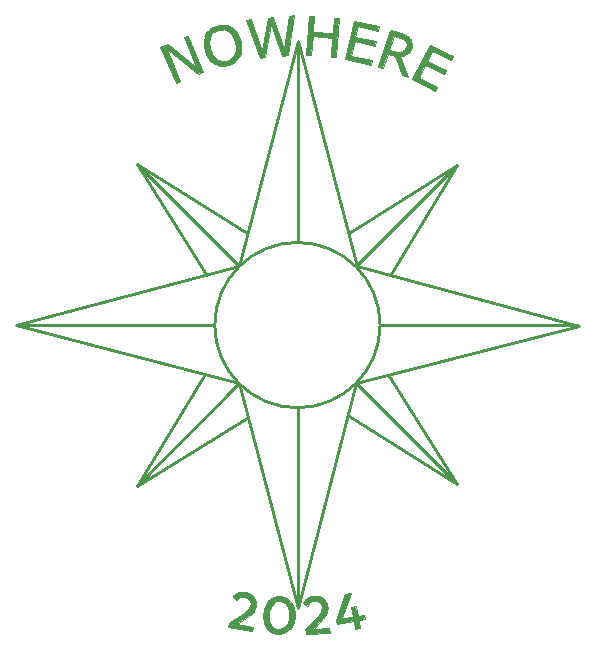
<source format=gto>
G04*
G04 #@! TF.GenerationSoftware,Altium Limited,Altium Designer,21.8.1 (53)*
G04*
G04 Layer_Color=65535*
%FSLAX25Y25*%
%MOIN*%
G70*
G04*
G04 #@! TF.SameCoordinates,3789A0E1-FDF3-4133-BB8B-27B6B2B3195E*
G04*
G04*
G04 #@! TF.FilePolarity,Positive*
G04*
G01*
G75*
%ADD10C,0.00050*%
%ADD11C,0.01000*%
G36*
X168106Y260034D02*
X167779Y258525D01*
X161032Y259983D01*
X160277Y256486D01*
X167025Y255029D01*
X166698Y253521D01*
X159951Y254978D01*
X158926Y250238D01*
X165674Y248781D01*
X165348Y247272D01*
X156894Y249099D01*
X159652Y261860D01*
X168106Y260034D01*
D02*
G37*
G36*
X116131Y260454D02*
X116196Y260453D01*
X116263Y260452D01*
X116333Y260449D01*
X116407Y260446D01*
X116483Y260441D01*
X116564Y260435D01*
X116650Y260427D01*
X116739Y260418D01*
X116752Y260417D01*
X116776Y260414D01*
X116800Y260411D01*
X116824Y260408D01*
X116836Y260406D01*
X116836Y260406D01*
X116851Y260404D01*
X116916Y260395D01*
X116978Y260386D01*
X117042Y260375D01*
X117108Y260364D01*
X117176Y260351D01*
X117246Y260337D01*
X117318Y260322D01*
X117395Y260305D01*
X117475Y260286D01*
X117559Y260264D01*
X117650Y260239D01*
X117662Y260236D01*
X117687Y260229D01*
X117711Y260221D01*
X117736Y260214D01*
X117762Y260206D01*
X117789Y260198D01*
X117816Y260189D01*
X117843Y260180D01*
X117857Y260176D01*
X117873Y260171D01*
X117905Y260160D01*
X117937Y260149D01*
X117968Y260138D01*
X118004Y260125D01*
X118044Y260110D01*
X118083Y260096D01*
X118123Y260081D01*
X118176Y260060D01*
X118242Y260033D01*
X118307Y260004D01*
X118373Y259976D01*
X118477Y259927D01*
X118529Y259901D01*
X118965Y259660D01*
Y259660D01*
X118965Y259660D01*
X119358Y259388D01*
X119375Y259375D01*
X119400Y259356D01*
X119423Y259338D01*
X119445Y259321D01*
X119466Y259303D01*
X119488Y259286D01*
X119508Y259269D01*
X119527Y259254D01*
X119546Y259238D01*
X119565Y259222D01*
X119575Y259214D01*
X119936Y258880D01*
X119982Y258834D01*
X120029Y258785D01*
X120073Y258738D01*
X120117Y258690D01*
X120159Y258644D01*
X120201Y258596D01*
X120240Y258550D01*
X120278Y258506D01*
X120316Y258461D01*
X120353Y258415D01*
X120388Y258371D01*
X120423Y258327D01*
X120457Y258284D01*
X120490Y258241D01*
X120522Y258197D01*
X120555Y258153D01*
X120586Y258110D01*
X120616Y258067D01*
X120647Y258024D01*
X120677Y257981D01*
X120705Y257939D01*
X120733Y257897D01*
X120762Y257854D01*
X120763Y257852D01*
X120800Y257796D01*
X120834Y257741D01*
X120869Y257686D01*
X120901Y257633D01*
X120933Y257579D01*
X120964Y257527D01*
X120994Y257475D01*
X121024Y257422D01*
X121052Y257371D01*
X121080Y257320D01*
X121108Y257269D01*
X121135Y257217D01*
X121161Y257167D01*
X121186Y257117D01*
X121212Y257066D01*
X121237Y257015D01*
X121261Y256964D01*
X121286Y256913D01*
X121309Y256863D01*
X121332Y256814D01*
X121354Y256764D01*
X121376Y256714D01*
X121398Y256663D01*
X121420Y256612D01*
X121442Y256561D01*
X121462Y256512D01*
X121482Y256463D01*
X121502Y256414D01*
X121521Y256364D01*
X121541Y256314D01*
X121560Y256264D01*
X121579Y256214D01*
X121598Y256163D01*
X121616Y256112D01*
X121634Y256061D01*
X121653Y256009D01*
X121669Y255960D01*
X121686Y255911D01*
X121703Y255861D01*
X121719Y255811D01*
X121735Y255761D01*
X121751Y255711D01*
X121767Y255661D01*
X121782Y255610D01*
X121798Y255559D01*
X121813Y255507D01*
X121828Y255456D01*
X121843Y255404D01*
X121857Y255352D01*
X121872Y255300D01*
X121886Y255247D01*
X121900Y255194D01*
X121906Y255169D01*
X121921Y255113D01*
X121934Y255061D01*
X121948Y255008D01*
X121961Y254955D01*
X121973Y254903D01*
X121985Y254850D01*
X121997Y254798D01*
X122009Y254746D01*
X122021Y254694D01*
X122032Y254642D01*
X122043Y254591D01*
X122053Y254539D01*
X122063Y254487D01*
X122073Y254436D01*
X122083Y254385D01*
X122092Y254334D01*
X122101Y254283D01*
X122110Y254229D01*
X122119Y254175D01*
X122128Y254122D01*
X122136Y254068D01*
X122144Y254015D01*
X122152Y253962D01*
X122159Y253909D01*
X122166Y253856D01*
X122173Y253803D01*
X122179Y253751D01*
X122185Y253695D01*
X122191Y253640D01*
X122197Y253585D01*
X122202Y253530D01*
X122207Y253475D01*
X122211Y253421D01*
X122215Y253364D01*
X122219Y253307D01*
X122223Y253250D01*
X122226Y253193D01*
X122229Y253136D01*
X122231Y253077D01*
X122233Y253018D01*
X122234Y252959D01*
X122235Y252900D01*
X122236Y252839D01*
X122236Y252778D01*
X122235Y252717D01*
X122234Y252654D01*
X122233Y252591D01*
X122231Y252525D01*
X122228Y252460D01*
X122225Y252392D01*
X122221Y252324D01*
X122216Y252265D01*
X122213Y252217D01*
X122209Y252171D01*
X122205Y252126D01*
X122201Y252081D01*
X122196Y252036D01*
X122191Y251991D01*
X122186Y251947D01*
X122181Y251902D01*
X122175Y251856D01*
X122169Y251809D01*
X122162Y251763D01*
X122155Y251717D01*
X122148Y251671D01*
X122141Y251625D01*
X122133Y251577D01*
X122125Y251530D01*
X122116Y251482D01*
X122107Y251435D01*
X122097Y251388D01*
X122087Y251338D01*
X122077Y251289D01*
X122066Y251241D01*
X122054Y251190D01*
X122042Y251139D01*
X122029Y251089D01*
X122015Y251036D01*
X122001Y250984D01*
X121986Y250930D01*
X121970Y250876D01*
X121953Y250820D01*
X121935Y250763D01*
X121917Y250705D01*
X121897Y250646D01*
X121875Y250585D01*
X121853Y250522D01*
X121828Y250458D01*
X121801Y250390D01*
X121773Y250320D01*
X121771Y250316D01*
X121588Y249930D01*
X121479Y249737D01*
X121358Y249530D01*
X121243Y249361D01*
X121110Y249168D01*
D01*
X120818Y248817D01*
X120558Y248554D01*
X120471Y248467D01*
X120470Y248466D01*
X120087Y248149D01*
X119729Y247899D01*
X119709Y247886D01*
X119656Y247852D01*
X119603Y247820D01*
X119553Y247790D01*
X119501Y247761D01*
X119452Y247732D01*
X119402Y247705D01*
X119354Y247678D01*
X119305Y247653D01*
X119258Y247628D01*
X119211Y247604D01*
X119164Y247580D01*
X119118Y247558D01*
X119072Y247536D01*
X119026Y247514D01*
X118980Y247493D01*
X118935Y247472D01*
X118890Y247452D01*
X118845Y247433D01*
X118800Y247413D01*
X118754Y247394D01*
X118710Y247376D01*
X118667Y247359D01*
X118622Y247341D01*
X118578Y247324D01*
X118533Y247307D01*
X118488Y247290D01*
X118443Y247274D01*
X118400Y247258D01*
X118357Y247243D01*
X118313Y247228D01*
X118270Y247214D01*
X118226Y247199D01*
X118182Y247185D01*
X118137Y247170D01*
X118093Y247157D01*
X118048Y247143D01*
X118003Y247129D01*
X117957Y247116D01*
X117914Y247104D01*
X117871Y247091D01*
X117828Y247079D01*
X117784Y247068D01*
X117741Y247056D01*
X117724Y247052D01*
X117671Y247038D01*
X117620Y247025D01*
X117569Y247013D01*
X117519Y247001D01*
X117469Y246989D01*
X117415Y246977D01*
X117363Y246966D01*
X117310Y246954D01*
X117257Y246944D01*
X117205Y246934D01*
X117150Y246923D01*
X117095Y246913D01*
X117040Y246904D01*
X116982Y246894D01*
X116925Y246885D01*
X116868Y246877D01*
X116808Y246869D01*
X116749Y246861D01*
X116690Y246853D01*
X116628Y246847D01*
X116566Y246840D01*
X116502Y246834D01*
X116438Y246829D01*
X116372Y246824D01*
X116304Y246819D01*
X116233Y246815D01*
X116159Y246812D01*
X116084Y246810D01*
X116006Y246808D01*
X115926Y246808D01*
X115841Y246808D01*
X115751Y246810D01*
X115660Y246814D01*
X115177Y246855D01*
X114710Y246934D01*
X114681Y246940D01*
X114597Y246959D01*
X114508Y246981D01*
X114496Y246984D01*
X114471Y246990D01*
X114447Y246996D01*
X114424Y247003D01*
X114398Y247010D01*
X114372Y247017D01*
X114345Y247025D01*
X114318Y247033D01*
X114290Y247041D01*
X114259Y247051D01*
X114228Y247060D01*
X114197Y247070D01*
X114163Y247081D01*
X114124Y247094D01*
X114086Y247107D01*
X114048Y247120D01*
X113999Y247138D01*
X113940Y247160D01*
X113882Y247182D01*
X113823Y247206D01*
X113713Y247252D01*
X113553Y247325D01*
X113395Y247404D01*
X113241Y247488D01*
X113165Y247533D01*
X113148Y247543D01*
X113113Y247564D01*
X113078Y247585D01*
X113044Y247606D01*
X113027Y247617D01*
X112978Y247649D01*
X112960Y247660D01*
X112939Y247674D01*
X112555Y247953D01*
X112555D01*
X112188Y248273D01*
X112143Y248316D01*
X112096Y248363D01*
X112051Y248408D01*
X112008Y248452D01*
X111966Y248497D01*
X111925Y248540D01*
X111885Y248584D01*
X111847Y248627D01*
X111809Y248670D01*
X111773Y248712D01*
X111737Y248754D01*
X111703Y248795D01*
X111669Y248836D01*
X111635Y248878D01*
X111603Y248918D01*
X111572Y248958D01*
X111541Y248999D01*
X111509Y249040D01*
X111480Y249080D01*
X111451Y249119D01*
X111422Y249160D01*
X111393Y249200D01*
X111364Y249241D01*
X111337Y249280D01*
X111310Y249319D01*
X111284Y249359D01*
X111256Y249401D01*
X111221Y249455D01*
X111189Y249504D01*
X111158Y249554D01*
X111126Y249605D01*
X111097Y249654D01*
X111068Y249703D01*
X111039Y249752D01*
X111012Y249800D01*
X110985Y249847D01*
X110958Y249896D01*
X110932Y249944D01*
X110905Y249993D01*
X110881Y250040D01*
X110856Y250087D01*
X110832Y250135D01*
X110808Y250183D01*
X110784Y250231D01*
X110761Y250279D01*
X110739Y250325D01*
X110717Y250372D01*
X110695Y250419D01*
X110674Y250466D01*
X110653Y250513D01*
X110632Y250561D01*
X110611Y250609D01*
X110590Y250657D01*
X110571Y250703D01*
X110552Y250749D01*
X110533Y250796D01*
X110515Y250842D01*
X110496Y250889D01*
X110478Y250937D01*
X110460Y250984D01*
X110442Y251032D01*
X110424Y251080D01*
X110407Y251128D01*
X110389Y251177D01*
X110372Y251225D01*
X110355Y251275D01*
X110338Y251324D01*
X110323Y251371D01*
X110307Y251417D01*
X110292Y251465D01*
X110277Y251512D01*
X110262Y251560D01*
X110247Y251607D01*
X110232Y251656D01*
X110218Y251704D01*
X110204Y251752D01*
X110190Y251801D01*
X110176Y251850D01*
X110162Y251899D01*
X110148Y251949D01*
X110135Y251999D01*
X110122Y252048D01*
X110112Y252083D01*
X110099Y252135D01*
X110086Y252185D01*
X110074Y252234D01*
X110061Y252286D01*
X110049Y252338D01*
X110037Y252390D01*
X110025Y252442D01*
X110013Y252493D01*
X110002Y252544D01*
X109991Y252596D01*
X109980Y252647D01*
X109969Y252698D01*
X109959Y252749D01*
X109949Y252800D01*
X109940Y252851D01*
X109930Y252902D01*
X109921Y252952D01*
X109912Y253002D01*
X109904Y253053D01*
X109896Y253103D01*
X109888Y253153D01*
X109879Y253205D01*
X109872Y253258D01*
X109864Y253311D01*
X109857Y253363D01*
X109850Y253415D01*
X109844Y253467D01*
X109837Y253520D01*
X109832Y253571D01*
X109826Y253623D01*
X109821Y253678D01*
X109815Y253732D01*
X109811Y253786D01*
X109806Y253840D01*
X109802Y253894D01*
X109798Y253947D01*
X109795Y254001D01*
X109792Y254057D01*
X109789Y254113D01*
X109787Y254169D01*
X109785Y254224D01*
X109783Y254280D01*
X109782Y254338D01*
X109781Y254396D01*
X109781Y254454D01*
X109781Y254461D01*
X109781Y254475D01*
X109781Y254490D01*
X109781Y254504D01*
X109781Y254511D01*
X109781Y254511D01*
X109781Y254571D01*
X109782Y254631D01*
X109784Y254691D01*
X109786Y254753D01*
X109788Y254815D01*
X109792Y254879D01*
X109795Y254943D01*
X109796Y254959D01*
X109800Y255015D01*
X109804Y255068D01*
X109809Y255121D01*
X109814Y255173D01*
X109819Y255228D01*
X109825Y255283D01*
X109832Y255338D01*
X109839Y255395D01*
X109846Y255452D01*
X109854Y255508D01*
X109863Y255567D01*
X109872Y255625D01*
X109883Y255686D01*
X109894Y255747D01*
X109905Y255809D01*
X109918Y255874D01*
X109932Y255938D01*
X109947Y256005D01*
X109962Y256074D01*
X109980Y256144D01*
X109999Y256217D01*
X110020Y256294D01*
X110042Y256373D01*
X110067Y256456D01*
X110096Y256545D01*
X110099Y256557D01*
X110108Y256581D01*
X110116Y256605D01*
X110124Y256629D01*
X110128Y256641D01*
X110132Y256654D01*
X110142Y256680D01*
X110151Y256706D01*
X110160Y256732D01*
X110170Y256760D01*
X110181Y256789D01*
X110193Y256818D01*
X110204Y256847D01*
X110216Y256879D01*
X110230Y256914D01*
X110244Y256948D01*
X110259Y256982D01*
X110276Y257023D01*
X110296Y257068D01*
X110316Y257114D01*
X110337Y257159D01*
X110359Y257206D01*
X110381Y257253D01*
X110405Y257301D01*
X110429Y257348D01*
X110441Y257371D01*
X110458Y257405D01*
X110495Y257473D01*
X110532Y257540D01*
X110571Y257607D01*
X110623Y257693D01*
X110689Y257798D01*
X110759Y257900D01*
X110831Y258001D01*
X110880Y258067D01*
X110904Y258099D01*
X110929Y258130D01*
X110954Y258162D01*
X110966Y258177D01*
X110976Y258190D01*
X110996Y258214D01*
X111016Y258238D01*
X111036Y258262D01*
X111055Y258284D01*
X111072Y258305D01*
X111090Y258325D01*
X111107Y258345D01*
X111116Y258355D01*
D01*
X111464Y258711D01*
X111498Y258744D01*
X111546Y258787D01*
X111593Y258828D01*
X111639Y258868D01*
X111683Y258905D01*
X111726Y258941D01*
X111769Y258976D01*
X111811Y259010D01*
X111854Y259043D01*
X111895Y259074D01*
X111936Y259105D01*
X111972Y259132D01*
X111998Y259151D01*
X112052Y259190D01*
X112106Y259227D01*
X112160Y259264D01*
X112206Y259295D01*
X112244Y259320D01*
X112282Y259345D01*
X112320Y259370D01*
X112355Y259392D01*
X112387Y259411D01*
X112419Y259431D01*
X112451Y259450D01*
X112467Y259460D01*
X112481Y259468D01*
X112509Y259485D01*
X112537Y259501D01*
X112565Y259517D01*
X112579Y259525D01*
X112592Y259532D01*
X112618Y259547D01*
X112644Y259561D01*
X112669Y259576D01*
X112682Y259583D01*
Y259583D01*
X112778Y259634D01*
X112868Y259680D01*
X112954Y259722D01*
X113037Y259762D01*
X113116Y259798D01*
X113193Y259832D01*
X113266Y259864D01*
X113338Y259894D01*
X113407Y259922D01*
X113477Y259949D01*
X113546Y259975D01*
X113612Y259999D01*
X113679Y260023D01*
X113743Y260046D01*
X113806Y260067D01*
X113869Y260087D01*
X113932Y260107D01*
X113993Y260126D01*
X114055Y260145D01*
X114114Y260162D01*
X114174Y260179D01*
X114234Y260195D01*
X114284Y260208D01*
X114333Y260221D01*
X114379Y260232D01*
X114425Y260244D01*
X114471Y260255D01*
X114517Y260266D01*
X114563Y260276D01*
X114609Y260286D01*
X114654Y260296D01*
X114700Y260306D01*
X114748Y260315D01*
X114796Y260325D01*
X114844Y260334D01*
X114892Y260343D01*
X114939Y260351D01*
X114987Y260360D01*
X115034Y260367D01*
X115084Y260375D01*
X115134Y260383D01*
X115184Y260390D01*
X115234Y260397D01*
X115283Y260403D01*
X115335Y260409D01*
X115387Y260415D01*
X115439Y260421D01*
X115491Y260426D01*
X115545Y260431D01*
X115599Y260435D01*
X115653Y260439D01*
X115709Y260443D01*
X115765Y260446D01*
X115824Y260449D01*
X115882Y260451D01*
X115943Y260453D01*
X116003Y260454D01*
X116066Y260454D01*
X116131Y260454D01*
D02*
G37*
G36*
X137631Y250340D02*
X135672Y250173D01*
X132004Y260737D01*
X130234Y249711D01*
X128319Y249548D01*
X123752Y262264D01*
X125536Y262414D01*
X129205Y251833D01*
X130991Y262878D01*
X132757Y263029D01*
X136417Y252339D01*
X138222Y263492D01*
X139925Y263637D01*
X137631Y250340D01*
D02*
G37*
G36*
X146585Y263301D02*
X146176Y258196D01*
X152706Y257671D01*
X153115Y262777D01*
X154856Y262637D01*
X153811Y249623D01*
X152070Y249763D01*
X152582Y256133D01*
X146052Y256658D01*
X145542Y250286D01*
X143801Y250426D01*
X144844Y263440D01*
X146585Y263301D01*
D02*
G37*
G36*
X192661Y250032D02*
X191962Y248656D01*
X185807Y251781D01*
X184186Y248591D01*
X190341Y245465D01*
X189644Y244090D01*
X183489Y247215D01*
X181293Y242891D01*
X187448Y239766D01*
X186750Y238390D01*
X179038Y242305D01*
X184949Y253947D01*
X192661Y250032D01*
D02*
G37*
G36*
X109609Y244950D02*
X107624Y244100D01*
X97304Y252387D01*
X101901Y241649D01*
X100402Y241008D01*
X95263Y253010D01*
X97752Y254076D01*
X107168Y246509D01*
X102971Y256310D01*
X104471Y256952D01*
X109609Y244950D01*
D02*
G37*
G36*
X175477Y257680D02*
X175504Y257670D01*
X175529Y257661D01*
X175553Y257652D01*
X175577Y257644D01*
X175602Y257635D01*
X175624Y257627D01*
X175645Y257619D01*
X175667Y257611D01*
X175689Y257603D01*
X175710Y257595D01*
X175732Y257587D01*
X175753Y257579D01*
X175775Y257571D01*
X175796Y257563D01*
X175817Y257555D01*
X175838Y257547D01*
X175859Y257539D01*
X175880Y257531D01*
X175900Y257523D01*
X175921Y257515D01*
X175942Y257507D01*
X175962Y257499D01*
X175983Y257491D01*
X176003Y257483D01*
X176024Y257475D01*
X176044Y257467D01*
X176064Y257459D01*
X176084Y257451D01*
X176104Y257443D01*
X176124Y257435D01*
X176144Y257427D01*
X176163Y257419D01*
X176183Y257411D01*
X176202Y257403D01*
X176222Y257395D01*
X176241Y257386D01*
X176260Y257379D01*
X176280Y257370D01*
X176297Y257363D01*
X176314Y257356D01*
X176331Y257349D01*
X176348Y257341D01*
X176365Y257334D01*
X176382Y257327D01*
X176399Y257320D01*
X176415Y257312D01*
X176432Y257305D01*
X176449Y257298D01*
X176465Y257291D01*
X176481Y257283D01*
X176498Y257276D01*
X176514Y257269D01*
X176530Y257261D01*
X176547Y257254D01*
X176563Y257247D01*
X176579Y257240D01*
X176595Y257232D01*
X176611Y257225D01*
X176626Y257218D01*
X176642Y257210D01*
X176658Y257203D01*
X176673Y257196D01*
X176689Y257188D01*
X176704Y257181D01*
X176720Y257174D01*
X176735Y257167D01*
X176751Y257159D01*
X176766Y257152D01*
X176781Y257145D01*
X176796Y257137D01*
X176811Y257130D01*
X176826Y257123D01*
X176841Y257115D01*
X176855Y257108D01*
X176870Y257101D01*
X176885Y257093D01*
X176899Y257086D01*
X176914Y257079D01*
X176928Y257071D01*
X176941Y257065D01*
X176954Y257058D01*
X176967Y257052D01*
X176979Y257045D01*
X176992Y257039D01*
X177004Y257032D01*
X177017Y257026D01*
X177029Y257019D01*
X177041Y257013D01*
X177054Y257006D01*
X177066Y257000D01*
X177078Y256993D01*
X177090Y256986D01*
X177102Y256980D01*
X177114Y256974D01*
X177126Y256967D01*
X177138Y256960D01*
X177150Y256954D01*
X177162Y256947D01*
X177173Y256941D01*
X177185Y256934D01*
X177197Y256928D01*
X177208Y256921D01*
X177220Y256915D01*
X177231Y256908D01*
X177243Y256901D01*
X177254Y256895D01*
X177266Y256888D01*
X177277Y256882D01*
X177288Y256875D01*
X177295Y256871D01*
X177330Y256851D01*
X177364Y256830D01*
X177398Y256809D01*
X177432Y256787D01*
X177467Y256765D01*
X177501Y256743D01*
X177537Y256719D01*
X177573Y256694D01*
X177609Y256669D01*
X177646Y256643D01*
X177684Y256615D01*
X177723Y256586D01*
X177763Y256556D01*
X177803Y256525D01*
X177844Y256492D01*
X177887Y256457D01*
X177931Y256420D01*
X177977Y256380D01*
X178026Y256336D01*
X178077Y256289D01*
X178077Y256289D01*
X178085Y256282D01*
X178098Y256269D01*
X178112Y256256D01*
X178126Y256242D01*
X178141Y256228D01*
X178156Y256213D01*
X178171Y256198D01*
X178187Y256182D01*
X178194Y256174D01*
X178203Y256165D01*
X178221Y256147D01*
X178238Y256129D01*
X178256Y256110D01*
X178265Y256101D01*
X178276Y256088D01*
X178298Y256064D01*
X178320Y256040D01*
X178342Y256015D01*
X178366Y255987D01*
X178393Y255956D01*
X178419Y255925D01*
X178445Y255893D01*
X178457Y255877D01*
X178480Y255848D01*
X178501Y255820D01*
X178524Y255791D01*
X178545Y255761D01*
X178568Y255730D01*
X178590Y255699D01*
X178612Y255667D01*
X178635Y255633D01*
X178658Y255599D01*
X178681Y255563D01*
X178704Y255526D01*
X178728Y255487D01*
X178752Y255445D01*
X178778Y255401D01*
X178804Y255353D01*
X178831Y255302D01*
X178831Y255302D01*
X178835Y255295D01*
X178842Y255281D01*
X178849Y255266D01*
X178856Y255252D01*
X178864Y255237D01*
X178872Y255221D01*
X178879Y255205D01*
X178887Y255189D01*
X178891Y255181D01*
X178895Y255171D01*
X178904Y255153D01*
X178912Y255134D01*
X178920Y255115D01*
X178930Y255094D01*
X178940Y255070D01*
X178950Y255047D01*
X178959Y255023D01*
X178972Y254991D01*
X178987Y254952D01*
X179002Y254912D01*
X179016Y254872D01*
X179039Y254803D01*
X179069Y254705D01*
X179095Y254606D01*
X179119Y254506D01*
X179129Y254456D01*
X179131Y254442D01*
X179139Y254401D01*
X179145Y254364D01*
X179150Y254329D01*
X179155Y254296D01*
X179159Y254264D01*
X179162Y254234D01*
X179165Y254203D01*
X179167Y254174D01*
X179170Y254146D01*
X179171Y254119D01*
X179173Y254093D01*
X179174Y254066D01*
X179175Y254040D01*
X179175Y254015D01*
X179176Y253990D01*
X179176Y253965D01*
X179176Y253941D01*
X179176Y253918D01*
X179175Y253894D01*
X179175Y253871D01*
X179174Y253847D01*
X179173Y253825D01*
X179172Y253802D01*
X179171Y253780D01*
X179169Y253758D01*
X179168Y253735D01*
X179166Y253713D01*
X179164Y253690D01*
X179162Y253669D01*
X179160Y253648D01*
X179158Y253627D01*
X179155Y253606D01*
X179153Y253585D01*
X179150Y253564D01*
X179147Y253543D01*
X179144Y253521D01*
X179141Y253500D01*
X179138Y253479D01*
X179135Y253459D01*
X179132Y253439D01*
X179128Y253419D01*
X179125Y253399D01*
X179121Y253380D01*
X179118Y253360D01*
X179114Y253340D01*
X179110Y253320D01*
X179106Y253299D01*
X179102Y253279D01*
X179097Y253259D01*
X179093Y253239D01*
X179088Y253218D01*
X179084Y253198D01*
X179079Y253178D01*
X179074Y253157D01*
X179069Y253137D01*
X179064Y253116D01*
X179059Y253095D01*
X179053Y253075D01*
X179048Y253054D01*
X179042Y253033D01*
X179036Y253012D01*
X179031Y252993D01*
X179026Y252975D01*
X179020Y252955D01*
X179014Y252936D01*
X179009Y252917D01*
X179003Y252898D01*
X178997Y252879D01*
X178991Y252859D01*
X178985Y252840D01*
X178979Y252821D01*
X178972Y252801D01*
X178966Y252782D01*
X178959Y252763D01*
X178953Y252743D01*
X178946Y252723D01*
X178939Y252704D01*
X178932Y252684D01*
X178921Y252652D01*
X178910Y252623D01*
X178899Y252594D01*
X178888Y252566D01*
X178877Y252537D01*
X178866Y252509D01*
X178855Y252481D01*
X178844Y252453D01*
X178832Y252425D01*
X178821Y252397D01*
X178809Y252370D01*
X178797Y252342D01*
X178785Y252315D01*
X178773Y252288D01*
X178760Y252259D01*
X178746Y252230D01*
X178733Y252201D01*
X178719Y252172D01*
X178705Y252143D01*
X178691Y252115D01*
X178677Y252087D01*
X178662Y252059D01*
X178647Y252029D01*
X178631Y251999D01*
X178615Y251970D01*
X178598Y251940D01*
X178582Y251911D01*
X178565Y251882D01*
X178547Y251851D01*
X178529Y251820D01*
X178510Y251790D01*
X178492Y251760D01*
X178472Y251728D01*
X178451Y251696D01*
X178430Y251665D01*
X178408Y251632D01*
X178385Y251599D01*
X178361Y251565D01*
X178336Y251531D01*
X178310Y251495D01*
X178282Y251458D01*
X178251Y251419D01*
X178219Y251379D01*
X178185Y251338D01*
X178149Y251295D01*
X178109Y251250D01*
X178103Y251244D01*
X178092Y251232D01*
X178081Y251219D01*
X178069Y251207D01*
X178057Y251194D01*
X178044Y251180D01*
X178031Y251167D01*
X178018Y251153D01*
X178004Y251139D01*
X177989Y251123D01*
X177973Y251108D01*
X177957Y251092D01*
X177949Y251084D01*
X177939Y251074D01*
X177918Y251055D01*
X177898Y251035D01*
X177876Y251016D01*
X177866Y251006D01*
X177819Y250964D01*
X177723Y250883D01*
X177623Y250805D01*
X177521Y250732D01*
X177469Y250697D01*
X177397Y250650D01*
X177250Y250561D01*
X177099Y250479D01*
X176945Y250403D01*
X176853Y250363D01*
X176827Y250352D01*
X176800Y250341D01*
X176774Y250330D01*
X176761Y250324D01*
X176750Y250320D01*
X176727Y250311D01*
X176705Y250302D01*
X176682Y250293D01*
X176661Y250286D01*
X176642Y250278D01*
X176622Y250271D01*
X176602Y250264D01*
X176583Y250257D01*
X176566Y250251D01*
X176548Y250245D01*
X176530Y250239D01*
X176521Y250236D01*
X176455Y250215D01*
X176392Y250195D01*
X176333Y250178D01*
X176277Y250163D01*
X176222Y250148D01*
X176170Y250135D01*
X176119Y250124D01*
X176068Y250112D01*
X176019Y250102D01*
X175973Y250093D01*
X175926Y250084D01*
X175882Y250076D01*
X175837Y250068D01*
X175792Y250061D01*
X175749Y250055D01*
X175706Y250049D01*
X175663Y250043D01*
X175622Y250038D01*
X175136Y250003D01*
X175284Y249623D01*
X175326Y249516D01*
X177660Y243532D01*
X177312Y243173D01*
X175743Y243730D01*
X173343Y250092D01*
X171025Y250915D01*
X169407Y246356D01*
X168955Y246142D01*
X167643Y246608D01*
X171895Y258577D01*
X172346Y258792D01*
X175477Y257680D01*
D02*
G37*
G36*
X123293Y71399D02*
D01*
X123786Y71332D01*
X123844Y71321D01*
X123904Y71310D01*
X123963Y71297D01*
X124022Y71284D01*
X124081Y71270D01*
X124139Y71255D01*
X124197Y71240D01*
X124255Y71224D01*
X124312Y71208D01*
X124368Y71191D01*
X124424Y71173D01*
X124480Y71154D01*
X124535Y71136D01*
X124590Y71116D01*
X124651Y71094D01*
X124710Y71070D01*
X124770Y71046D01*
X124828Y71022D01*
X124887Y70996D01*
X124944Y70970D01*
X125001Y70943D01*
X125057Y70915D01*
X125113Y70887D01*
X125115Y70886D01*
X125516Y70648D01*
D01*
X125895Y70355D01*
X125903Y70348D01*
X125921Y70332D01*
X125939Y70316D01*
X125957Y70300D01*
X125975Y70283D01*
X125994Y70266D01*
X126012Y70248D01*
X126030Y70230D01*
X126049Y70211D01*
X126070Y70191D01*
X126090Y70171D01*
X126109Y70151D01*
X126130Y70129D01*
X126153Y70105D01*
X126175Y70081D01*
X126197Y70057D01*
X126222Y70029D01*
X126249Y69997D01*
X126276Y69965D01*
X126303Y69933D01*
X126316Y69917D01*
X126339Y69888D01*
X126385Y69829D01*
X126429Y69769D01*
X126472Y69708D01*
X126529Y69623D01*
X126598Y69512D01*
X126663Y69399D01*
X126723Y69283D01*
X126760Y69206D01*
X126776Y69170D01*
X126792Y69134D01*
X126808Y69098D01*
X126822Y69065D01*
X126833Y69037D01*
X126845Y69008D01*
X126856Y68980D01*
X126861Y68966D01*
X126866Y68953D01*
X126875Y68929D01*
X126884Y68904D01*
X126893Y68879D01*
X126899Y68861D01*
X127020Y68419D01*
X127023Y68407D01*
X127023Y68407D01*
X127091Y67949D01*
X127092Y67935D01*
X127096Y67882D01*
X127100Y67828D01*
X127102Y67774D01*
X127104Y67720D01*
X127106Y67672D01*
X127107Y67624D01*
X127107Y67575D01*
X127107Y67527D01*
X127106Y67478D01*
X127105Y67429D01*
X127103Y67379D01*
X127101Y67330D01*
X127098Y67280D01*
X127095Y67230D01*
X127091Y67187D01*
X127088Y67144D01*
X127084Y67100D01*
X127079Y67057D01*
X127074Y67013D01*
X127069Y66969D01*
X127063Y66925D01*
X127057Y66881D01*
X127050Y66836D01*
X127043Y66791D01*
X127036Y66747D01*
X127028Y66702D01*
X127024Y66679D01*
X127020Y66654D01*
X127016Y66633D01*
X127012Y66613D01*
X127008Y66592D01*
X127004Y66571D01*
X127000Y66551D01*
X126995Y66531D01*
X126991Y66510D01*
X126987Y66490D01*
X126981Y66466D01*
X126976Y66442D01*
X126970Y66418D01*
X126965Y66394D01*
X126959Y66371D01*
X126953Y66347D01*
X126947Y66324D01*
X126941Y66300D01*
X126935Y66277D01*
X126929Y66254D01*
X126921Y66227D01*
X126914Y66200D01*
X126906Y66174D01*
X126898Y66147D01*
X126890Y66121D01*
X126882Y66095D01*
X126873Y66065D01*
X126863Y66036D01*
X126853Y66006D01*
X126842Y65974D01*
X126836Y65958D01*
X126667Y65555D01*
X126554Y65354D01*
X126436Y65149D01*
X126170Y64786D01*
X126153Y64765D01*
X126136Y64745D01*
X126119Y64724D01*
X126103Y64707D01*
X126088Y64689D01*
X126073Y64672D01*
X126058Y64655D01*
X126042Y64637D01*
X126026Y64620D01*
X126011Y64603D01*
X125995Y64586D01*
X125979Y64568D01*
X125965Y64554D01*
X125952Y64540D01*
X125938Y64526D01*
X125924Y64511D01*
X125910Y64497D01*
X125897Y64483D01*
X125883Y64469D01*
X125869Y64454D01*
X125854Y64440D01*
X125840Y64426D01*
X125826Y64412D01*
X125811Y64398D01*
X125797Y64384D01*
X125782Y64370D01*
X125768Y64355D01*
X125753Y64341D01*
X125738Y64327D01*
X125723Y64313D01*
X125711Y64302D01*
X125699Y64291D01*
X125687Y64280D01*
X125674Y64268D01*
X125662Y64257D01*
X125650Y64246D01*
X125637Y64235D01*
X125625Y64223D01*
X125612Y64212D01*
X125600Y64201D01*
X125587Y64190D01*
X125575Y64179D01*
X125562Y64168D01*
X125549Y64156D01*
X125536Y64145D01*
X125523Y64134D01*
X125510Y64123D01*
X125497Y64112D01*
X125484Y64100D01*
X125471Y64089D01*
X125458Y64078D01*
X125444Y64067D01*
X125431Y64056D01*
X125418Y64045D01*
X125404Y64034D01*
X125391Y64022D01*
X125377Y64011D01*
X125363Y64000D01*
X125350Y63989D01*
X125336Y63978D01*
X125322Y63967D01*
X125308Y63955D01*
X125294Y63944D01*
X125280Y63933D01*
X125266Y63922D01*
X125252Y63911D01*
X125238Y63899D01*
X125224Y63888D01*
X125209Y63877D01*
X125195Y63866D01*
X125180Y63855D01*
X125166Y63844D01*
X125152Y63832D01*
X125141Y63824D01*
X125129Y63815D01*
X125119Y63807D01*
X125108Y63799D01*
X125096Y63790D01*
X125085Y63782D01*
X125074Y63773D01*
X125063Y63765D01*
X125052Y63756D01*
X125029Y63740D01*
X125018Y63731D01*
X125006Y63723D01*
X124984Y63706D01*
X124960Y63689D01*
X124949Y63680D01*
X124937Y63672D01*
X124926Y63663D01*
X124902Y63646D01*
X124891Y63638D01*
X124879Y63629D01*
X124855Y63612D01*
X124843Y63604D01*
X124831Y63595D01*
X124808Y63578D01*
X124796Y63570D01*
X124784Y63561D01*
X124759Y63544D01*
X124735Y63527D01*
X124723Y63518D01*
X120924Y60856D01*
X126021Y59931D01*
X125733Y58343D01*
X118249Y59700D01*
X117964Y60111D01*
X118135Y61052D01*
X118120Y61073D01*
X123627Y64943D01*
X123641Y64953D01*
X123663Y64968D01*
X123685Y64984D01*
X123707Y64999D01*
X123712Y65003D01*
X123718Y65007D01*
X123734Y65019D01*
X123750Y65030D01*
X123766Y65042D01*
X123782Y65053D01*
X123787Y65057D01*
X123792Y65061D01*
X123803Y65068D01*
X123819Y65079D01*
X123834Y65091D01*
X123855Y65106D01*
X123870Y65117D01*
X123891Y65132D01*
X123906Y65143D01*
X123921Y65154D01*
X123936Y65166D01*
X123946Y65173D01*
X123966Y65188D01*
X123976Y65195D01*
X123990Y65206D01*
X124005Y65217D01*
X124020Y65228D01*
X124034Y65240D01*
X124051Y65252D01*
X124058Y65258D01*
X124072Y65269D01*
X124079Y65274D01*
X124093Y65285D01*
X124108Y65296D01*
X124114Y65302D01*
X124128Y65313D01*
X124142Y65324D01*
X124156Y65334D01*
X124163Y65340D01*
X124176Y65351D01*
X124183Y65356D01*
X124197Y65367D01*
X124203Y65373D01*
X124210Y65378D01*
X124217Y65384D01*
X124223Y65389D01*
X124237Y65400D01*
X124243Y65405D01*
X124250Y65411D01*
X124256Y65416D01*
X124263Y65422D01*
X124269Y65427D01*
X124276Y65433D01*
X124282Y65438D01*
X124289Y65443D01*
X124295Y65449D01*
X124308Y65460D01*
X124320Y65471D01*
X124333Y65482D01*
X124339Y65487D01*
X124346Y65492D01*
X124352Y65498D01*
X124358Y65503D01*
X124371Y65514D01*
X124377Y65520D01*
X124383Y65525D01*
X124389Y65531D01*
X124395Y65536D01*
X124401Y65542D01*
X124413Y65553D01*
X124421Y65560D01*
X124429Y65567D01*
X124437Y65574D01*
X124445Y65582D01*
X124453Y65589D01*
X124460Y65596D01*
X124468Y65604D01*
X124476Y65611D01*
X124484Y65618D01*
X124491Y65626D01*
X124499Y65633D01*
X124507Y65640D01*
X124514Y65648D01*
X124522Y65655D01*
X124529Y65663D01*
X124537Y65670D01*
X124544Y65677D01*
X124551Y65685D01*
X124559Y65692D01*
X124566Y65700D01*
X124573Y65707D01*
X124581Y65715D01*
X124588Y65722D01*
X124595Y65729D01*
X124604Y65739D01*
X124613Y65748D01*
X124621Y65758D01*
X124630Y65767D01*
X124639Y65776D01*
X124648Y65786D01*
X124656Y65795D01*
X124665Y65805D01*
X124673Y65815D01*
X124681Y65824D01*
X124690Y65834D01*
X124700Y65845D01*
X124710Y65857D01*
X124719Y65868D01*
X124729Y65880D01*
X124739Y65891D01*
X124748Y65903D01*
X124759Y65917D01*
X124770Y65931D01*
X124781Y65944D01*
X124792Y65958D01*
X124804Y65974D01*
X124816Y65990D01*
X124829Y66008D01*
X124842Y66026D01*
X124856Y66047D01*
X124872Y66069D01*
X124890Y66096D01*
X124910Y66127D01*
X124914Y66133D01*
X124920Y66144D01*
X124927Y66155D01*
X124934Y66166D01*
X124937Y66172D01*
X124953Y66198D01*
X124984Y66252D01*
X125013Y66306D01*
X125040Y66361D01*
X125053Y66389D01*
X125056Y66394D01*
X125060Y66403D01*
X125064Y66412D01*
X125068Y66422D01*
X125070Y66426D01*
X125070Y66426D01*
X125084Y66457D01*
X125096Y66486D01*
X125105Y66510D01*
X125115Y66534D01*
X125123Y66556D01*
X125131Y66576D01*
X125138Y66596D01*
X125145Y66616D01*
X125151Y66634D01*
X125157Y66651D01*
X125163Y66669D01*
X125169Y66688D01*
X125173Y66703D01*
X125178Y66719D01*
X125183Y66734D01*
X125188Y66750D01*
X125192Y66766D01*
X125197Y66782D01*
X125201Y66799D01*
X125205Y66815D01*
X125209Y66829D01*
X125212Y66842D01*
X125216Y66856D01*
X125219Y66870D01*
X125222Y66884D01*
X125226Y66898D01*
X125229Y66912D01*
X125232Y66926D01*
X125235Y66940D01*
X125238Y66954D01*
X125241Y66969D01*
X125244Y66983D01*
X125247Y66998D01*
X125250Y67012D01*
X125253Y67027D01*
X125256Y67042D01*
X125258Y67054D01*
X125263Y67082D01*
X125267Y67107D01*
X125271Y67132D01*
X125275Y67156D01*
X125278Y67181D01*
X125282Y67205D01*
X125285Y67229D01*
X125288Y67253D01*
X125291Y67277D01*
X125293Y67301D01*
X125295Y67326D01*
X125298Y67349D01*
X125300Y67373D01*
X125302Y67397D01*
X125303Y67421D01*
X125304Y67444D01*
X125306Y67467D01*
X125307Y67491D01*
X125308Y67514D01*
X125308Y67537D01*
X125309Y67561D01*
X125309Y67584D01*
X125309Y67607D01*
X125309Y67629D01*
X125308Y67656D01*
X125308Y67682D01*
X125306Y67709D01*
X125305Y67735D01*
X125304Y67761D01*
X125302Y67787D01*
X125300Y67813D01*
X125298Y67839D01*
X125295Y67864D01*
X125293Y67890D01*
X125289Y67915D01*
X125286Y67940D01*
X125283Y67965D01*
X125278Y67994D01*
X125274Y68022D01*
X125268Y68050D01*
X125263Y68078D01*
X125257Y68106D01*
X125251Y68134D01*
X125244Y68164D01*
X125236Y68195D01*
X125228Y68226D01*
X125220Y68256D01*
X125210Y68289D01*
X125199Y68322D01*
X125198Y68326D01*
X125195Y68335D01*
X125192Y68344D01*
X125189Y68353D01*
X125186Y68362D01*
X125183Y68371D01*
X125180Y68380D01*
X125176Y68389D01*
X125175Y68393D01*
X125173Y68398D01*
X125169Y68408D01*
X125166Y68417D01*
X125162Y68427D01*
X125160Y68432D01*
X125158Y68437D01*
X125154Y68447D01*
X125150Y68458D01*
X125146Y68468D01*
X125144Y68473D01*
X125141Y68478D01*
X125137Y68489D01*
X125132Y68500D01*
X125127Y68511D01*
X125125Y68516D01*
X125122Y68523D01*
X125116Y68535D01*
X125111Y68547D01*
X125105Y68559D01*
X125102Y68566D01*
X125099Y68573D01*
X125091Y68587D01*
X125084Y68602D01*
X125077Y68616D01*
X125073Y68623D01*
X125068Y68632D01*
X125058Y68651D01*
X125048Y68669D01*
X125038Y68687D01*
X125033Y68697D01*
X125004Y68744D01*
X124968Y68799D01*
X124943Y68837D01*
X124943Y68837D01*
X124877Y68925D01*
X124877Y68925D01*
X124805Y69010D01*
X124805Y69010D01*
X124767Y69051D01*
X124762Y69056D01*
X124762Y69057D01*
X124751Y69068D01*
X124750Y69068D01*
X124739Y69080D01*
X124739Y69080D01*
X124728Y69091D01*
X124728Y69091D01*
X124722Y69096D01*
X124722Y69097D01*
X124717Y69101D01*
X124717Y69102D01*
X124708Y69111D01*
X124707Y69111D01*
X124698Y69120D01*
X124697Y69121D01*
X124688Y69129D01*
X124687Y69130D01*
X124683Y69134D01*
X124682Y69135D01*
X124679Y69138D01*
X124678Y69139D01*
X124670Y69146D01*
X124668Y69147D01*
X124661Y69154D01*
X124658Y69157D01*
X124652Y69162D01*
X124649Y69165D01*
X124647Y69166D01*
X124643Y69170D01*
X124635Y69178D01*
X124626Y69185D01*
X124618Y69192D01*
X124613Y69196D01*
X124609Y69199D01*
X124602Y69206D01*
X124594Y69212D01*
X124586Y69219D01*
X124582Y69222D01*
X124578Y69225D01*
X124571Y69231D01*
X124563Y69237D01*
X124556Y69243D01*
X124552Y69246D01*
X124548Y69249D01*
X124540Y69254D01*
X124533Y69260D01*
X124529Y69263D01*
X124521Y69269D01*
X124493Y69290D01*
X124465Y69310D01*
X124464Y69310D01*
X124439Y69328D01*
X124438Y69328D01*
X124412Y69345D01*
X124412Y69346D01*
X124385Y69363D01*
X124385Y69363D01*
X124361Y69378D01*
X124361Y69378D01*
X124336Y69393D01*
X124336Y69393D01*
X124311Y69408D01*
X124311Y69408D01*
X124286Y69422D01*
X124286Y69422D01*
X124261Y69436D01*
X124260Y69436D01*
X124238Y69448D01*
X124238Y69448D01*
X124215Y69460D01*
X124215Y69460D01*
X124192Y69472D01*
X124192Y69472D01*
X124169Y69484D01*
X124169Y69484D01*
X124146Y69495D01*
X124146Y69495D01*
X124122Y69506D01*
X124122Y69506D01*
X124117Y69508D01*
X124098Y69517D01*
X124074Y69528D01*
X124050Y69538D01*
X124025Y69548D01*
X124004Y69557D01*
X123983Y69565D01*
X123961Y69574D01*
X123939Y69582D01*
X123917Y69590D01*
X123895Y69598D01*
X123873Y69606D01*
X123851Y69613D01*
X123828Y69621D01*
X123806Y69628D01*
X123783Y69635D01*
X123760Y69642D01*
X123737Y69649D01*
X123713Y69655D01*
X123690Y69662D01*
X123673Y69666D01*
X123666Y69668D01*
X123666Y69668D01*
X123642Y69674D01*
X123642Y69674D01*
X123618Y69680D01*
X123618Y69680D01*
X123594Y69686D01*
X123594Y69686D01*
X123570Y69691D01*
X123570Y69691D01*
X123546Y69697D01*
X123545Y69697D01*
X123521Y69702D01*
X123521Y69702D01*
X123496Y69707D01*
X123496Y69707D01*
X123471Y69712D01*
X123471Y69712D01*
X123446Y69717D01*
X123446Y69717D01*
X123429Y69720D01*
X123429Y69720D01*
X123377Y69729D01*
X123376Y69729D01*
X123324Y69737D01*
X123324Y69737D01*
X123317Y69738D01*
X123316Y69739D01*
X123303Y69740D01*
X123302Y69740D01*
X123289Y69742D01*
X123288Y69742D01*
X123275Y69744D01*
X123274Y69744D01*
X123268Y69745D01*
X123267Y69745D01*
X123261Y69746D01*
X123259Y69746D01*
X123246Y69748D01*
X123244Y69748D01*
X123231Y69750D01*
X123227Y69750D01*
X123217Y69751D01*
X123209Y69752D01*
X123209Y69752D01*
X123209Y69752D01*
X123202Y69753D01*
X123190Y69754D01*
X123186Y69755D01*
X123172Y69756D01*
X123170Y69756D01*
X123156Y69757D01*
X123155Y69758D01*
X123148Y69758D01*
X123147Y69758D01*
X123140Y69759D01*
X123139Y69759D01*
X123124Y69760D01*
X123123Y69760D01*
X123107Y69762D01*
X123107Y69762D01*
X123091Y69763D01*
X123090Y69763D01*
X123083Y69763D01*
X123082Y69763D01*
X123074Y69764D01*
X123073Y69764D01*
X123056Y69765D01*
X123055Y69765D01*
X123038Y69766D01*
X123038Y69766D01*
X123020Y69767D01*
X123020Y69767D01*
X123011Y69767D01*
X123011Y69768D01*
X123001Y69768D01*
X123001Y69768D01*
X122981Y69769D01*
X122980Y69769D01*
X122961Y69769D01*
X122960Y69769D01*
X122940Y69770D01*
X122940Y69770D01*
X122930Y69770D01*
X122930Y69770D01*
X122919Y69770D01*
X122919Y69770D01*
X122897Y69771D01*
X122896Y69771D01*
X122874Y69771D01*
X122874Y69771D01*
X122852Y69770D01*
X122851Y69771D01*
X122840Y69770D01*
X122840Y69770D01*
X122827Y69770D01*
X122827Y69770D01*
X122800Y69770D01*
X122799Y69770D01*
X122772Y69769D01*
X122772Y69769D01*
X122745Y69768D01*
X122745D01*
X122732Y69767D01*
X122731D01*
X122712Y69766D01*
X122673Y69764D01*
X122634Y69761D01*
X122596Y69757D01*
X122576Y69756D01*
X122498Y69747D01*
X122342Y69722D01*
X122342Y69722D01*
X122187Y69689D01*
X122187Y69689D01*
X122035Y69648D01*
X121960Y69624D01*
X121960Y69624D01*
X121946Y69620D01*
X121923Y69612D01*
X121919Y69611D01*
X121894Y69602D01*
X121893Y69602D01*
X121867Y69592D01*
X121866Y69592D01*
X121853Y69587D01*
X121853Y69587D01*
X121842Y69583D01*
X121842Y69583D01*
X121820Y69575D01*
X121820Y69574D01*
X121798Y69566D01*
X121798Y69566D01*
X121776Y69557D01*
X121776Y69557D01*
X121765Y69553D01*
X121765Y69553D01*
X121755Y69549D01*
X121755Y69549D01*
X121744Y69544D01*
X121735Y69541D01*
X121716Y69532D01*
X121696Y69524D01*
X121686Y69519D01*
X121678Y69516D01*
X121660Y69508D01*
X121643Y69500D01*
X121626Y69492D01*
X121617Y69488D01*
X121609Y69484D01*
X121594Y69477D01*
X121578Y69469D01*
X121562Y69461D01*
X121554Y69458D01*
X121547Y69454D01*
X121540Y69450D01*
X121532Y69446D01*
X121532Y69446D01*
X121517Y69438D01*
X121517Y69438D01*
X121502Y69431D01*
X121502Y69431D01*
X121495Y69427D01*
X121495Y69427D01*
X121488Y69423D01*
X121488Y69423D01*
X121474Y69416D01*
X121473Y69415D01*
X121460Y69408D01*
X121459Y69408D01*
X121446Y69401D01*
X121445Y69400D01*
X121439Y69397D01*
X121438Y69396D01*
X121432Y69393D01*
X121432Y69393D01*
X121419Y69386D01*
X121418Y69385D01*
X121406Y69378D01*
X121405Y69378D01*
X121392Y69371D01*
X121392Y69370D01*
X121386Y69367D01*
X121385Y69366D01*
X121379Y69363D01*
X121378Y69362D01*
X121367Y69356D01*
X121365Y69355D01*
X121355Y69349D01*
X121351Y69346D01*
X121342Y69341D01*
X121336Y69337D01*
X121336Y69337D01*
X121289Y69309D01*
X121244Y69280D01*
X121243Y69279D01*
X121200Y69251D01*
X121200Y69251D01*
X121157Y69222D01*
X121157Y69221D01*
X121117Y69193D01*
X121116Y69193D01*
X121077Y69165D01*
X121077Y69164D01*
X121037Y69135D01*
X121037Y69135D01*
X120998Y69105D01*
X120998Y69105D01*
X120962Y69076D01*
X120962Y69076D01*
X120949Y69065D01*
X120926Y69046D01*
X120890Y69017D01*
X120854Y68986D01*
X120748Y68951D01*
X120574Y68938D01*
X120400Y68946D01*
X120371Y68950D01*
X120341Y68957D01*
X120312Y68967D01*
X120282Y68981D01*
X120252Y68998D01*
X120205Y69033D01*
X120195Y69043D01*
X119447Y69913D01*
X119465Y69933D01*
X119501Y69974D01*
X119538Y70014D01*
X119576Y70054D01*
X119626Y70107D01*
X119690Y70170D01*
X119755Y70232D01*
X119821Y70293D01*
X119855Y70323D01*
X119939Y70397D01*
X120116Y70537D01*
X120300Y70667D01*
X120491Y70788D01*
X120589Y70843D01*
X120589Y70843D01*
X120616Y70858D01*
X120671Y70888D01*
X120726Y70916D01*
X120781Y70944D01*
X120809Y70958D01*
X120832Y70969D01*
X120879Y70991D01*
X120925Y71013D01*
X120972Y71034D01*
X121017Y71053D01*
X121059Y71071D01*
X121101Y71088D01*
X121144Y71105D01*
X121185Y71120D01*
X121224Y71135D01*
X121264Y71149D01*
X121304Y71163D01*
X121315Y71167D01*
X121762Y71295D01*
X121762Y71295D01*
X122228Y71378D01*
X122262Y71383D01*
X122297Y71387D01*
X122314Y71389D01*
X122331Y71390D01*
X122365Y71394D01*
X122400Y71397D01*
X122434Y71400D01*
X122452Y71402D01*
X122469Y71403D01*
X122503Y71406D01*
X122538Y71408D01*
X122573Y71410D01*
X122590Y71411D01*
X122608Y71412D01*
X122643Y71414D01*
X122677Y71415D01*
X122712Y71416D01*
X122747Y71417D01*
X122782Y71418D01*
X122802Y71418D01*
X123293Y71399D01*
D02*
G37*
G36*
X158726Y70816D02*
X155924Y62688D01*
X159360Y63270D01*
X158841Y66345D01*
X160201Y66575D01*
X160608Y66285D01*
X161069Y63559D01*
X163063Y63895D01*
X163274Y62653D01*
X162984Y62245D01*
X161339Y61968D01*
X161772Y59404D01*
X160411Y59174D01*
X160004Y59464D01*
X159630Y61679D01*
X154407Y60795D01*
X153999Y61085D01*
X153837Y62045D01*
X156909Y70945D01*
X158403Y71197D01*
X158726Y70816D01*
D02*
G37*
G36*
X134984Y69966D02*
X135476Y69930D01*
X135481Y69929D01*
X135508Y69926D01*
X135534Y69922D01*
X135561Y69919D01*
X135588Y69915D01*
X135617Y69911D01*
X135645Y69906D01*
X135674Y69902D01*
X135688Y69899D01*
X135703Y69897D01*
X135733Y69892D01*
X135764Y69886D01*
X135794Y69881D01*
X135827Y69875D01*
X135861Y69868D01*
X135895Y69861D01*
X135930Y69853D01*
X135947Y69850D01*
X135966Y69845D01*
X136004Y69837D01*
X136042Y69828D01*
X136080Y69818D01*
X136121Y69808D01*
X136165Y69796D01*
X136209Y69784D01*
X136253Y69772D01*
X136275Y69766D01*
X136303Y69757D01*
X136358Y69740D01*
X136413Y69723D01*
X136468Y69704D01*
X136496Y69695D01*
X136547Y69677D01*
X136649Y69639D01*
X136750Y69599D01*
X136850Y69556D01*
X136989Y69493D01*
X137164Y69405D01*
X137336Y69309D01*
X137504Y69206D01*
X137585Y69151D01*
X137585D01*
X137611Y69134D01*
X137661Y69100D01*
X137711Y69064D01*
X137761Y69028D01*
X137785Y69010D01*
X137805Y68995D01*
X137843Y68966D01*
X137882Y68936D01*
X137920Y68905D01*
X137922Y68904D01*
X138287Y68578D01*
D01*
X138610Y68230D01*
X138892Y67866D01*
D01*
X139146Y67472D01*
X139160Y67448D01*
X139209Y67362D01*
X139257Y67275D01*
X139299Y67195D01*
X139341Y67114D01*
X139381Y67032D01*
X139420Y66949D01*
X139458Y66865D01*
X139495Y66780D01*
X139531Y66694D01*
X139565Y66607D01*
X139599Y66520D01*
X139631Y66431D01*
X139663Y66342D01*
X139693Y66251D01*
X139722Y66160D01*
X139747Y66078D01*
X139772Y65994D01*
X139795Y65910D01*
X139817Y65825D01*
X139839Y65740D01*
X139859Y65653D01*
X139878Y65567D01*
X139897Y65479D01*
X139915Y65391D01*
X139931Y65302D01*
X139946Y65213D01*
X139961Y65123D01*
X139974Y65033D01*
X139987Y64941D01*
X139998Y64850D01*
X140009Y64757D01*
X140018Y64664D01*
X140027Y64571D01*
X140034Y64477D01*
X140040Y64382D01*
X140045Y64287D01*
X140050Y64191D01*
X140053Y64095D01*
X140055Y63998D01*
X140056Y63900D01*
X140056Y63802D01*
X140054Y63704D01*
X140052Y63605D01*
X140049Y63506D01*
X140044Y63406D01*
X140040Y63328D01*
X140032Y63216D01*
X140025Y63117D01*
X140016Y63018D01*
X140006Y62919D01*
X139996Y62822D01*
X139984Y62725D01*
X139971Y62628D01*
X139957Y62532D01*
X139943Y62437D01*
X139927Y62343D01*
X139910Y62249D01*
X139892Y62156D01*
X139874Y62064D01*
X139854Y61972D01*
X139833Y61881D01*
X139812Y61791D01*
X139789Y61701D01*
X139766Y61612D01*
X139742Y61524D01*
X139716Y61437D01*
X139690Y61350D01*
X139663Y61264D01*
X139635Y61179D01*
X139606Y61094D01*
X139576Y61011D01*
X139545Y60928D01*
X139514Y60846D01*
X139481Y60764D01*
X139448Y60684D01*
X139414Y60604D01*
X139378Y60525D01*
X139343Y60447D01*
X139306Y60369D01*
X139264Y60284D01*
X139221Y60200D01*
X139178Y60117D01*
X139133Y60035D01*
X139087Y59954D01*
X139040Y59874D01*
X138992Y59796D01*
X138944Y59718D01*
X138894Y59641D01*
X138843Y59565D01*
X138792Y59491D01*
X138739Y59417D01*
X138680Y59338D01*
X138620Y59260D01*
X138559Y59183D01*
X138497Y59107D01*
X138490Y59098D01*
X138474Y59079D01*
X138458Y59061D01*
X138442Y59043D01*
X138426Y59023D01*
X138408Y59004D01*
X138391Y58984D01*
X138373Y58964D01*
X138364Y58954D01*
D01*
X138245Y58834D01*
X137972Y58573D01*
X137811Y58432D01*
X137795Y58420D01*
X137888Y58503D01*
X137972Y58573D01*
X138093Y58689D01*
X137888Y58503D01*
X137667Y58320D01*
X137581Y58253D01*
X137529Y58216D01*
X137467Y58173D01*
X137428Y58146D01*
X137379Y58113D01*
X137331Y58081D01*
X137288Y58052D01*
X137228Y58016D01*
X137213Y58006D01*
X136995Y57877D01*
X136672Y57715D01*
D01*
X136241Y57548D01*
X136064Y57492D01*
X135813Y57427D01*
X135686Y57402D01*
X135686Y57402D01*
X135659Y57397D01*
X135606Y57386D01*
X135553Y57377D01*
X135500Y57368D01*
X135473Y57364D01*
X135452Y57361D01*
X135409Y57354D01*
X135366Y57349D01*
X135323Y57343D01*
X135283Y57338D01*
X135246Y57334D01*
X135209Y57331D01*
X135172Y57327D01*
X135136Y57324D01*
X135101Y57321D01*
X135066Y57318D01*
X135031Y57316D01*
X134998Y57314D01*
X134967Y57312D01*
X134960Y57312D01*
X134531Y57312D01*
X134221Y57337D01*
X133845Y57388D01*
X133832Y57391D01*
X133683Y57422D01*
X133332Y57505D01*
X133321Y57508D01*
X133265Y57526D01*
X133056Y57594D01*
X132874Y57660D01*
X132614Y57767D01*
X132726Y57714D01*
X132874Y57660D01*
X132958Y57625D01*
X132926Y57636D01*
X133000Y57607D01*
X132983Y57612D01*
X132875Y57652D01*
X132960Y57620D01*
X132983Y57612D01*
X132960Y57620D01*
X132875Y57652D01*
X132726Y57714D01*
X132517Y57812D01*
X132313Y57921D01*
X132115Y58039D01*
X131994Y58119D01*
X131946Y58153D01*
X131897Y58186D01*
X131850Y58221D01*
X131826Y58238D01*
X131807Y58253D01*
X131768Y58282D01*
X131730Y58311D01*
X131692Y58341D01*
X131673Y58356D01*
X131656Y58369D01*
X131624Y58396D01*
X131591Y58423D01*
X131559Y58450D01*
X131529Y58477D01*
X131500Y58502D01*
X131472Y58527D01*
X131444Y58552D01*
X131430Y58565D01*
X131417Y58577D01*
X131392Y58600D01*
X131367Y58623D01*
X131343Y58647D01*
X131335Y58654D01*
X130998Y59014D01*
X130998D01*
X130704Y59392D01*
X130697Y59402D01*
X130682Y59423D01*
X130667Y59444D01*
X130654Y59464D01*
X130640Y59484D01*
X130627Y59504D01*
X130620Y59514D01*
Y59514D01*
X130567Y59596D01*
X130515Y59678D01*
X130464Y59762D01*
X130414Y59847D01*
X130370Y59925D01*
X130327Y60004D01*
X130285Y60085D01*
X130244Y60166D01*
X130205Y60248D01*
X130166Y60331D01*
X130128Y60415D01*
X130092Y60501D01*
X130056Y60587D01*
X130022Y60673D01*
X129988Y60761D01*
X129959Y60841D01*
X129931Y60922D01*
X129904Y61003D01*
X129878Y61085D01*
X129853Y61168D01*
X129828Y61251D01*
X129805Y61335D01*
X129782Y61420D01*
X129761Y61505D01*
X129740Y61591D01*
X129721Y61678D01*
X129702Y61765D01*
X129684Y61854D01*
X129668Y61942D01*
X129652Y62032D01*
X129637Y62122D01*
X129624Y62212D01*
X129611Y62304D01*
X129599Y62396D01*
X129589Y62488D01*
X129579Y62581D01*
X129570Y62675D01*
X129563Y62769D01*
X129557Y62864D01*
X129551Y62959D01*
X129547Y63055D01*
X129543Y63152D01*
X129541Y63249D01*
X129540Y63346D01*
X129540Y63359D01*
X129540Y63383D01*
X129540Y63408D01*
X129540Y63432D01*
X129540Y63445D01*
X129541Y63543D01*
X129543Y63643D01*
X129546Y63742D01*
X129551Y63843D01*
X129556Y63943D01*
X129563Y64055D01*
X129571Y64155D01*
X129580Y64255D01*
X129589Y64354D01*
X129600Y64452D01*
X129612Y64549D01*
X129625Y64646D01*
X129638Y64742D01*
X129653Y64837D01*
X129669Y64932D01*
X129686Y65026D01*
X129703Y65120D01*
X129722Y65212D01*
X129742Y65304D01*
X129762Y65395D01*
X129784Y65486D01*
X129806Y65576D01*
X129830Y65665D01*
X129854Y65753D01*
X129880Y65841D01*
X129906Y65928D01*
X129933Y66014D01*
X129961Y66099D01*
X129990Y66184D01*
X130020Y66268D01*
X130050Y66351D01*
X130082Y66433D01*
X130114Y66514D01*
X130148Y66595D01*
X130182Y66675D01*
X130217Y66754D01*
X130253Y66832D01*
X130289Y66910D01*
X130327Y66986D01*
X130365Y67062D01*
X130404Y67137D01*
X130448Y67219D01*
X130494Y67300D01*
X130540Y67381D01*
X130588Y67460D01*
X130636Y67538D01*
X130685Y67615D01*
X130735Y67691D01*
X130786Y67766D01*
X130838Y67839D01*
X130891Y67912D01*
X130945Y67984D01*
X131005Y68061D01*
X131067Y68137D01*
X131129Y68211D01*
X131137Y68221D01*
X131153Y68239D01*
X131169Y68257D01*
X131184Y68276D01*
X131193Y68285D01*
X131201Y68294D01*
X131217Y68312D01*
X131233Y68330D01*
X131249Y68348D01*
X131257Y68356D01*
X131266Y68366D01*
X131284Y68385D01*
X131301Y68405D01*
X131319Y68424D01*
X131337Y68443D01*
X131356Y68462D01*
X131374Y68480D01*
X131392Y68499D01*
X131401Y68508D01*
X131410Y68517D01*
X131429Y68536D01*
X131447Y68554D01*
X131466Y68572D01*
X131485Y68591D01*
X131505Y68611D01*
X131526Y68630D01*
X131546Y68649D01*
X131556Y68659D01*
Y68659D01*
X131566Y68669D01*
X131587Y68687D01*
X131608Y68706D01*
X131628Y68725D01*
X131650Y68744D01*
X131673Y68764D01*
X131695Y68784D01*
X131718Y68804D01*
X131741Y68823D01*
X131764Y68842D01*
X131787Y68862D01*
X131810Y68880D01*
X131834Y68900D01*
X131859Y68920D01*
X131884Y68940D01*
X131909Y68959D01*
X131921Y68969D01*
Y68969D01*
X131935Y68980D01*
X131962Y69000D01*
X131989Y69021D01*
X132016Y69041D01*
X132045Y69061D01*
X132074Y69082D01*
X132103Y69103D01*
X132133Y69124D01*
X132164Y69145D01*
X132197Y69168D01*
X132231Y69190D01*
X132265Y69212D01*
X132281Y69222D01*
X132301Y69235D01*
X132340Y69259D01*
X132380Y69283D01*
X132420Y69307D01*
X132439Y69319D01*
X132463Y69333D01*
X132510Y69360D01*
X132558Y69386D01*
X132606Y69412D01*
X132665Y69443D01*
X132734Y69478D01*
X132804Y69512D01*
X132874Y69544D01*
X133039Y69617D01*
X133304Y69717D01*
X133574Y69800D01*
X133849Y69866D01*
X133988Y69891D01*
X134013Y69896D01*
X134064Y69904D01*
X134115Y69912D01*
X134165Y69920D01*
X134191Y69923D01*
Y69923D01*
X134212Y69926D01*
X134255Y69931D01*
X134298Y69937D01*
X134341Y69941D01*
X134380Y69945D01*
X134417Y69949D01*
X134454Y69952D01*
X134491Y69954D01*
X134499Y69955D01*
X134984Y69966D01*
D01*
D02*
G37*
G36*
X147065Y70069D02*
X147125Y70068D01*
X147184Y70066D01*
X147243Y70063D01*
X147302Y70060D01*
X147361Y70056D01*
X147420Y70051D01*
X147478Y70046D01*
X147536Y70039D01*
X147600Y70032D01*
X147664Y70023D01*
X147727Y70014D01*
X147790Y70004D01*
X147853Y69993D01*
X147915Y69981D01*
X147976Y69968D01*
X148031Y69955D01*
X148478Y69827D01*
X148478Y69827D01*
X148904Y69647D01*
X148913Y69643D01*
X148933Y69633D01*
X148954Y69622D01*
X148974Y69612D01*
X148994Y69601D01*
X149015Y69590D01*
X149037Y69578D01*
X149058Y69567D01*
X149079Y69555D01*
X149100Y69543D01*
X149492Y69283D01*
X149858Y68962D01*
X149958Y68856D01*
X149967Y68845D01*
X150231Y68506D01*
X150356Y68306D01*
X150473Y68107D01*
X150646Y67734D01*
X150667Y67679D01*
X150688Y67623D01*
X150705Y67573D01*
X150722Y67522D01*
X150739Y67471D01*
X150755Y67420D01*
X150770Y67368D01*
X150785Y67315D01*
X150797Y67269D01*
X150809Y67222D01*
X150821Y67175D01*
X150832Y67128D01*
X150843Y67080D01*
X150853Y67032D01*
X150863Y66984D01*
X150872Y66935D01*
X150881Y66886D01*
X150889Y66836D01*
X150896Y66794D01*
X150902Y66751D01*
X150909Y66707D01*
X150914Y66664D01*
X150920Y66620D01*
X150925Y66576D01*
X150929Y66531D01*
X150934Y66487D01*
X150938Y66442D01*
X150941Y66397D01*
X150945Y66352D01*
X150948Y66306D01*
X150948Y66299D01*
X150950Y66273D01*
X150951Y66252D01*
X150952Y66231D01*
X150952Y66210D01*
X150953Y66189D01*
X150954Y66168D01*
X150955Y66147D01*
X150955Y66127D01*
X150956Y66106D01*
X150956Y66081D01*
X150956Y66057D01*
X150957Y66032D01*
X150957Y66008D01*
X150957Y65983D01*
X150957Y65959D01*
X150956Y65935D01*
X150956Y65911D01*
X150955Y65887D01*
X150955Y65863D01*
X150954Y65835D01*
X150953Y65807D01*
X150952Y65780D01*
X150950Y65752D01*
X150948Y65725D01*
X150947Y65698D01*
X150944Y65667D01*
X150942Y65636D01*
X150939Y65605D01*
X150936Y65570D01*
X150933Y65536D01*
X150928Y65498D01*
X150924Y65460D01*
X150918Y65419D01*
X150912Y65374D01*
X150904Y65326D01*
X150895Y65270D01*
X150895Y65270D01*
X150893Y65262D01*
X150890Y65244D01*
X150887Y65227D01*
X150883Y65209D01*
X150882Y65200D01*
X150879Y65188D01*
X150874Y65162D01*
X150868Y65137D01*
X150863Y65111D01*
X150851Y65057D01*
X150830Y64973D01*
X150807Y64890D01*
X150782Y64808D01*
X150766Y64759D01*
X150760Y64742D01*
X150755Y64726D01*
X150749Y64709D01*
X150746Y64701D01*
X150728Y64649D01*
X150711Y64603D01*
X150695Y64562D01*
X150680Y64524D01*
X150666Y64489D01*
X150651Y64455D01*
X150638Y64424D01*
X150624Y64393D01*
X150612Y64365D01*
X150599Y64338D01*
X150586Y64310D01*
X150575Y64286D01*
X150564Y64262D01*
X150552Y64239D01*
X150540Y64215D01*
X150528Y64191D01*
X150517Y64170D01*
X150507Y64150D01*
X150496Y64129D01*
X150485Y64109D01*
X150474Y64088D01*
X150463Y64068D01*
X150452Y64047D01*
X150440Y64027D01*
X150428Y64006D01*
X150419Y63989D01*
X150409Y63972D01*
X150399Y63955D01*
X150389Y63938D01*
X150379Y63921D01*
X150369Y63904D01*
X150359Y63887D01*
X150348Y63870D01*
X150338Y63853D01*
X150327Y63836D01*
X150317Y63818D01*
X150306Y63801D01*
X150295Y63784D01*
X150284Y63767D01*
X150273Y63750D01*
X150262Y63733D01*
X150251Y63716D01*
X150240Y63698D01*
X150231Y63685D01*
X150222Y63671D01*
X150213Y63657D01*
X150203Y63643D01*
X150194Y63630D01*
X150185Y63616D01*
X150175Y63602D01*
X150166Y63588D01*
X150156Y63574D01*
X150147Y63561D01*
X150137Y63547D01*
X150127Y63533D01*
X150118Y63519D01*
X150108Y63505D01*
X150098Y63491D01*
X150088Y63477D01*
X150078Y63464D01*
X150068Y63450D01*
X150058Y63436D01*
X150048Y63422D01*
X150038Y63408D01*
X150027Y63394D01*
X150017Y63380D01*
X150006Y63366D01*
X149996Y63352D01*
X149986Y63338D01*
X149975Y63324D01*
X149964Y63310D01*
X149954Y63296D01*
X149943Y63282D01*
X149932Y63268D01*
X149921Y63253D01*
X149910Y63239D01*
X149899Y63225D01*
X149888Y63211D01*
X149877Y63197D01*
X149866Y63183D01*
X149855Y63169D01*
X149844Y63154D01*
X149832Y63140D01*
X149821Y63126D01*
X149809Y63112D01*
X149798Y63097D01*
X149786Y63083D01*
X149777Y63072D01*
X149769Y63061D01*
X149760Y63051D01*
X149751Y63040D01*
X149742Y63029D01*
X149725Y63007D01*
X149716Y62997D01*
X149707Y62986D01*
X149689Y62964D01*
X149680Y62953D01*
X149670Y62942D01*
X149661Y62931D01*
X149652Y62920D01*
X149643Y62910D01*
X149624Y62888D01*
X149615Y62877D01*
X149596Y62855D01*
X149587Y62844D01*
X149568Y62822D01*
X149558Y62810D01*
X149539Y62788D01*
X149530Y62777D01*
X149520Y62766D01*
X149501Y62744D01*
X149491Y62733D01*
X149471Y62710D01*
X149461Y62699D01*
X149452Y62688D01*
X146383Y59209D01*
X151558Y59506D01*
X151631Y58248D01*
X151299Y57874D01*
X143698Y57437D01*
X143623Y58744D01*
X143604Y58761D01*
X148051Y63815D01*
X148071Y63838D01*
X148080Y63848D01*
X148093Y63863D01*
X148115Y63888D01*
X148128Y63903D01*
X148150Y63928D01*
X148167Y63948D01*
X148175Y63958D01*
X148192Y63978D01*
X148205Y63992D01*
X148217Y64007D01*
X148226Y64017D01*
X148242Y64036D01*
X148250Y64046D01*
X148258Y64056D01*
X148275Y64075D01*
X148283Y64084D01*
X148287Y64089D01*
X148299Y64104D01*
X148311Y64118D01*
X148323Y64132D01*
X148330Y64142D01*
X148342Y64156D01*
X148350Y64165D01*
X148362Y64179D01*
X148369Y64189D01*
X148381Y64203D01*
X148392Y64217D01*
X148398Y64224D01*
X148409Y64238D01*
X148420Y64252D01*
X148426Y64259D01*
X148437Y64273D01*
X148448Y64287D01*
X148453Y64294D01*
X148464Y64308D01*
X148475Y64322D01*
X148480Y64328D01*
X148491Y64342D01*
X148501Y64356D01*
X148512Y64370D01*
X148522Y64383D01*
X148528Y64390D01*
X148533Y64397D01*
X148543Y64411D01*
X148548Y64418D01*
X148553Y64424D01*
X148563Y64438D01*
X148568Y64445D01*
X148573Y64452D01*
X148583Y64465D01*
X148593Y64479D01*
X148598Y64486D01*
X148603Y64492D01*
X148612Y64506D01*
X148617Y64513D01*
X148627Y64526D01*
X148632Y64533D01*
X148636Y64540D01*
X148641Y64547D01*
X148646Y64553D01*
X148650Y64560D01*
X148660Y64574D01*
X148669Y64587D01*
X148675Y64596D01*
X148681Y64605D01*
X148687Y64614D01*
X148693Y64623D01*
X148699Y64632D01*
X148705Y64641D01*
X148711Y64650D01*
X148716Y64659D01*
X148722Y64668D01*
X148728Y64676D01*
X148734Y64685D01*
X148739Y64694D01*
X148745Y64703D01*
X148751Y64712D01*
X148756Y64721D01*
X148762Y64730D01*
X148767Y64739D01*
X148773Y64748D01*
X148778Y64757D01*
X148784Y64766D01*
X148789Y64775D01*
X148794Y64784D01*
X148799Y64793D01*
X148805Y64802D01*
X148811Y64813D01*
X148818Y64824D01*
X148824Y64835D01*
X148824Y64836D01*
X148830Y64847D01*
X148830Y64847D01*
X148836Y64858D01*
X148837Y64858D01*
X148843Y64869D01*
X148843Y64869D01*
X148849Y64880D01*
X148849Y64880D01*
X148855Y64891D01*
X148855Y64892D01*
X148861Y64903D01*
X148861Y64903D01*
X148867Y64914D01*
X148867Y64914D01*
X148873Y64925D01*
X148873Y64925D01*
X148880Y64939D01*
X148880Y64939D01*
X148887Y64952D01*
X148887Y64952D01*
X148893Y64966D01*
X148893Y64966D01*
X148900Y64979D01*
X148900Y64979D01*
X148907Y64993D01*
X148907Y64993D01*
X148913Y65007D01*
X148913Y65007D01*
X148921Y65022D01*
X148921Y65023D01*
X148928Y65038D01*
X148928Y65039D01*
X148935Y65054D01*
X148935Y65055D01*
X148943Y65070D01*
X148943Y65070D01*
X148951Y65089D01*
X148951Y65089D01*
X148959Y65107D01*
X148959Y65107D01*
X148967Y65128D01*
X148967Y65128D01*
X148976Y65148D01*
X148976Y65149D01*
X148985Y65171D01*
X148985Y65172D01*
X148995Y65197D01*
X148995Y65198D01*
X149006Y65227D01*
X149019Y65263D01*
X149023Y65275D01*
X149024Y65280D01*
X149028Y65290D01*
X149028Y65292D01*
X149032Y65303D01*
X149032Y65304D01*
X149034Y65309D01*
X149034Y65310D01*
X149044Y65339D01*
X149044Y65340D01*
X149062Y65401D01*
X149062Y65402D01*
X149078Y65464D01*
X149078Y65464D01*
X149092Y65526D01*
X149092Y65526D01*
X149099Y65558D01*
X149099Y65558D01*
X149100Y65563D01*
X149100Y65563D01*
X149102Y65573D01*
X149102Y65573D01*
X149103Y65583D01*
X149103Y65583D01*
X149105Y65593D01*
X149105Y65593D01*
X149106Y65598D01*
X149106Y65598D01*
X149112Y65631D01*
X149112Y65631D01*
X149117Y65659D01*
X149117Y65659D01*
X149120Y65685D01*
X149120Y65685D01*
X149124Y65711D01*
X149124Y65711D01*
X149127Y65734D01*
X149130Y65755D01*
X149132Y65776D01*
X149134Y65798D01*
X149136Y65816D01*
X149137Y65835D01*
X149139Y65854D01*
X149140Y65873D01*
X149141Y65889D01*
X149142Y65905D01*
X149143Y65922D01*
X149144Y65938D01*
X149145Y65955D01*
X149145Y65972D01*
X149146Y65988D01*
X149146Y66005D01*
X149146Y66019D01*
X149147Y66034D01*
X149147Y66048D01*
X149147Y66062D01*
X149147Y66076D01*
X149147Y66091D01*
X149146Y66105D01*
X149146Y66120D01*
X149146Y66134D01*
X149146Y66149D01*
X149145Y66163D01*
X149145Y66178D01*
X149144Y66193D01*
X149144Y66208D01*
X149143Y66223D01*
X149142Y66238D01*
X149141Y66250D01*
X149140Y66279D01*
X149138Y66304D01*
X149136Y66329D01*
X149134Y66353D01*
X149132Y66378D01*
X149129Y66402D01*
X149126Y66427D01*
X149124Y66451D01*
X149121Y66475D01*
X149118Y66499D01*
X149114Y66523D01*
X149111Y66546D01*
X149107Y66570D01*
X149103Y66593D01*
X149099Y66617D01*
X149095Y66640D01*
X149091Y66663D01*
X149086Y66686D01*
X149081Y66709D01*
X149076Y66732D01*
X149071Y66754D01*
X149066Y66777D01*
X149061Y66799D01*
X149055Y66821D01*
X149049Y66847D01*
X149042Y66872D01*
X149035Y66898D01*
X149027Y66923D01*
X149020Y66948D01*
X149012Y66973D01*
X149004Y66997D01*
X148996Y67022D01*
X148987Y67046D01*
X148978Y67070D01*
X148978Y67070D01*
X148969Y67094D01*
X148969Y67094D01*
X148960Y67118D01*
X148960Y67118D01*
X148951Y67141D01*
X148951Y67141D01*
X148940Y67168D01*
X148940Y67168D01*
X148929Y67194D01*
X148929Y67194D01*
X148917Y67220D01*
X148917Y67221D01*
X148905Y67246D01*
X148905Y67247D01*
X148893Y67272D01*
X148893Y67272D01*
X148881Y67297D01*
X148881Y67298D01*
X148867Y67326D01*
X148866Y67326D01*
X148852Y67354D01*
X148852Y67354D01*
X148837Y67381D01*
X148837Y67382D01*
X148822Y67409D01*
X148821Y67410D01*
X148804Y67439D01*
X148786Y67468D01*
X148781Y67476D01*
X148779Y67480D01*
X148775Y67487D01*
X148774Y67488D01*
X148769Y67495D01*
X148769Y67496D01*
X148767Y67500D01*
X148766Y67500D01*
X148764Y67503D01*
X148764Y67504D01*
X148759Y67511D01*
X148758Y67512D01*
X148754Y67519D01*
X148753Y67520D01*
X148748Y67527D01*
X148748Y67528D01*
X148746Y67531D01*
X148745Y67532D01*
X148743Y67536D01*
X148742Y67536D01*
X148737Y67544D01*
X148737Y67545D01*
X148731Y67553D01*
X148731Y67553D01*
X148725Y67561D01*
X148725Y67561D01*
X148722Y67565D01*
X148722Y67566D01*
X148719Y67570D01*
X148719Y67570D01*
X148713Y67579D01*
X148713Y67579D01*
X148706Y67588D01*
X148706Y67588D01*
X148700Y67597D01*
X148700Y67597D01*
X148696Y67601D01*
X148696Y67602D01*
X148693Y67606D01*
X148693Y67606D01*
X148686Y67616D01*
X148686Y67616D01*
X148679Y67625D01*
X148679Y67625D01*
X148671Y67635D01*
X148671Y67635D01*
X148668Y67639D01*
X148668Y67640D01*
X148664Y67645D01*
X148664Y67645D01*
X148655Y67655D01*
X148655Y67656D01*
X148647Y67666D01*
X148647Y67666D01*
X148638Y67677D01*
X148638Y67677D01*
X148634Y67682D01*
X148634Y67682D01*
X148629Y67688D01*
X148629Y67688D01*
X148619Y67700D01*
X148619Y67700D01*
X148609Y67713D01*
X148608Y67713D01*
X148598Y67725D01*
X148598Y67725D01*
X148593Y67731D01*
X148593Y67731D01*
X148586Y67739D01*
X148586Y67739D01*
X148572Y67754D01*
X148572Y67755D01*
X148558Y67770D01*
X148558Y67770D01*
X148543Y67785D01*
X148543Y67785D01*
X148536Y67793D01*
X148536Y67793D01*
X148497Y67832D01*
X148416Y67908D01*
X148330Y67979D01*
X148241Y68044D01*
X148195Y68075D01*
X148188Y68079D01*
X148174Y68088D01*
X148161Y68096D01*
X148147Y68104D01*
X148140Y68109D01*
X148140D01*
X148134Y68112D01*
X148122Y68119D01*
X148110Y68126D01*
X148099Y68133D01*
X148087Y68139D01*
X148077Y68145D01*
X148066Y68151D01*
X148056Y68156D01*
X148046Y68161D01*
X148036Y68167D01*
X148026Y68172D01*
X148016Y68177D01*
X148011Y68179D01*
X148006Y68182D01*
X147997Y68186D01*
X147987Y68191D01*
X147978Y68195D01*
X147974Y68198D01*
X147969Y68200D01*
X147961Y68204D01*
X147952Y68208D01*
X147939Y68214D01*
X147934Y68216D01*
X147926Y68219D01*
X147917Y68223D01*
X147908Y68227D01*
X147904Y68229D01*
X147871Y68243D01*
X147839Y68256D01*
X147809Y68267D01*
X147779Y68278D01*
X147749Y68288D01*
X147722Y68297D01*
X147694Y68306D01*
X147667Y68314D01*
X147639Y68322D01*
X147611Y68330D01*
X147586Y68337D01*
X147561Y68343D01*
X147536Y68349D01*
X147511Y68355D01*
X147485Y68360D01*
X147459Y68365D01*
X147434Y68370D01*
X147408Y68375D01*
X147382Y68379D01*
X147355Y68384D01*
X147333Y68387D01*
X147310Y68390D01*
X147287Y68393D01*
X147264Y68396D01*
X147241Y68399D01*
X147217Y68401D01*
X147194Y68404D01*
X147170Y68406D01*
X147147Y68408D01*
X147123Y68409D01*
X147099Y68411D01*
X147075Y68412D01*
X147058Y68413D01*
X147051Y68413D01*
X147051Y68413D01*
X147027Y68414D01*
X147027Y68414D01*
X147002Y68415D01*
X147002Y68415D01*
X146978Y68415D01*
X146978Y68415D01*
X146953Y68416D01*
X146953Y68416D01*
X146929Y68416D01*
X146928Y68416D01*
X146904Y68416D01*
X146879Y68415D01*
X146854Y68415D01*
X146829Y68414D01*
X146803Y68414D01*
X146778Y68413D01*
X146752Y68411D01*
X146735Y68410D01*
X146682Y68407D01*
X146629Y68402D01*
X146629Y68402D01*
X146622Y68402D01*
X146608Y68401D01*
X146594Y68399D01*
X146580Y68398D01*
X146573Y68397D01*
X146572D01*
Y68397D01*
X146565Y68396D01*
X146550Y68394D01*
X146536Y68393D01*
X146521Y68391D01*
X146513Y68390D01*
X146506Y68389D01*
X146490Y68387D01*
X146475Y68385D01*
X146459Y68383D01*
X146444Y68380D01*
X146428Y68378D01*
X146411Y68375D01*
X146395Y68372D01*
X146387Y68371D01*
X146378Y68370D01*
X146361Y68367D01*
X146343Y68363D01*
X146326Y68360D01*
X146317Y68358D01*
X146307Y68357D01*
X146287Y68353D01*
X146267Y68348D01*
X146248Y68344D01*
X146238Y68342D01*
X146226Y68340D01*
X146204Y68334D01*
X146181Y68329D01*
X146158Y68323D01*
X146147Y68320D01*
X146133Y68317D01*
X146106Y68310D01*
X146080Y68302D01*
X146053Y68295D01*
X146039Y68291D01*
X146020Y68285D01*
X145981Y68273D01*
X145943Y68261D01*
X145904Y68247D01*
X145885Y68241D01*
Y68241D01*
X145814Y68214D01*
X145675Y68157D01*
X145539Y68091D01*
X145406Y68019D01*
X145406Y68019D01*
X145341Y67981D01*
X145341Y67981D01*
X145329Y67973D01*
X145329Y67973D01*
X145304Y67958D01*
X145304Y67958D01*
X145280Y67942D01*
X145279Y67942D01*
X145255Y67926D01*
X145255Y67926D01*
X145244Y67918D01*
X145243Y67918D01*
X145233Y67912D01*
X145232Y67911D01*
X145213Y67898D01*
X145212Y67897D01*
X145193Y67884D01*
X145190Y67882D01*
X145173Y67870D01*
X145167Y67865D01*
X145163Y67863D01*
X145163Y67863D01*
X145163Y67862D01*
X145154Y67857D01*
X145137Y67844D01*
X145120Y67831D01*
X145103Y67819D01*
X145094Y67812D01*
X145087Y67806D01*
X145072Y67795D01*
X145057Y67783D01*
X145042Y67771D01*
X145034Y67765D01*
X145028Y67760D01*
X145014Y67749D01*
X145001Y67738D01*
X144987Y67727D01*
X144981Y67722D01*
X144980Y67721D01*
X144980Y67721D01*
X144974Y67716D01*
X144964Y67708D01*
X144961Y67705D01*
X144950Y67696D01*
X144948Y67694D01*
X144937Y67684D01*
X144936Y67683D01*
X144930Y67678D01*
X144930Y67678D01*
X144924Y67673D01*
X144924Y67673D01*
X144912Y67663D01*
X144912Y67662D01*
X144900Y67652D01*
X144900Y67651D01*
X144888Y67641D01*
X144888Y67641D01*
X144882Y67636D01*
X144882Y67635D01*
X144877Y67631D01*
X144876Y67630D01*
X144865Y67620D01*
X144865Y67620D01*
X144854Y67610D01*
X144854Y67610D01*
X144843Y67599D01*
X144843Y67599D01*
X144837Y67594D01*
X144837Y67594D01*
X144832Y67589D01*
X144832Y67589D01*
X144822Y67579D01*
X144822Y67579D01*
X144811Y67569D01*
X144811Y67569D01*
X144801Y67559D01*
X144801Y67559D01*
X144796Y67554D01*
X144796Y67554D01*
X144757Y67515D01*
X144719Y67476D01*
X144683Y67438D01*
X144648Y67400D01*
X144614Y67360D01*
X144581Y67323D01*
X144550Y67285D01*
X144519Y67247D01*
X144490Y67210D01*
X144462Y67173D01*
X144434Y67136D01*
X144407Y67098D01*
X144309Y67035D01*
X144168Y66986D01*
X143973Y66947D01*
X143943Y66944D01*
X143913Y66944D01*
X143882Y66946D01*
X143850Y66952D01*
X143817Y66962D01*
X143765Y66984D01*
X143748Y66992D01*
X142816Y67663D01*
X142956Y67901D01*
X143102Y68138D01*
X143397Y68516D01*
X143472Y68602D01*
X143638Y68772D01*
X143700Y68828D01*
X144072Y69138D01*
X144464Y69399D01*
X144481Y69409D01*
X144515Y69428D01*
X144548Y69447D01*
X144580Y69465D01*
X144614Y69483D01*
X144646Y69501D01*
X144678Y69518D01*
X144711Y69535D01*
X144724Y69541D01*
X145125Y69720D01*
X145344Y69796D01*
X145541Y69862D01*
X145744Y69913D01*
X145971Y69968D01*
X146417Y70038D01*
X146428Y70039D01*
X146465Y70043D01*
X146502Y70047D01*
X146539Y70050D01*
X146576Y70053D01*
X146613Y70056D01*
X146650Y70058D01*
X146669Y70060D01*
X146694Y70061D01*
X146762Y70064D01*
X146823Y70067D01*
X146884Y70068D01*
X146944Y70069D01*
X147005Y70070D01*
X147065Y70069D01*
D02*
G37*
%LPC*%
G36*
X115848Y258923D02*
X115801Y258922D01*
X115755Y258921D01*
X115712Y258920D01*
X115669Y258918D01*
X115626Y258915D01*
X115586Y258913D01*
X115547Y258910D01*
X115507Y258907D01*
X115467Y258903D01*
X115427Y258899D01*
X115390Y258895D01*
X115353Y258891D01*
X115317Y258887D01*
X115280Y258882D01*
X115243Y258876D01*
X115206Y258871D01*
X115169Y258865D01*
X115135Y258860D01*
X115102Y258854D01*
X115068Y258848D01*
X115034Y258842D01*
X115001Y258835D01*
X114967Y258829D01*
X114933Y258822D01*
X114899Y258814D01*
X114865Y258807D01*
X114831Y258799D01*
X114796Y258791D01*
X114762Y258783D01*
X114728Y258774D01*
X114693Y258766D01*
X114670Y258760D01*
X114636Y258750D01*
X114605Y258742D01*
X114574Y258734D01*
X114544Y258725D01*
X114514Y258716D01*
X114483Y258707D01*
X114450Y258697D01*
X114416Y258687D01*
X114383Y258676D01*
X114350Y258665D01*
X114317Y258654D01*
X114284Y258643D01*
X114252Y258632D01*
X114219Y258621D01*
X114187Y258609D01*
X114155Y258597D01*
X114123Y258585D01*
X114092Y258573D01*
X114057Y258559D01*
X114022Y258545D01*
X113988Y258531D01*
X113953Y258517D01*
X113920Y258502D01*
X113886Y258487D01*
X113852Y258472D01*
X113816Y258455D01*
X113780Y258438D01*
X113744Y258420D01*
X113708Y258403D01*
X113672Y258385D01*
X113634Y258365D01*
X113596Y258345D01*
X113559Y258324D01*
X113518Y258302D01*
X113478Y258279D01*
X113436Y258254D01*
X113394Y258228D01*
X113349Y258200D01*
X113302Y258170D01*
X113253Y258137D01*
X113201Y258101D01*
Y258101D01*
X113195Y258096D01*
X113181Y258087D01*
X113168Y258077D01*
X113154Y258068D01*
X113148Y258063D01*
X113148D01*
X113140Y258057D01*
X113126Y258047D01*
X113111Y258036D01*
X113097Y258025D01*
X113081Y258013D01*
X113065Y258001D01*
X113049Y257988D01*
X113033Y257975D01*
X113015Y257962D01*
X112996Y257946D01*
X112978Y257931D01*
X112959Y257916D01*
X112938Y257898D01*
X112914Y257878D01*
X112890Y257857D01*
X112867Y257836D01*
X112792Y257768D01*
X112671Y257648D01*
X112556Y257523D01*
X112447Y257392D01*
X112396Y257324D01*
X112388Y257315D01*
X112374Y257295D01*
X112360Y257276D01*
X112346Y257257D01*
X112339Y257247D01*
Y257247D01*
X112333Y257239D01*
X112321Y257222D01*
X112309Y257205D01*
X112297Y257188D01*
X112286Y257172D01*
X112276Y257157D01*
X112266Y257142D01*
X112256Y257126D01*
X112251Y257119D01*
X112251D01*
X112247Y257112D01*
X112238Y257098D01*
X112229Y257084D01*
X112220Y257070D01*
X112216Y257064D01*
X112183Y257010D01*
X112153Y256960D01*
X112125Y256911D01*
X112099Y256865D01*
X112076Y256822D01*
X112053Y256778D01*
X112032Y256737D01*
X112012Y256695D01*
X111993Y256657D01*
X111979Y256627D01*
Y256627D01*
X111973Y256614D01*
X111961Y256587D01*
X111949Y256560D01*
X111937Y256533D01*
X111931Y256519D01*
X111926Y256508D01*
X111917Y256487D01*
X111908Y256465D01*
X111900Y256444D01*
X111891Y256423D01*
X111884Y256404D01*
X111876Y256384D01*
X111869Y256365D01*
X111862Y256347D01*
X111855Y256329D01*
X111848Y256311D01*
X111842Y256293D01*
X111839Y256284D01*
X111816Y256219D01*
X111795Y256156D01*
X111777Y256097D01*
X111760Y256040D01*
X111745Y255987D01*
X111731Y255933D01*
X111718Y255883D01*
X111705Y255832D01*
X111694Y255785D01*
X111684Y255737D01*
X111675Y255693D01*
X111666Y255648D01*
X111657Y255604D01*
X111649Y255559D01*
X111642Y255517D01*
X111635Y255476D01*
X111629Y255434D01*
X111623Y255392D01*
X111617Y255350D01*
X111612Y255311D01*
X111608Y255272D01*
X111604Y255233D01*
X111600Y255194D01*
X111596Y255155D01*
X111592Y255116D01*
X111589Y255076D01*
X111586Y255036D01*
X111583Y254996D01*
X111581Y254960D01*
X111580Y254924D01*
X111578Y254888D01*
X111576Y254851D01*
X111575Y254815D01*
X111574Y254778D01*
X111573Y254741D01*
X111573Y254704D01*
X111573Y254667D01*
X111573Y254662D01*
X111572Y254643D01*
X111572Y254634D01*
X111572Y254629D01*
X111573Y254592D01*
X111573Y254555D01*
X111574Y254517D01*
X111574Y254479D01*
X111575Y254441D01*
X111577Y254403D01*
X111578Y254369D01*
X111579Y254335D01*
X111581Y254301D01*
X111583Y254266D01*
X111585Y254232D01*
X111587Y254197D01*
X111590Y254163D01*
X111592Y254128D01*
X111595Y254093D01*
X111598Y254058D01*
X111601Y254023D01*
X111604Y253988D01*
X111608Y253953D01*
X111611Y253917D01*
X111615Y253882D01*
X111619Y253846D01*
X111623Y253811D01*
X111628Y253775D01*
X111632Y253739D01*
X111637Y253703D01*
X111642Y253667D01*
X111647Y253630D01*
X111652Y253594D01*
X111658Y253558D01*
X111663Y253521D01*
X111669Y253484D01*
X111675Y253448D01*
X111681Y253411D01*
X111688Y253374D01*
X111694Y253337D01*
X111701Y253299D01*
X111708Y253262D01*
X111715Y253225D01*
X111722Y253187D01*
X111729Y253150D01*
X111737Y253112D01*
X111745Y253074D01*
X111752Y253036D01*
X111761Y252998D01*
X111769Y252960D01*
X111777Y252922D01*
X111786Y252883D01*
X111795Y252845D01*
X111804Y252806D01*
X111813Y252767D01*
X111823Y252729D01*
X111832Y252690D01*
X111842Y252651D01*
X111852Y252612D01*
X111862Y252572D01*
X111870Y252543D01*
X111881Y252498D01*
X111892Y252459D01*
X111903Y252419D01*
X111913Y252380D01*
X111924Y252342D01*
X111935Y252303D01*
X111946Y252264D01*
X111958Y252226D01*
X111969Y252188D01*
X111980Y252150D01*
X111992Y252112D01*
X112003Y252074D01*
X112015Y252037D01*
X112027Y252000D01*
X112039Y251963D01*
X112051Y251926D01*
X112063Y251889D01*
X112075Y251853D01*
X112088Y251817D01*
X112100Y251781D01*
X112113Y251745D01*
X112125Y251709D01*
X112138Y251673D01*
X112151Y251638D01*
X112164Y251603D01*
X112177Y251568D01*
X112190Y251533D01*
X112204Y251499D01*
X112217Y251464D01*
X112231Y251430D01*
X112244Y251396D01*
X112258Y251362D01*
X112272Y251328D01*
X112286Y251295D01*
X112300Y251261D01*
X112314Y251228D01*
X112328Y251196D01*
X112343Y251163D01*
X112357Y251130D01*
X112372Y251098D01*
X112386Y251066D01*
X112401Y251034D01*
X112416Y251002D01*
X112431Y250970D01*
X112446Y250939D01*
X112461Y250908D01*
X112476Y250877D01*
X112492Y250846D01*
X112507Y250815D01*
X112523Y250785D01*
X112539Y250754D01*
X112555Y250724D01*
X112571Y250694D01*
X112586Y250664D01*
X112603Y250635D01*
X112619Y250606D01*
X112635Y250576D01*
X112654Y250544D01*
X112672Y250512D01*
X112691Y250479D01*
X112710Y250447D01*
X112729Y250416D01*
X112748Y250384D01*
X112768Y250353D01*
X112787Y250322D01*
X112807Y250291D01*
X112827Y250261D01*
X112846Y250231D01*
X112866Y250201D01*
X112887Y250171D01*
X112907Y250142D01*
X112929Y250109D01*
X112952Y250077D01*
X112975Y250045D01*
X112998Y250013D01*
X113022Y249982D01*
X113045Y249951D01*
X113069Y249920D01*
X113093Y249889D01*
X113119Y249856D01*
X113145Y249823D01*
X113172Y249791D01*
X113199Y249759D01*
X113226Y249727D01*
X113256Y249693D01*
X113286Y249659D01*
X113317Y249625D01*
X113350Y249590D01*
X113350Y249589D01*
X113383Y249554D01*
X113383Y249554D01*
X113417Y249520D01*
X113417Y249519D01*
X113454Y249483D01*
X113454Y249482D01*
X113493Y249444D01*
X113494Y249444D01*
X113533Y249406D01*
X113534Y249405D01*
X113576Y249366D01*
X113577Y249365D01*
X113622Y249324D01*
X113648Y249301D01*
X113672Y249281D01*
X113679Y249275D01*
X113692Y249263D01*
X113706Y249251D01*
X113720Y249239D01*
X113724Y249236D01*
X113735Y249227D01*
X113750Y249215D01*
X113766Y249202D01*
X113781Y249189D01*
X113798Y249176D01*
X113815Y249162D01*
X113833Y249149D01*
X113851Y249135D01*
X113860Y249128D01*
X113860Y249128D01*
X113871Y249120D01*
X113888Y249107D01*
X113891Y249104D01*
X113911Y249090D01*
X113912Y249089D01*
X113933Y249074D01*
X113933Y249073D01*
X113943Y249066D01*
X113944Y249066D01*
X113990Y249033D01*
X113991Y249033D01*
X114029Y249007D01*
X114029Y249006D01*
X114064Y248983D01*
X114065Y248982D01*
X114103Y248957D01*
X114103Y248957D01*
X114128Y248941D01*
X114128Y248941D01*
X114142Y248932D01*
X114142Y248932D01*
X114181Y248908D01*
X114181Y248908D01*
X114223Y248882D01*
X114223Y248882D01*
X114240Y248872D01*
X114240Y248872D01*
X114265Y248857D01*
X114266Y248857D01*
X114310Y248831D01*
X114311Y248831D01*
X114359Y248804D01*
X114360Y248803D01*
X114411Y248776D01*
X114413Y248775D01*
X114466Y248747D01*
X114523Y248719D01*
X114525Y248718D01*
X114533Y248714D01*
X114542Y248709D01*
X114549Y248706D01*
X114562Y248700D01*
X114565Y248698D01*
X114579Y248692D01*
X114582Y248691D01*
X114588Y248688D01*
X114590Y248687D01*
X114597Y248683D01*
X114599Y248682D01*
X114616Y248675D01*
X114618Y248674D01*
X114635Y248666D01*
X114637Y248665D01*
X114654Y248658D01*
X114655Y248657D01*
X114664Y248653D01*
X114665Y248653D01*
X114675Y248649D01*
X114675Y248648D01*
X114697Y248639D01*
X114698Y248639D01*
X114719Y248630D01*
X114719Y248629D01*
X114741Y248621D01*
X114742Y248620D01*
X114752Y248616D01*
X114752Y248616D01*
X114766Y248610D01*
X114766Y248610D01*
X114793Y248599D01*
X114794Y248599D01*
X114821Y248588D01*
X114822Y248588D01*
X114849Y248578D01*
X114849Y248578D01*
X114863Y248573D01*
X114863Y248572D01*
X114887Y248564D01*
X114888Y248564D01*
X114936Y248546D01*
X114936Y248546D01*
X114951Y248541D01*
X114952Y248541D01*
X114954Y248540D01*
X114985Y248530D01*
X115034Y248514D01*
X115059Y248506D01*
Y248506D01*
X115110Y248490D01*
X115213Y248462D01*
X115316Y248436D01*
X115421Y248414D01*
X115488Y248402D01*
X115517Y248397D01*
X115546Y248392D01*
X115576Y248387D01*
X115602Y248383D01*
X115626Y248380D01*
X115649Y248376D01*
X115673Y248373D01*
X115695Y248371D01*
X115716Y248368D01*
X115736Y248366D01*
X115756Y248364D01*
X115776Y248362D01*
X115794Y248360D01*
X115812Y248358D01*
X115830Y248357D01*
X115839Y248356D01*
X115904Y248351D01*
X115966Y248347D01*
X116025Y248345D01*
X116081Y248343D01*
X116133Y248342D01*
X116186Y248342D01*
X116235Y248343D01*
X116281Y248344D01*
X116327Y248345D01*
X116373Y248348D01*
X116416Y248350D01*
X116459Y248353D01*
X116502Y248356D01*
X116545Y248360D01*
X116585Y248363D01*
X116624Y248368D01*
X116664Y248372D01*
X116704Y248377D01*
X116744Y248382D01*
X116781Y248387D01*
X116817Y248393D01*
X116854Y248398D01*
X116891Y248404D01*
X116928Y248411D01*
X116965Y248417D01*
X117002Y248424D01*
X117035Y248430D01*
X117069Y248437D01*
X117102Y248444D01*
X117136Y248451D01*
X117169Y248459D01*
X117203Y248466D01*
X117237Y248474D01*
X117271Y248483D01*
X117305Y248491D01*
X117339Y248500D01*
X117354Y248504D01*
X117392Y248514D01*
X117425Y248523D01*
X117459Y248532D01*
X117492Y248542D01*
X117526Y248552D01*
X117559Y248562D01*
X117592Y248572D01*
X117624Y248582D01*
X117657Y248593D01*
X117689Y248603D01*
X117721Y248614D01*
X117757Y248626D01*
X117792Y248639D01*
X117827Y248652D01*
X117862Y248664D01*
X117897Y248678D01*
X117931Y248691D01*
X117965Y248705D01*
X117999Y248719D01*
X118036Y248734D01*
X118073Y248750D01*
X118110Y248766D01*
X118146Y248782D01*
X118182Y248798D01*
X118221Y248817D01*
X118260Y248836D01*
X118298Y248855D01*
X118339Y248876D01*
X118380Y248897D01*
X118380Y248897D01*
X118421Y248919D01*
X118421Y248919D01*
X118464Y248942D01*
X118464Y248942D01*
X118506Y248967D01*
X118507Y248967D01*
X118552Y248993D01*
X118552Y248993D01*
X118599Y249022D01*
X118600Y249022D01*
X118649Y249053D01*
X118650Y249054D01*
X118702Y249087D01*
X118756Y249123D01*
X118756Y249123D01*
X118756Y249123D01*
X118763Y249128D01*
X118775Y249136D01*
X118778Y249138D01*
X118791Y249148D01*
X118793Y249149D01*
X118804Y249156D01*
X118808Y249159D01*
X118811Y249162D01*
X118823Y249170D01*
X118839Y249182D01*
X118855Y249193D01*
X118871Y249205D01*
X118879Y249211D01*
X118888Y249217D01*
X118906Y249231D01*
X118925Y249245D01*
X118943Y249259D01*
X118952Y249266D01*
X118964Y249275D01*
X118986Y249293D01*
X119009Y249311D01*
X119031Y249329D01*
X119059Y249353D01*
X119094Y249382D01*
X119127Y249412D01*
X119133Y249417D01*
X119161Y249442D01*
X119177Y249457D01*
Y249457D01*
X119222Y249499D01*
X119310Y249585D01*
X119394Y249673D01*
X119476Y249765D01*
X119515Y249812D01*
X119524Y249823D01*
X119542Y249846D01*
X119560Y249868D01*
X119578Y249891D01*
X119594Y249912D01*
X119608Y249930D01*
X119622Y249948D01*
X119636Y249967D01*
X119649Y249984D01*
X119660Y250000D01*
X119672Y250016D01*
X119683Y250032D01*
X119694Y250047D01*
X119704Y250062D01*
X119715Y250077D01*
X119725Y250092D01*
X119730Y250099D01*
X119766Y250153D01*
X119799Y250205D01*
X119800Y250206D01*
X119800Y250206D01*
X119831Y250256D01*
X119831Y250256D01*
X119860Y250304D01*
X119860Y250304D01*
X119886Y250349D01*
X119886Y250349D01*
X119910Y250392D01*
X119910Y250392D01*
X119934Y250435D01*
X119934Y250435D01*
X119956Y250476D01*
X119956Y250476D01*
X119977Y250516D01*
X119977Y250518D01*
X119998Y250558D01*
X120000Y250561D01*
X120017Y250596D01*
X120025Y250612D01*
X120025Y250612D01*
X120025Y250613D01*
X120031Y250625D01*
X120042Y250649D01*
X120044Y250652D01*
X120055Y250678D01*
X120056Y250679D01*
X120068Y250705D01*
X120068Y250706D01*
X120074Y250719D01*
X120074Y250719D01*
X120079Y250730D01*
X120079Y250730D01*
X120088Y250751D01*
X120088Y250752D01*
X120097Y250773D01*
X120097Y250773D01*
X120106Y250794D01*
X120106Y250795D01*
X120111Y250805D01*
X120111Y250805D01*
X120115Y250815D01*
X120115Y250815D01*
X120123Y250834D01*
X120123Y250834D01*
X120131Y250853D01*
X120131Y250853D01*
X120138Y250873D01*
X120138Y250873D01*
X120142Y250882D01*
X120142Y250883D01*
X120145Y250891D01*
X120145Y250891D01*
X120152Y250908D01*
X120152Y250908D01*
X120158Y250925D01*
X120158Y250925D01*
X120165Y250942D01*
X120165Y250942D01*
X120168Y250950D01*
X120168Y250950D01*
X120191Y251015D01*
X120191Y251015D01*
X120200Y251040D01*
X120211Y251074D01*
X120229Y251130D01*
X120247Y251186D01*
X120263Y251239D01*
X120277Y251289D01*
X120290Y251339D01*
X120302Y251386D01*
X120314Y251433D01*
X120325Y251481D01*
X120334Y251525D01*
X120344Y251569D01*
X120353Y251614D01*
X120361Y251655D01*
X120368Y251696D01*
X120375Y251738D01*
X120382Y251779D01*
X120389Y251821D01*
X120394Y251860D01*
X120399Y251898D01*
X120405Y251937D01*
X120409Y251976D01*
X120414Y252015D01*
X120418Y252054D01*
X120422Y252093D01*
X120425Y252133D01*
X120428Y252168D01*
X120431Y252204D01*
X120434Y252240D01*
X120436Y252277D01*
X120438Y252313D01*
X120440Y252349D01*
X120441Y252386D01*
X120443Y252423D01*
X120444Y252460D01*
X120445Y252497D01*
X120446Y252534D01*
X120446Y252571D01*
X120446Y252608D01*
X120446Y252646D01*
X120446Y252679D01*
X120446Y252713D01*
X120445Y252747D01*
X120444Y252781D01*
X120443Y252815D01*
X120442Y252849D01*
X120441Y252883D01*
X120439Y252917D01*
X120438Y252952D01*
X120436Y252986D01*
X120434Y253021D01*
X120432Y253056D01*
X120429Y253090D01*
X120427Y253125D01*
X120424Y253161D01*
X120421Y253196D01*
X120418Y253231D01*
X120414Y253266D01*
X120411Y253302D01*
X120407Y253338D01*
X120403Y253373D01*
X120399Y253409D01*
X120395Y253445D01*
X120391Y253481D01*
X120386Y253517D01*
X120381Y253554D01*
X120376Y253590D01*
X120371Y253627D01*
X120366Y253663D01*
X120361Y253700D01*
X120355Y253737D01*
X120349Y253774D01*
X120343Y253811D01*
X120337Y253848D01*
X120330Y253886D01*
X120324Y253923D01*
X120317Y253960D01*
X120310Y253998D01*
X120303Y254036D01*
X120295Y254074D01*
X120288Y254112D01*
X120280Y254150D01*
X120272Y254188D01*
X120264Y254226D01*
X120256Y254265D01*
X120247Y254303D01*
X120239Y254342D01*
X120230Y254381D01*
X120221Y254419D01*
X120212Y254458D01*
X120203Y254498D01*
X120193Y254537D01*
X120183Y254576D01*
X120174Y254615D01*
X120164Y254655D01*
X120153Y254695D01*
X120149Y254710D01*
X120138Y254754D01*
X120127Y254793D01*
X120117Y254832D01*
X120106Y254870D01*
X120095Y254909D01*
X120084Y254947D01*
X120073Y254985D01*
X120062Y255024D01*
X120051Y255061D01*
X120040Y255099D01*
X120028Y255136D01*
X120017Y255174D01*
X120005Y255211D01*
X119994Y255248D01*
X119982Y255284D01*
X119970Y255321D01*
X119958Y255357D01*
X119946Y255393D01*
X119933Y255429D01*
X119921Y255465D01*
X119909Y255501D01*
X119896Y255536D01*
X119883Y255572D01*
X119871Y255607D01*
X119858Y255642D01*
X119845Y255676D01*
X119832Y255711D01*
X119819Y255745D01*
X119805Y255779D01*
X119792Y255813D01*
X119778Y255847D01*
X119765Y255881D01*
X119751Y255914D01*
X119737Y255948D01*
X119723Y255981D01*
X119709Y256014D01*
X119695Y256046D01*
X119681Y256079D01*
X119667Y256111D01*
X119652Y256143D01*
X119638Y256175D01*
X119623Y256207D01*
X119608Y256239D01*
X119594Y256271D01*
X119579Y256302D01*
X119564Y256333D01*
X119548Y256364D01*
X119533Y256395D01*
X119518Y256425D01*
X119502Y256455D01*
X119485Y256489D01*
X119467Y256523D01*
X119449Y256557D01*
X119431Y256590D01*
X119413Y256623D01*
X119395Y256656D01*
X119377Y256688D01*
X119358Y256721D01*
X119340Y256753D01*
X119321Y256785D01*
X119302Y256817D01*
X119283Y256848D01*
X119264Y256879D01*
X119245Y256910D01*
X119225Y256941D01*
X119206Y256971D01*
X119186Y257002D01*
X119164Y257035D01*
X119142Y257068D01*
X119120Y257101D01*
X119097Y257134D01*
X119075Y257166D01*
X119052Y257198D01*
X119029Y257229D01*
X119006Y257261D01*
X118980Y257295D01*
X118954Y257329D01*
X118928Y257363D01*
X118902Y257396D01*
X118876Y257429D01*
X118846Y257464D01*
X118817Y257499D01*
X118788Y257534D01*
X118758Y257568D01*
X118726Y257605D01*
X118696Y257637D01*
X118696Y257637D01*
X118693Y257641D01*
X118692Y257641D01*
X118660Y257677D01*
X118659Y257677D01*
X118624Y257715D01*
X118623Y257715D01*
X118588Y257752D01*
X118587Y257752D01*
X118548Y257791D01*
X118548Y257792D01*
X118506Y257833D01*
X118505Y257833D01*
X118464Y257873D01*
X118462Y257875D01*
X118418Y257915D01*
X118412Y257921D01*
X118366Y257962D01*
X118364Y257964D01*
X118359Y257968D01*
X118352Y257975D01*
X118346Y257980D01*
X118335Y257989D01*
X118332Y257992D01*
X118320Y258002D01*
X118318Y258004D01*
X118313Y258008D01*
X118311Y258010D01*
X118305Y258014D01*
X118304Y258016D01*
X118290Y258028D01*
X118288Y258029D01*
X118274Y258041D01*
X118273Y258042D01*
X118259Y258053D01*
X118258Y258054D01*
X118251Y258060D01*
X118250Y258061D01*
X118242Y258067D01*
X118241Y258068D01*
X118225Y258081D01*
X118224Y258082D01*
X118207Y258096D01*
X118206Y258096D01*
X118189Y258110D01*
X118188Y258110D01*
X118180Y258117D01*
X118180Y258117D01*
X118169Y258125D01*
X118169Y258125D01*
X118148Y258141D01*
X118147Y258142D01*
X118126Y258158D01*
X118126Y258158D01*
X118105Y258174D01*
X118104Y258174D01*
X118094Y258182D01*
X118093Y258183D01*
X118047Y258216D01*
X118047Y258216D01*
X118009Y258243D01*
X118009Y258243D01*
X117996Y258252D01*
X117996Y258252D01*
X117974Y258268D01*
X117936Y258294D01*
X117897Y258319D01*
X117858Y258344D01*
X117817Y258370D01*
X117775Y258396D01*
X117730Y258422D01*
X117681Y258450D01*
X117630Y258479D01*
X117575Y258508D01*
X117575Y258508D01*
X117567Y258512D01*
X117552Y258520D01*
X117536Y258528D01*
X117521Y258536D01*
X117505Y258544D01*
X117488Y258552D01*
X117471Y258560D01*
X117454Y258568D01*
X117436Y258577D01*
X117416Y258586D01*
X117397Y258595D01*
X117377Y258604D01*
X117356Y258613D01*
X117332Y258624D01*
X117309Y258634D01*
X117285Y258644D01*
X117257Y258656D01*
X117224Y258669D01*
X117190Y258682D01*
X117157Y258695D01*
X117140Y258701D01*
X117140Y258701D01*
X117069Y258727D01*
X116924Y258773D01*
X116777Y258813D01*
X116629Y258847D01*
X116542Y258863D01*
X116517Y258868D01*
X116491Y258872D01*
X116466Y258876D01*
X116443Y258880D01*
X116422Y258883D01*
X116400Y258886D01*
X116379Y258889D01*
X116359Y258891D01*
X116340Y258894D01*
X116322Y258896D01*
X116303Y258898D01*
X116285Y258900D01*
X116268Y258902D01*
X116251Y258904D01*
X116233Y258906D01*
X116225Y258906D01*
X116163Y258911D01*
X116104Y258915D01*
X116048Y258918D01*
X115995Y258921D01*
X115943Y258922D01*
X115893Y258923D01*
X115848Y258923D01*
D02*
G37*
G36*
X173158Y256922D02*
X171510Y252278D01*
X173170Y251689D01*
X173192Y251681D01*
X173212Y251674D01*
X173232Y251667D01*
X173253Y251660D01*
X173273Y251653D01*
X173293Y251646D01*
X173313Y251639D01*
X173333Y251632D01*
X173353Y251626D01*
X173372Y251619D01*
X173392Y251613D01*
X173412Y251606D01*
X173432Y251600D01*
X173451Y251594D01*
X173471Y251588D01*
X173490Y251582D01*
X173510Y251575D01*
X173529Y251570D01*
X173548Y251564D01*
X173568Y251558D01*
X173587Y251552D01*
X173606Y251546D01*
X173626Y251541D01*
X173645Y251535D01*
X173664Y251530D01*
X173683Y251524D01*
X173702Y251519D01*
X173721Y251514D01*
X173739Y251508D01*
X173758Y251503D01*
X173777Y251498D01*
X173796Y251493D01*
X173814Y251488D01*
X173833Y251483D01*
X173851Y251478D01*
X173870Y251474D01*
X173888Y251469D01*
X173907Y251465D01*
X173925Y251460D01*
X173943Y251455D01*
X173962Y251451D01*
X173980Y251447D01*
X173998Y251443D01*
X174016Y251438D01*
X174034Y251434D01*
X174052Y251430D01*
X174070Y251426D01*
X174088Y251423D01*
X174106Y251419D01*
X174124Y251415D01*
X174141Y251411D01*
X174159Y251408D01*
X174177Y251404D01*
X174194Y251401D01*
X174212Y251397D01*
X174229Y251394D01*
X174247Y251391D01*
X174264Y251388D01*
X174282Y251384D01*
X174299Y251381D01*
X174316Y251378D01*
X174333Y251376D01*
X174350Y251373D01*
X174367Y251370D01*
X174384Y251367D01*
X174401Y251365D01*
X174418Y251362D01*
X174435Y251360D01*
X174452Y251357D01*
X174469Y251355D01*
X174486Y251353D01*
X174502Y251350D01*
X174519Y251348D01*
X174535Y251346D01*
X174552Y251344D01*
X174568Y251342D01*
X174582Y251341D01*
X174607Y251338D01*
X174631Y251336D01*
X174656Y251333D01*
X174681Y251331D01*
X174707Y251329D01*
X174733Y251328D01*
X174760Y251326D01*
X174787Y251325D01*
X174815Y251325D01*
X174844Y251324D01*
X174873Y251324D01*
X174903Y251324D01*
X174935Y251325D01*
X174967Y251325D01*
X175002Y251327D01*
X175038Y251329D01*
X175076Y251332D01*
X175081Y251333D01*
X175092Y251333D01*
X175102Y251335D01*
X175112Y251336D01*
X175118Y251336D01*
X175123Y251337D01*
X175134Y251338D01*
X175145Y251339D01*
X175157Y251340D01*
X175169Y251342D01*
X175181Y251343D01*
X175194Y251345D01*
X175206Y251347D01*
X175220Y251349D01*
X175234Y251351D01*
X175249Y251353D01*
X175263Y251356D01*
X175280Y251359D01*
X175298Y251362D01*
X175317Y251365D01*
X175335Y251369D01*
X175360Y251374D01*
X175392Y251381D01*
X175424Y251389D01*
X175456Y251397D01*
X175504Y251410D01*
X175568Y251429D01*
X175631Y251450D01*
X175693Y251474D01*
X175724Y251486D01*
X175751Y251497D01*
X175775Y251508D01*
X175799Y251518D01*
X175822Y251529D01*
X175846Y251541D01*
X175871Y251553D01*
X175896Y251565D01*
X175921Y251578D01*
X175947Y251592D01*
X175974Y251607D01*
X176002Y251622D01*
X176031Y251639D01*
X176061Y251657D01*
X176093Y251677D01*
X176126Y251698D01*
X176131Y251701D01*
X176140Y251707D01*
X176149Y251713D01*
X176158Y251719D01*
X176167Y251726D01*
X176177Y251733D01*
X176187Y251740D01*
X176197Y251747D01*
X176208Y251754D01*
X176219Y251762D01*
X176230Y251770D01*
X176241Y251779D01*
X176254Y251788D01*
X176267Y251798D01*
X176280Y251809D01*
X176294Y251819D01*
X176300Y251824D01*
X176310Y251832D01*
X176330Y251848D01*
X176349Y251865D01*
X176369Y251881D01*
X176406Y251914D01*
X176460Y251964D01*
X176512Y252017D01*
X176563Y252071D01*
X176587Y252099D01*
X176594Y252107D01*
X176601Y252115D01*
X176608Y252123D01*
X176614Y252131D01*
X176621Y252139D01*
X176628Y252147D01*
X176634Y252155D01*
X176641Y252164D01*
X176648Y252172D01*
X176654Y252180D01*
X176661Y252188D01*
X176667Y252197D01*
X176674Y252205D01*
X176680Y252214D01*
X176687Y252223D01*
X176693Y252231D01*
X176700Y252240D01*
X176706Y252249D01*
X176713Y252258D01*
X176719Y252267D01*
X176725Y252276D01*
X176732Y252285D01*
X176738Y252294D01*
X176744Y252303D01*
X176751Y252312D01*
X176757Y252322D01*
X176763Y252331D01*
X176770Y252341D01*
X176776Y252350D01*
X176782Y252360D01*
X176788Y252369D01*
X176794Y252379D01*
X176801Y252389D01*
X176807Y252398D01*
X176813Y252408D01*
X176819Y252418D01*
X176825Y252428D01*
X176831Y252438D01*
X176837Y252448D01*
X176843Y252459D01*
X176849Y252469D01*
X176855Y252479D01*
X176861Y252489D01*
X176867Y252500D01*
X176873Y252510D01*
X176879Y252521D01*
X176885Y252531D01*
X176891Y252542D01*
X176897Y252553D01*
X176903Y252564D01*
X176909Y252574D01*
X176914Y252585D01*
X176920Y252596D01*
X176926Y252607D01*
X176932Y252619D01*
X176937Y252630D01*
X176943Y252641D01*
X176949Y252652D01*
X176954Y252663D01*
X176960Y252675D01*
X176966Y252686D01*
X176971Y252698D01*
X176977Y252710D01*
X176983Y252721D01*
X176988Y252733D01*
X176994Y252745D01*
X176999Y252756D01*
X177005Y252768D01*
X177010Y252780D01*
X177016Y252792D01*
X177021Y252804D01*
X177027Y252817D01*
X177032Y252829D01*
X177038Y252841D01*
X177043Y252853D01*
X177049Y252866D01*
X177054Y252878D01*
X177059Y252891D01*
X177065Y252903D01*
X177070Y252916D01*
X177075Y252928D01*
X177080Y252941D01*
X177086Y252954D01*
X177091Y252967D01*
X177096Y252980D01*
X177101Y252993D01*
X177106Y253006D01*
X177111Y253019D01*
X177117Y253032D01*
X177122Y253046D01*
X177127Y253059D01*
X177132Y253072D01*
X177137Y253086D01*
X177142Y253099D01*
X177147Y253113D01*
X177152Y253126D01*
X177157Y253140D01*
X177162Y253154D01*
X177167Y253167D01*
X177172Y253180D01*
X177177Y253196D01*
X177182Y253210D01*
X177187Y253225D01*
X177192Y253240D01*
X177197Y253255D01*
X177202Y253269D01*
X177206Y253284D01*
X177211Y253299D01*
X177215Y253313D01*
X177220Y253328D01*
X177224Y253343D01*
X177228Y253357D01*
X177233Y253373D01*
X177237Y253388D01*
X177241Y253404D01*
X177245Y253419D01*
X177249Y253435D01*
X177253Y253450D01*
X177257Y253466D01*
X177261Y253481D01*
X177264Y253496D01*
X177268Y253513D01*
X177272Y253529D01*
X177275Y253545D01*
X177279Y253562D01*
X177282Y253578D01*
X177285Y253594D01*
X177288Y253611D01*
X177291Y253628D01*
X177294Y253646D01*
X177297Y253663D01*
X177300Y253681D01*
X177303Y253699D01*
X177305Y253717D01*
X177308Y253736D01*
X177310Y253755D01*
X177312Y253774D01*
X177314Y253794D01*
X177316Y253814D01*
X177318Y253834D01*
X177320Y253855D01*
X177321Y253877D01*
X177323Y253899D01*
X177324Y253922D01*
X177325Y253945D01*
X177325Y253970D01*
X177326Y253995D01*
Y254022D01*
X177325Y254051D01*
X177325Y254052D01*
X177324Y254082D01*
X177324Y254083D01*
X177323Y254116D01*
X177323Y254117D01*
X177323Y254120D01*
X177322Y254121D01*
X177322Y254129D01*
X177322Y254131D01*
X177322Y254138D01*
X177321Y254142D01*
X177321Y254148D01*
X177321Y254152D01*
X177321Y254152D01*
X177318Y254184D01*
X177315Y254217D01*
X177315Y254220D01*
X177305Y254291D01*
X177305Y254292D01*
X177292Y254363D01*
X177292Y254363D01*
X177275Y254433D01*
X177275Y254434D01*
X177266Y254468D01*
X177266Y254469D01*
X177264Y254474D01*
X177264Y254474D01*
X177261Y254484D01*
X177261Y254484D01*
X177258Y254495D01*
X177258Y254495D01*
X177255Y254505D01*
X177255Y254505D01*
X177253Y254510D01*
X177253Y254510D01*
X177252Y254515D01*
X177252Y254515D01*
X177249Y254523D01*
X177249Y254523D01*
X177246Y254532D01*
X177246Y254532D01*
X177243Y254541D01*
X177243Y254541D01*
X177242Y254545D01*
X177242Y254545D01*
X177241Y254549D01*
X177241Y254549D01*
X177238Y254556D01*
X177238Y254556D01*
X177235Y254564D01*
X177235Y254564D01*
X177233Y254572D01*
X177233Y254572D01*
X177232Y254575D01*
X177232Y254575D01*
X177230Y254579D01*
X177230Y254579D01*
X177228Y254586D01*
X177228Y254586D01*
X177225Y254592D01*
X177225Y254593D01*
X177223Y254599D01*
X177223Y254599D01*
X177222Y254603D01*
X177221Y254603D01*
X177219Y254610D01*
X177212Y254628D01*
X177202Y254652D01*
X177193Y254674D01*
X177184Y254695D01*
X177175Y254715D01*
X177166Y254734D01*
X177157Y254752D01*
X177148Y254770D01*
X177139Y254787D01*
X177130Y254804D01*
X177121Y254821D01*
X177113Y254837D01*
X177104Y254852D01*
X177095Y254867D01*
X177087Y254882D01*
X177078Y254896D01*
X177070Y254910D01*
X177061Y254925D01*
X177052Y254939D01*
X177043Y254952D01*
X177035Y254965D01*
X177026Y254978D01*
X177017Y254992D01*
X177008Y255005D01*
X176999Y255017D01*
X176991Y255029D01*
X176982Y255042D01*
X176973Y255054D01*
X176964Y255066D01*
X176955Y255078D01*
X176946Y255090D01*
X176944Y255093D01*
X176923Y255120D01*
X176904Y255145D01*
X176886Y255168D01*
X176868Y255189D01*
X176851Y255209D01*
X176834Y255229D01*
X176817Y255248D01*
X176801Y255266D01*
X176785Y255283D01*
X176769Y255299D01*
X176754Y255315D01*
X176738Y255330D01*
X176723Y255346D01*
X176708Y255360D01*
X176693Y255375D01*
X176678Y255388D01*
X176663Y255402D01*
X176648Y255416D01*
X176634Y255428D01*
X176619Y255441D01*
X176604Y255454D01*
X176590Y255466D01*
X176575Y255478D01*
X176561Y255490D01*
X176546Y255502D01*
X176532Y255513D01*
X176517Y255525D01*
X176503Y255536D01*
X176488Y255546D01*
X176474Y255557D01*
X176460Y255568D01*
X176445Y255579D01*
X176430Y255589D01*
X176416Y255599D01*
X176402Y255609D01*
X176388Y255619D01*
X176374Y255629D01*
X176359Y255638D01*
X176345Y255648D01*
X176330Y255658D01*
X176315Y255667D01*
X176300Y255677D01*
X176285Y255686D01*
X176270Y255695D01*
X176256Y255704D01*
X176242Y255713D01*
X176227Y255721D01*
X176215Y255728D01*
X176204Y255735D01*
X176194Y255741D01*
X176184Y255747D01*
X176174Y255753D01*
X176163Y255759D01*
X176153Y255764D01*
X176143Y255770D01*
X176132Y255776D01*
X176122Y255782D01*
X176111Y255788D01*
X176101Y255794D01*
X176090Y255800D01*
X176080Y255805D01*
X176069Y255811D01*
X176058Y255817D01*
X176047Y255823D01*
X176036Y255828D01*
X176025Y255834D01*
X176014Y255840D01*
X176004Y255846D01*
X175992Y255852D01*
X175981Y255857D01*
X175970Y255863D01*
X175959Y255869D01*
X175948Y255875D01*
X175936Y255880D01*
X175925Y255886D01*
X175913Y255892D01*
X175902Y255897D01*
X175890Y255903D01*
X175879Y255909D01*
X175867Y255914D01*
X175856Y255920D01*
X175844Y255926D01*
X175832Y255931D01*
X175820Y255937D01*
X175808Y255943D01*
X175796Y255948D01*
X175784Y255954D01*
X175772Y255960D01*
X175760Y255965D01*
X175748Y255971D01*
X175736Y255976D01*
X175724Y255982D01*
X175711Y255988D01*
X175698Y255994D01*
X175684Y256000D01*
X175671Y256006D01*
X175657Y256012D01*
X175643Y256018D01*
X175629Y256024D01*
X175616Y256030D01*
X175602Y256036D01*
X175588Y256042D01*
X175574Y256048D01*
X175560Y256054D01*
X175546Y256060D01*
X175531Y256066D01*
X175517Y256071D01*
X175503Y256078D01*
X175488Y256083D01*
X175474Y256089D01*
X175460Y256095D01*
X175445Y256101D01*
X175430Y256107D01*
X175416Y256113D01*
X175401Y256119D01*
X175386Y256125D01*
X175371Y256131D01*
X175356Y256136D01*
X175341Y256142D01*
X175326Y256148D01*
X175311Y256154D01*
X175296Y256160D01*
X175281Y256165D01*
X175266Y256171D01*
X175250Y256177D01*
X175235Y256183D01*
X175219Y256189D01*
X175204Y256194D01*
X175188Y256200D01*
X175173Y256206D01*
X175157Y256211D01*
X175141Y256217D01*
X175125Y256223D01*
X175110Y256229D01*
X175093Y256234D01*
X173158Y256922D01*
D02*
G37*
G36*
X134878Y68316D02*
X134861Y68316D01*
X134842Y68316D01*
X134821Y68316D01*
X134801Y68315D01*
X134781Y68314D01*
X134771Y68314D01*
X134759Y68314D01*
X134736Y68313D01*
X134713Y68312D01*
X134690Y68310D01*
X134665Y68308D01*
X134638Y68306D01*
X134611Y68304D01*
X134584Y68301D01*
X134571Y68300D01*
X134552Y68298D01*
X134513Y68293D01*
X134475Y68288D01*
X134438Y68283D01*
X134418Y68280D01*
X134339Y68267D01*
X134183Y68233D01*
X134028Y68190D01*
X133877Y68139D01*
X133802Y68109D01*
Y68109D01*
X133789Y68104D01*
X133763Y68093D01*
X133737Y68082D01*
X133712Y68071D01*
X133688Y68060D01*
X133666Y68050D01*
X133645Y68040D01*
X133623Y68030D01*
X133603Y68020D01*
X133584Y68010D01*
X133565Y68001D01*
X133546Y67991D01*
X133528Y67982D01*
X133510Y67972D01*
X133493Y67963D01*
X133476Y67953D01*
X133467Y67949D01*
X133459Y67944D01*
X133443Y67935D01*
X133427Y67926D01*
X133411Y67917D01*
X133396Y67908D01*
X133381Y67899D01*
X133367Y67890D01*
X133352Y67881D01*
X133345Y67877D01*
Y67877D01*
X133338Y67873D01*
X133325Y67864D01*
X133311Y67856D01*
X133298Y67847D01*
X133285Y67839D01*
X133272Y67830D01*
X133259Y67822D01*
X133246Y67813D01*
X133239Y67808D01*
X133233Y67804D01*
X133221Y67796D01*
X133210Y67788D01*
X133198Y67780D01*
X133186Y67772D01*
X133174Y67763D01*
X133163Y67755D01*
X133151Y67746D01*
X133139Y67738D01*
X133128Y67729D01*
X133116Y67721D01*
X133105Y67712D01*
X133099Y67708D01*
X133057Y67676D01*
X133017Y67643D01*
X132976Y67610D01*
X132936Y67576D01*
X132900Y67545D01*
X132865Y67513D01*
X132831Y67481D01*
X132796Y67448D01*
X132762Y67415D01*
X132728Y67381D01*
X132695Y67346D01*
X132662Y67311D01*
X132629Y67276D01*
X132596Y67239D01*
X132564Y67203D01*
X132536Y67170D01*
X132509Y67137D01*
X132482Y67103D01*
X132455Y67070D01*
X132428Y67035D01*
X132401Y67000D01*
X132375Y66965D01*
X132349Y66930D01*
X132323Y66894D01*
X132298Y66857D01*
X132273Y66820D01*
X132248Y66783D01*
X132224Y66746D01*
X132199Y66707D01*
X132175Y66669D01*
X132152Y66630D01*
X132128Y66591D01*
X132105Y66551D01*
X132083Y66511D01*
X132060Y66471D01*
X132038Y66430D01*
X132016Y66389D01*
X131995Y66347D01*
X131973Y66305D01*
X131952Y66263D01*
X131932Y66220D01*
X131912Y66177D01*
X131892Y66133D01*
X131872Y66089D01*
X131853Y66045D01*
X131834Y66000D01*
X131815Y65955D01*
X131797Y65910D01*
X131779Y65864D01*
X131761Y65818D01*
X131744Y65772D01*
X131726Y65725D01*
X131710Y65678D01*
X131693Y65630D01*
X131677Y65582D01*
X131662Y65534D01*
X131647Y65485D01*
X131632Y65436D01*
X131617Y65387D01*
X131603Y65337D01*
X131589Y65287D01*
X131575Y65237D01*
X131562Y65186D01*
X131549Y65135D01*
X131537Y65083D01*
X131523Y65024D01*
X131510Y64965D01*
X131497Y64905D01*
X131485Y64844D01*
X131473Y64784D01*
X131461Y64722D01*
X131451Y64660D01*
X131440Y64598D01*
X131430Y64536D01*
X131421Y64473D01*
X131412Y64409D01*
X131404Y64346D01*
X131396Y64281D01*
X131389Y64217D01*
X131382Y64152D01*
X131376Y64086D01*
X131370Y64021D01*
X131365Y63954D01*
X131360Y63888D01*
X131357Y63838D01*
X131353Y63762D01*
X131350Y63696D01*
X131348Y63630D01*
X131346Y63564D01*
X131344Y63498D01*
X131344Y63433D01*
X131344D01*
X131343Y63409D01*
X131343Y63393D01*
X131343Y63380D01*
X131343Y63376D01*
X131343Y63370D01*
X131343Y63368D01*
X131344Y63306D01*
Y63304D01*
X131345Y63241D01*
X131345Y63240D01*
X131346Y63177D01*
X131346Y63176D01*
X131348Y63113D01*
X131348Y63112D01*
X131351Y63050D01*
X131351Y63049D01*
X131354Y62987D01*
X131354Y62986D01*
X131358Y62924D01*
X131362Y62862D01*
X131367Y62800D01*
X131372Y62739D01*
X131378Y62678D01*
X131384Y62625D01*
X131389Y62572D01*
X131396Y62520D01*
X131403Y62468D01*
X131410Y62416D01*
X131417Y62364D01*
X131425Y62313D01*
X131434Y62262D01*
X131442Y62211D01*
X131451Y62161D01*
X131461Y62111D01*
X131471Y62061D01*
X131481Y62012D01*
X131492Y61963D01*
X131503Y61914D01*
X131514Y61866D01*
X131526Y61817D01*
X131538Y61770D01*
X131551Y61722D01*
X131564Y61675D01*
X131577Y61628D01*
X131591Y61581D01*
X131605Y61535D01*
X131619Y61489D01*
X131634Y61444D01*
X131649Y61399D01*
X131665Y61354D01*
X131680Y61309D01*
X131696Y61265D01*
X131713Y61222D01*
X131730Y61178D01*
X131747Y61135D01*
X131765Y61092D01*
X131783Y61050D01*
X131801Y61008D01*
X131820Y60966D01*
X131839Y60925D01*
X131858Y60884D01*
X131878Y60843D01*
X131897Y60803D01*
X131918Y60763D01*
X131938Y60724D01*
X131959Y60685D01*
X131981Y60646D01*
X132002Y60608D01*
X132024Y60570D01*
X132046Y60532D01*
X132069Y60495D01*
X132092Y60458D01*
X132115Y60422D01*
X132139Y60386D01*
X132162Y60350D01*
X132187Y60315D01*
X132215Y60275D01*
X132243Y60236D01*
X132272Y60198D01*
X132301Y60159D01*
X132331Y60122D01*
X132360Y60085D01*
X132391Y60048D01*
X132422Y60012D01*
X132441Y59989D01*
X132453Y59977D01*
X132453Y59976D01*
X132484Y59942D01*
X132484Y59942D01*
X132520Y59903D01*
X132520Y59903D01*
X132556Y59865D01*
X132556Y59865D01*
X132593Y59828D01*
X132593Y59828D01*
X132630Y59791D01*
X132631Y59791D01*
X132668Y59755D01*
X132668Y59755D01*
X132673Y59751D01*
X132674Y59750D01*
X132684Y59741D01*
X132684Y59741D01*
X132695Y59731D01*
X132695Y59731D01*
X132705Y59721D01*
X132706Y59721D01*
X132711Y59716D01*
X132711Y59716D01*
X132716Y59712D01*
X132716Y59711D01*
X132727Y59702D01*
X132727Y59702D01*
X132737Y59693D01*
X132738Y59692D01*
X132748Y59683D01*
X132749Y59683D01*
X132759Y59674D01*
X132760Y59673D01*
X132770Y59664D01*
X132772Y59663D01*
X132781Y59655D01*
X132784Y59653D01*
X132792Y59646D01*
X132797Y59641D01*
X132797Y59641D01*
X132798Y59641D01*
X132803Y59636D01*
X132812Y59629D01*
X132815Y59626D01*
X132826Y59618D01*
X132827Y59616D01*
X132838Y59607D01*
X132840Y59606D01*
X132845Y59602D01*
X132846Y59602D01*
X132851Y59597D01*
X132852Y59597D01*
X132863Y59588D01*
X132864Y59587D01*
X132876Y59578D01*
X132876Y59577D01*
X132888Y59568D01*
X132889Y59568D01*
X132895Y59563D01*
X132895Y59563D01*
X132901Y59558D01*
X132902Y59558D01*
X132914Y59548D01*
X132915Y59547D01*
X132928Y59538D01*
X132929Y59537D01*
X132942Y59527D01*
X132942Y59527D01*
X132949Y59522D01*
X132949Y59522D01*
X132956Y59517D01*
X132957Y59517D01*
X132971Y59506D01*
X132972Y59506D01*
X132986Y59495D01*
X132987Y59495D01*
X133001Y59485D01*
X133002Y59484D01*
X133009Y59479D01*
X133009Y59479D01*
X133017Y59474D01*
X133017Y59474D01*
X133033Y59462D01*
X133034Y59462D01*
X133050Y59451D01*
X133050Y59451D01*
X133066Y59440D01*
X133066Y59440D01*
X133074Y59435D01*
X133074Y59435D01*
X133084Y59429D01*
X133084Y59429D01*
X133103Y59417D01*
X133103Y59416D01*
X133122Y59404D01*
X133122Y59404D01*
X133141Y59392D01*
X133141Y59392D01*
X133150Y59386D01*
X133150Y59386D01*
X133161Y59380D01*
X133161Y59380D01*
X133183Y59367D01*
X133183Y59367D01*
X133183Y59367D01*
X133183Y59367D01*
X133205Y59354D01*
X133227Y59341D01*
X133252Y59327D01*
X133280Y59311D01*
X133308Y59296D01*
X133337Y59281D01*
X133378Y59260D01*
X133432Y59233D01*
X133487Y59208D01*
X133542Y59184D01*
X133617Y59154D01*
X133712Y59119D01*
X133809Y59087D01*
X133906Y59059D01*
X133956Y59046D01*
Y59046D01*
X133971Y59043D01*
X134001Y59035D01*
X134030Y59029D01*
X134032Y59028D01*
X134032Y59028D01*
X134063Y59022D01*
X134063Y59022D01*
X134078Y59018D01*
X134078Y59018D01*
X134090Y59016D01*
X134090Y59016D01*
X134114Y59011D01*
X134114Y59011D01*
X134138Y59007D01*
X134138Y59007D01*
X134162Y59003D01*
X134162Y59003D01*
X134184Y58999D01*
X134185Y58999D01*
X134206Y58995D01*
X134206Y58995D01*
X134227Y58992D01*
X134227Y58992D01*
X134248Y58989D01*
X134249Y58989D01*
X134259Y58987D01*
X134259Y58987D01*
X134268Y58986D01*
X134269Y58986D01*
X134287Y58983D01*
X134288Y58983D01*
X134306Y58981D01*
X134306Y58981D01*
X134325Y58979D01*
X134325Y58979D01*
X134334Y58978D01*
X134334Y58978D01*
X134343Y58977D01*
X134343Y58977D01*
X134360Y58975D01*
X134361Y58975D01*
X134378Y58973D01*
X134378Y58973D01*
X134395Y58971D01*
X134396Y58971D01*
X134404Y58970D01*
X134404Y58970D01*
X134412Y58970D01*
X134412Y58970D01*
X134428Y58968D01*
X134429Y58968D01*
X134444Y58967D01*
X134445Y58967D01*
X134460Y58966D01*
X134461Y58966D01*
X134468Y58965D01*
X134503Y58963D01*
X134503Y58963D01*
X134503Y58963D01*
X134511Y58962D01*
X134524Y58962D01*
X134528Y58962D01*
X134542Y58961D01*
X134544Y58961D01*
X134560Y58960D01*
X134561Y58960D01*
X134567Y58960D01*
X134569Y58960D01*
X134576Y58960D01*
X134577Y58959D01*
X134593Y58959D01*
X134594Y58959D01*
X134609Y58959D01*
X134610Y58958D01*
X134626Y58958D01*
X134626Y58958D01*
X134634Y58958D01*
X134634Y58958D01*
X134642Y58958D01*
X134643Y58958D01*
X134659Y58958D01*
X134659Y58958D01*
X134675Y58957D01*
X134675Y58957D01*
X134691Y58957D01*
X134692Y58957D01*
X134699Y58957D01*
X134700Y58957D01*
X134708Y58958D01*
X134708Y58958D01*
X134726Y58958D01*
X134726Y58958D01*
X134737Y58958D01*
X134744Y58958D01*
X134762Y58958D01*
X134766Y58959D01*
X134781Y58959D01*
X134801Y58960D01*
X134822Y58960D01*
X134842Y58961D01*
X134847Y58962D01*
X134864Y58963D01*
X134887Y58964D01*
X134911Y58966D01*
X134934Y58968D01*
X134959Y58970D01*
X134986Y58972D01*
X135014Y58975D01*
X135041Y58978D01*
X135055Y58980D01*
X135055Y58980D01*
X135075Y58982D01*
X135075Y58983D01*
X135115Y58988D01*
X135116Y58988D01*
X135154Y58994D01*
X135157Y58994D01*
X135194Y59001D01*
X135214Y59004D01*
X135214Y59004D01*
X135291Y59018D01*
X135443Y59054D01*
X135443Y59054D01*
X135593Y59098D01*
X135594Y59098D01*
X135665Y59123D01*
X135741Y59150D01*
X135827Y59186D01*
X135855Y59198D01*
X135882Y59210D01*
X135909Y59222D01*
X135934Y59233D01*
X135956Y59244D01*
X135977Y59254D01*
X135999Y59265D01*
X136010Y59271D01*
X136019Y59275D01*
X136038Y59285D01*
X136057Y59295D01*
X136076Y59305D01*
X136083Y59309D01*
X136086Y59310D01*
X136086Y59310D01*
X136095Y59315D01*
X136095Y59315D01*
X136112Y59324D01*
X136112Y59324D01*
X136130Y59334D01*
X136130Y59334D01*
X136147Y59344D01*
X136147Y59344D01*
X136156Y59349D01*
X136156Y59349D01*
X136164Y59354D01*
X136164Y59354D01*
X136180Y59363D01*
X136180Y59363D01*
X136196Y59372D01*
X136196Y59373D01*
X136212Y59382D01*
X136212Y59382D01*
X136220Y59387D01*
X136220Y59387D01*
X136227Y59391D01*
X136228Y59391D01*
X136242Y59400D01*
X136242Y59400D01*
X136257Y59409D01*
X136257Y59409D01*
X136271Y59419D01*
X136272Y59419D01*
X136279Y59423D01*
X136279Y59423D01*
X136285Y59427D01*
X136285Y59428D01*
X136299Y59436D01*
X136299Y59436D01*
X136312Y59445D01*
X136312Y59445D01*
X136325Y59453D01*
X136325Y59454D01*
X136332Y59458D01*
X136332Y59458D01*
X136338Y59462D01*
X136339Y59462D01*
X136352Y59471D01*
X136352Y59471D01*
X136365Y59480D01*
X136365Y59480D01*
X136378Y59489D01*
X136378Y59489D01*
X136384Y59494D01*
X136384Y59494D01*
X136386Y59494D01*
X136390Y59498D01*
X136391Y59498D01*
X136402Y59506D01*
X136403Y59506D01*
X136414Y59514D01*
X136415Y59515D01*
X136426Y59523D01*
X136427Y59524D01*
X136432Y59527D01*
X136433Y59528D01*
X136438Y59531D01*
X136439Y59532D01*
X136449Y59540D01*
X136451Y59541D01*
X136461Y59549D01*
X136465Y59551D01*
X136473Y59557D01*
X136478Y59561D01*
X136479Y59562D01*
X136479Y59562D01*
X136484Y59566D01*
X136494Y59573D01*
X136496Y59575D01*
X136506Y59582D01*
X136508Y59584D01*
X136518Y59592D01*
X136519Y59593D01*
X136524Y59597D01*
X136525Y59597D01*
X136565Y59629D01*
X136566Y59630D01*
X136607Y59663D01*
X136607Y59663D01*
X136648Y59697D01*
X136648Y59697D01*
X136688Y59732D01*
X136688Y59732D01*
X136728Y59768D01*
X136728Y59768D01*
X136763Y59800D01*
X136763Y59800D01*
X136797Y59833D01*
X136798Y59833D01*
X136832Y59867D01*
X136832Y59867D01*
X136846Y59881D01*
X136866Y59901D01*
X136900Y59936D01*
X136933Y59971D01*
X136966Y60007D01*
X136999Y60043D01*
X137031Y60080D01*
X137063Y60118D01*
X137095Y60155D01*
X137122Y60189D01*
X137149Y60223D01*
X137176Y60258D01*
X137203Y60293D01*
X137229Y60328D01*
X137255Y60364D01*
X137280Y60400D01*
X137306Y60437D01*
X137331Y60474D01*
X137356Y60512D01*
X137380Y60549D01*
X137405Y60588D01*
X137429Y60626D01*
X137452Y60666D01*
X137476Y60705D01*
X137499Y60745D01*
X137521Y60785D01*
X137544Y60826D01*
X137566Y60867D01*
X137588Y60908D01*
X137609Y60950D01*
X137630Y60992D01*
X137651Y61035D01*
X137672Y61077D01*
X137692Y61121D01*
X137712Y61164D01*
X137732Y61208D01*
X137751Y61253D01*
X137770Y61298D01*
X137788Y61343D01*
X137807Y61388D01*
X137825Y61434D01*
X137842Y61480D01*
X137859Y61527D01*
X137876Y61574D01*
X137893Y61621D01*
X137909Y61669D01*
X137925Y61717D01*
X137941Y61765D01*
X137956Y61814D01*
X137971Y61863D01*
X137985Y61912D01*
X138001Y61969D01*
X138017Y62026D01*
X138032Y62084D01*
X138047Y62142D01*
X138061Y62201D01*
X138075Y62260D01*
X138088Y62319D01*
X138101Y62379D01*
X138113Y62439D01*
X138125Y62500D01*
X138136Y62561D01*
X138147Y62623D01*
X138157Y62685D01*
X138167Y62747D01*
X138176Y62810D01*
X138185Y62873D01*
X138193Y62936D01*
X138201Y63000D01*
X138208Y63065D01*
X138215Y63129D01*
X138221Y63194D01*
X138226Y63260D01*
X138232Y63326D01*
X138236Y63392D01*
X138239Y63433D01*
X138243Y63508D01*
X138246Y63574D01*
X138248Y63640D01*
X138250Y63705D01*
X138251Y63771D01*
X138252Y63836D01*
X138252Y63900D01*
X138252Y63964D01*
X138251Y64028D01*
X138249Y64092D01*
X138247Y64155D01*
X138244Y64218D01*
X138241Y64280D01*
X138238Y64342D01*
X138233Y64404D01*
X138228Y64466D01*
X138223Y64527D01*
X138217Y64587D01*
X138211Y64648D01*
X138204Y64708D01*
X138197Y64767D01*
X138189Y64827D01*
X138180Y64886D01*
X138172Y64937D01*
X138164Y64988D01*
X138155Y65038D01*
X138146Y65089D01*
X138137Y65139D01*
X138127Y65188D01*
X138117Y65238D01*
X138106Y65287D01*
X138095Y65336D01*
X138084Y65384D01*
X138072Y65432D01*
X138060Y65480D01*
X138047Y65528D01*
X138034Y65575D01*
X138021Y65622D01*
X138007Y65669D01*
X137994Y65715D01*
X137979Y65761D01*
X137964Y65806D01*
X137949Y65852D01*
X137934Y65897D01*
X137918Y65941D01*
X137902Y65985D01*
X137885Y66029D01*
X137868Y66073D01*
X137851Y66116D01*
X137834Y66159D01*
X137816Y66202D01*
X137797Y66244D01*
X137779Y66286D01*
X137760Y66327D01*
X137740Y66368D01*
X137721Y66409D01*
X137701Y66449D01*
X137680Y66489D01*
X137660Y66529D01*
X137639Y66568D01*
X137617Y66607D01*
X137596Y66645D01*
X137574Y66684D01*
X137551Y66721D01*
X137529Y66759D01*
X137506Y66796D01*
X137483Y66832D01*
X137459Y66869D01*
X137432Y66909D01*
X137404Y66950D01*
X137375Y66990D01*
X137347Y67029D01*
X137318Y67068D01*
X137288Y67106D01*
X137288Y67106D01*
X137259Y67144D01*
X137259Y67144D01*
X137228Y67181D01*
X137228Y67181D01*
X137198Y67218D01*
X137198Y67218D01*
X137167Y67254D01*
X137167Y67254D01*
X137135Y67290D01*
X137135Y67290D01*
X137100Y67329D01*
X137099Y67330D01*
X137063Y67368D01*
X137063Y67369D01*
X137027Y67406D01*
X136989Y67443D01*
X136988Y67445D01*
X136984Y67448D01*
X136983Y67449D01*
X136974Y67458D01*
X136972Y67460D01*
X136963Y67469D01*
X136961Y67471D01*
X136953Y67479D01*
X136948Y67484D01*
X136947Y67484D01*
X136942Y67489D01*
X136932Y67499D01*
X136921Y67509D01*
X136910Y67519D01*
X136900Y67529D01*
X136889Y67538D01*
X136878Y67548D01*
X136867Y67558D01*
X136862Y67563D01*
X136861Y67563D01*
X136856Y67568D01*
X136844Y67578D01*
X136832Y67589D01*
X136820Y67599D01*
X136808Y67610D01*
X136796Y67620D01*
X136784Y67630D01*
X136771Y67640D01*
X136765Y67645D01*
D01*
X136758Y67650D01*
X136748Y67659D01*
X136745Y67661D01*
X136733Y67671D01*
X136732Y67672D01*
X136719Y67682D01*
X136718Y67683D01*
X136712Y67687D01*
X136711Y67688D01*
X136705Y67693D01*
X136705Y67693D01*
X136691Y67703D01*
X136691Y67704D01*
X136678Y67714D01*
X136677Y67714D01*
X136664Y67724D01*
X136663Y67725D01*
X136657Y67730D01*
X136657Y67730D01*
X136650Y67735D01*
X136649Y67735D01*
X136635Y67746D01*
X136634Y67746D01*
X136619Y67757D01*
X136619Y67757D01*
X136604Y67768D01*
X136604Y67768D01*
X136597Y67773D01*
X136596Y67773D01*
X136588Y67779D01*
X136588Y67780D01*
X136570Y67792D01*
X136570Y67792D01*
X136553Y67804D01*
X136553Y67804D01*
X136535Y67816D01*
X136535Y67816D01*
X136526Y67822D01*
X136526Y67822D01*
X136516Y67829D01*
X136516Y67829D01*
X136496Y67842D01*
X136496Y67842D01*
X136475Y67855D01*
X136475Y67855D01*
X136455Y67868D01*
X136455Y67868D01*
X136445Y67874D01*
X136444Y67874D01*
X136433Y67882D01*
X136432Y67882D01*
X136408Y67896D01*
X136408Y67896D01*
X136384Y67911D01*
X136384Y67911D01*
X136377Y67915D01*
X136359Y67925D01*
X136347Y67932D01*
X136330Y67942D01*
X136297Y67960D01*
X136263Y67978D01*
X136229Y67996D01*
X136137Y68042D01*
X135984Y68108D01*
X135827Y68165D01*
X135667Y68214D01*
X135585Y68233D01*
X135572Y68236D01*
X135545Y68242D01*
X135518Y68248D01*
X135492Y68254D01*
X135467Y68259D01*
X135444Y68263D01*
X135421Y68268D01*
X135398Y68272D01*
X135376Y68275D01*
X135356Y68279D01*
X135336Y68282D01*
X135315Y68285D01*
X135305Y68286D01*
X135296Y68287D01*
X135279Y68290D01*
X135261Y68292D01*
X135243Y68294D01*
X135235Y68295D01*
X135227Y68296D01*
X135210Y68298D01*
X135194Y68300D01*
X135178Y68301D01*
X135162Y68303D01*
X135145Y68304D01*
X135129Y68306D01*
X135113Y68307D01*
X135104Y68308D01*
X135057Y68311D01*
X135057Y68311D01*
X135048Y68311D01*
X135030Y68312D01*
X135012Y68313D01*
X134995Y68314D01*
X134978Y68314D01*
X134962Y68315D01*
X134946Y68315D01*
X134930Y68316D01*
X134922Y68316D01*
X134913Y68316D01*
X134896Y68316D01*
X134878Y68316D01*
D02*
G37*
G36*
X132726Y57714D02*
X132875Y57652D01*
X132926Y57636D01*
X132726Y57714D01*
D02*
G37*
%LPD*%
D10*
X114029Y247127D02*
G03*
X114182Y247075I1737J4840D01*
G01*
D02*
G03*
X114305Y247037I1601J4942D01*
G01*
X116836Y260406D02*
G03*
X116740Y260418I-719J-5464D01*
G01*
X115321Y246838D02*
G03*
X115445Y246827I592J5812D01*
G01*
X114412Y247006D02*
G03*
X114508Y246981I1400J5111D01*
G01*
X114305Y247037D02*
G03*
X114412Y247006I1492J5030D01*
G01*
X115177Y246855D02*
G03*
X115321Y246838I730J5737D01*
G01*
X115445Y246827D02*
G03*
X115556Y246819I472J5882D01*
G01*
X179129Y254456D02*
G03*
X179023Y254852I-3102J-617D01*
G01*
X178860Y255245D02*
G03*
X178831Y255302I-2967J-1465D01*
G01*
X178891Y255181D02*
G03*
X178860Y255245I-2968J-1386D01*
G01*
X178925Y255106D02*
G03*
X178891Y255181I-2972J-1297D01*
G01*
X178964Y255011D02*
G03*
X178925Y255106I-2981J-1189D01*
G01*
X179023Y254852D02*
G03*
X178964Y255011I-3009J-1017D01*
G01*
X178457Y255877D02*
G03*
X178353Y256002I-3008J-2396D01*
G01*
X178353Y256002D02*
G03*
X178265Y256101I-2930J-2544D01*
G01*
X178265Y256101D02*
G03*
X178194Y256174I-2871J-2670D01*
G01*
D02*
G03*
X178133Y256235I-2829J-2772D01*
G01*
X178133D02*
G03*
X178077Y256289I-2796J-2861D01*
G01*
X121312Y249456D02*
G03*
X121380Y249561I-4458J2920D01*
G01*
X121380D02*
G03*
X121436Y249654I-4571J2843D01*
G01*
X121666Y250082D02*
G03*
X121706Y250167I-4592J2202D01*
G01*
X121620Y249989D02*
G03*
X121666Y250082I-4500J2274D01*
G01*
X121573Y249898D02*
G03*
X121620Y249989I-4411J2344D01*
G01*
X121436Y249654D02*
G03*
X121487Y249741I-4675J2777D01*
G01*
X175344Y251371D02*
G03*
X175471Y251401I-445J2153D01*
G01*
X175271Y251357D02*
G03*
X175344Y251371I-376J2190D01*
G01*
X176592Y250260D02*
G03*
X176671Y250289I-1368J3869D01*
G01*
X176521Y250236D02*
G03*
X176592Y250260I-1311J3933D01*
G01*
X176671Y250289D02*
G03*
X176761Y250324I-1432J3801D01*
G01*
X176761D02*
G03*
X176866Y250369I-1506J3727D01*
G01*
D02*
G03*
X177469Y250697I-1580J3614D01*
G01*
D02*
G03*
X177866Y251006I-1826J2759D01*
G01*
X177866D02*
G03*
X177949Y251084I-2251J2481D01*
G01*
D02*
G03*
X178012Y251147I-2358J2428D01*
G01*
D02*
G03*
X178063Y251201I-2446J2389D01*
G01*
X178063Y251201D02*
G03*
X178109Y251250I-2522J2359D01*
G01*
X175076Y251332D02*
G03*
X175118Y251336I-194J2306D01*
G01*
X176202Y251750D02*
G03*
X176247Y251783I-1317J1846D01*
G01*
X176247D02*
G03*
X176301Y251824I-1348J1795D01*
G01*
X176300D02*
G03*
X176378Y251889I-1387J1735D01*
G01*
X176162Y251722D02*
G03*
X176202Y251750I-1290J1892D01*
G01*
X175118Y251336D02*
G03*
X175162Y251341I-233J2279D01*
G01*
D02*
G03*
X175213Y251348I-275J2251D01*
G01*
D02*
G03*
X175271Y251357I-322J2222D01*
G01*
X175471Y251401D02*
G03*
X175724Y251486I-571J2116D01*
G01*
X176126Y251698D02*
G03*
X176162Y251722I-1268J1936D01*
G01*
X177323Y254116D02*
G03*
X177321Y254152I-1930J-105D01*
G01*
X177242Y254545D02*
G03*
X177232Y254575I-1555J-521D01*
G01*
X177266Y254469D02*
G03*
X177253Y254510I-1547J-434D01*
G01*
D02*
G03*
X177242Y254545I-1551J-481D01*
G01*
X177232Y254575D02*
G03*
X177221Y254603I-1561J-557D01*
G01*
X177318Y254184D02*
G03*
X177266Y254469I-1568J-141D01*
G01*
X176378Y251889D02*
G03*
X176587Y252099I-1455J1658D01*
G01*
X120025Y250612D02*
G03*
X120074Y250719I-3495J1679D01*
G01*
X120111Y250805D02*
G03*
X120142Y250883I-3657J1518D01*
G01*
D02*
G03*
X120168Y250950I-3726J1456D01*
G01*
X120074Y250719D02*
G03*
X120111Y250805I-3582J1588D01*
G01*
X112855Y257825D02*
G03*
X112396Y257324I2385J-2646D01*
G01*
X117857Y260176D02*
G03*
X117748Y260210I-1656J-5039D01*
G01*
Y260210D02*
G03*
X117650Y260239I-1563J-5125D01*
G01*
X116554Y258861D02*
G03*
X116453Y258878I-660J-3582D01*
G01*
Y258878D02*
G03*
X116368Y258890I-564J-3636D01*
G01*
D02*
G03*
X116293Y258899I-485J-3686D01*
G01*
X116293Y258899D02*
G03*
X116225Y258906I-414J-3733D01*
G01*
X117273Y258649D02*
G03*
X117140Y258701I-1376J-3331D01*
G01*
Y258701D02*
G03*
X116554Y258861I-1232J-3354D01*
G01*
X119313Y259422D02*
G03*
X119193Y259508I-3174J-4262D01*
G01*
X118142Y260073D02*
G03*
X117984Y260132I-1907J-4835D01*
G01*
X118405Y259961D02*
G03*
X118142Y260073I-2150J-4672D01*
G01*
X118965Y259660D02*
G03*
X118405Y259961I-2702J-4354D01*
G01*
X119193Y259508D02*
G03*
X119030Y259619I-3023J-4304D01*
G01*
X117984Y260132D02*
G03*
X117857Y260176I-1767J-4945D01*
G01*
X112579Y259525D02*
G03*
X112467Y259460I3120J-5489D01*
G01*
X112682Y259583D02*
G03*
X112579Y259525I3049J-5602D01*
G01*
X120284Y248304D02*
G03*
X120380Y248385I-3410J4098D01*
G01*
X120198Y248234D02*
G03*
X120284Y248304I-3358J4210D01*
G01*
X120120Y248172D02*
G03*
X120198Y248234I-3314J4315D01*
G01*
X120380Y248385D02*
G03*
X120492Y248486I-3469J3976D01*
G01*
D02*
G03*
X121110Y249168I-3511J3802D01*
G01*
X121110D02*
G03*
X121229Y249333I-4166J3148D01*
G01*
Y249333D02*
G03*
X121312Y249456I-4330J3013D01*
G01*
X115059Y248506D02*
G03*
X115473Y248405I1072J3475D01*
G01*
X115767Y248362D02*
G03*
X115839Y248356I388J3784D01*
G01*
X115685Y248372D02*
G03*
X115767Y248362I466J3736D01*
G01*
X115590Y248385D02*
G03*
X115685Y248372I556J3685D01*
G01*
X115473Y248405D02*
G03*
X115590Y248385I667J3627D01*
G01*
X114863Y248572D02*
G03*
X115059Y248506I1271J3420D01*
G01*
X114665Y248653D02*
G03*
X114753Y248616I1498J3412D01*
G01*
Y248616D02*
G03*
X114863Y248572I1396J3414D01*
G01*
X114590Y248687D02*
G03*
X114665Y248653I1588J3413D01*
G01*
X114525Y248718D02*
G03*
X114590Y248687I1670J3417D01*
G01*
X119643Y249976D02*
G03*
X119689Y250040I-3023J2232D01*
G01*
X119177Y249457D02*
G03*
X119515Y249812I-2453J2668D01*
G01*
X119515D02*
G03*
X119587Y249903I-2834J2350D01*
G01*
D02*
G03*
X119643Y249976I-2937J2283D01*
G01*
X119689Y250040D02*
G03*
X119730Y250099I-3101J2191D01*
G01*
X119042Y249339D02*
G03*
X119177Y249457I-2330J2800D01*
G01*
X118756Y249123D02*
G03*
X118815Y249164I-2137J3137D01*
G01*
D02*
G03*
X118879Y249211I-2174J3064D01*
G01*
X118879D02*
G03*
X118952Y249266I-2215J2988D01*
G01*
X118952D02*
G03*
X119042Y249339I-2265J2902D01*
G01*
X111573Y254667D02*
G03*
X111572Y254629I6124J-34D01*
G01*
X109781Y254511D02*
G03*
X109781Y254454I7593J-36D01*
G01*
X112555Y247953D02*
G03*
X112636Y247890I3322J4166D01*
G01*
Y247889D02*
G03*
X112727Y247821I3208J4186D01*
G01*
X112727Y247821D02*
G03*
X112835Y247744I3085J4211D01*
G01*
D02*
G03*
X112978Y247649I2947J4244D01*
G01*
X113027Y247617D02*
G03*
X113165Y247533I2751J4345D01*
G01*
X113860Y249128D02*
G03*
X113944Y249066I2360J3102D01*
G01*
X113789Y249183D02*
G03*
X113860Y249128I2455J3078D01*
G01*
X113727Y249234D02*
G03*
X113789Y249183I2543J3060D01*
G01*
X113672Y249281D02*
G03*
X113727Y249234I2625J3045D01*
G01*
X113794Y247218D02*
G03*
X114029Y247127I1954J4698D01*
G01*
X113165Y247533D02*
G03*
X113794Y247218I2573J4360D01*
G01*
X118180Y258117D02*
G03*
X118094Y258183I-2473J-3161D01*
G01*
X118250Y258061D02*
G03*
X118180Y258117I-2569J-3138D01*
G01*
X110966Y258177D02*
G03*
X110868Y258051I3812J-3065D01*
G01*
D02*
G03*
X110591Y257640I3859J-2901D01*
G01*
X112950Y257908D02*
G03*
X112855Y257825I2316J-2758D01*
G01*
X113024Y257969D02*
G03*
X112950Y257908I2265J-2847D01*
G01*
X113090Y258020D02*
G03*
X113024Y257969I2223J-2927D01*
G01*
X113148Y258063D02*
G03*
X113090Y258020I2188J-3001D01*
G01*
X113201Y258101D02*
G03*
X113148Y258063I2157J-3069D01*
G01*
X111046Y258274D02*
G03*
X110966Y258177I3771J-3193D01*
G01*
X111116Y258355D02*
G03*
X111046Y258274I3740J-3307D01*
G01*
X111180Y258426D02*
G03*
X111116Y258355I3714J-3413D01*
G01*
X112339Y259382D02*
G03*
X112187Y259283I3293J-5236D01*
G01*
X112467Y259460D02*
G03*
X112339Y259382I3199J-5368D01*
G01*
X112187Y259283D02*
G03*
X111972Y259132I3409J-5084D01*
G01*
X117367Y258608D02*
G03*
X117273Y258649I-1484J-3325D01*
G01*
X117575Y258508D02*
G03*
X117513Y258539I-1740J-3328D01*
G01*
Y258539D02*
G03*
X117445Y258573I-1661J-3324D01*
G01*
D02*
G03*
X117367Y258608I-1577J-3323D01*
G01*
X118311Y258010D02*
G03*
X118250Y258061I-2657J-3118D01*
G01*
X118366Y257962D02*
G03*
X118311Y258010I-2739J-3103D01*
G01*
X119575Y259214D02*
G03*
X119499Y259277I-3538J-4186D01*
G01*
Y259277D02*
G03*
X119412Y259346I-3426J-4206D01*
G01*
D02*
G03*
X119313Y259422I-3306J-4231D01*
G01*
X110128Y256641D02*
G03*
X110096Y256545I5452J-1892D01*
G01*
X110441Y257371D02*
G03*
X110347Y257182I4886J-2521D01*
G01*
X110266Y257000D02*
G03*
X110210Y256862I5154J-2191D01*
G01*
X110347Y257182D02*
G03*
X110266Y257000I5020J-2351D01*
G01*
X110210Y256862D02*
G03*
X110165Y256745I5263J-2074D01*
G01*
D02*
G03*
X110128Y256641I5361J-1977D01*
G01*
X110591Y257640D02*
G03*
X110441Y257371I4145J-2494D01*
G01*
X111931Y256519D02*
G03*
X111895Y256433I3695J-1585D01*
G01*
X111979Y256627D02*
G03*
X111931Y256519I3609J-1677D01*
G01*
X111895Y256433D02*
G03*
X111865Y256355I3770J-1514D01*
G01*
D02*
G03*
X111839Y256284I3839J-1451D01*
G01*
X112339Y257247D02*
G03*
X112292Y257179I2991J-2137D01*
G01*
X112396Y257324D02*
G03*
X112339Y257247I2904J-2193D01*
G01*
X112292Y257179D02*
G03*
X112251Y257119I3070J-2091D01*
G01*
X112251D02*
G03*
X112216Y257064I3142J-2051D01*
G01*
X136989Y67443D02*
G03*
X136948Y67484I-2308J-2338D01*
G01*
X136711Y67688D02*
G03*
X136657Y67730I-1898J-2431D01*
G01*
X136212Y68005D02*
G03*
X135585Y68233I-1301J-2595D01*
G01*
X135057Y68311D02*
G03*
X134986Y68314I-180J-3059D01*
G01*
X134571Y68300D02*
G03*
X134418Y68280I301J-2862D01*
G01*
X133467Y67949D02*
G03*
X133403Y67912I1477J-2650D01*
G01*
X136156Y59349D02*
G03*
X136220Y59387I-1534J2675D01*
G01*
X135055Y58980D02*
G03*
X135214Y59004I-359J2903D01*
G01*
X134569Y58960D02*
G03*
X134634Y58958I118J3108D01*
G01*
X134174Y59000D02*
G03*
X134259Y58987I497J2908D01*
G01*
X136948Y67484D02*
G03*
X136905Y67524I-2241J-2353D01*
G01*
X136657Y67730D02*
G03*
X136596Y67773I-1825J-2448D01*
G01*
X134986Y68314D02*
G03*
X134922Y68316I-108J-3029D01*
G01*
X134419Y68280D02*
G03*
X133802Y68109I450J-2818D01*
G01*
X133145Y67742D02*
G03*
X133099Y67708I1910J-2611D01*
G01*
X136479Y59562D02*
G03*
X136525Y59597I-1971J2630D01*
G01*
X134634Y58958D02*
G03*
X134700Y58957I52J3078D01*
G01*
X134259Y58987D02*
G03*
X134334Y58978I416J2952D01*
G01*
X133238Y59335D02*
G03*
X133351Y59274I1429J2510D01*
G01*
X132846Y59602D02*
G03*
X132895Y59563I1922J2395D01*
G01*
X135585Y68233D02*
G03*
X135478Y68257I-689J-2878D01*
G01*
X133403Y67912D02*
G03*
X133345Y67877I1558J-2642D01*
G01*
X136220Y59387D02*
G03*
X136279Y59423I-1616J2666D01*
G01*
X135214Y59004D02*
G03*
X135813Y59180I-514J2857D01*
G01*
X134334Y58978D02*
G03*
X134404Y58970I344J2993D01*
G01*
X133351Y59274D02*
G03*
X133570Y59173I1301J2543D01*
G01*
X132895Y59563D02*
G03*
X132949Y59522I1854J2409D01*
G01*
X136905Y67524D02*
G03*
X136862Y67563I-2176J-2368D01*
G01*
X136596Y67773D02*
G03*
X136526Y67822I-1746J-2466D01*
G01*
X135478Y68257D02*
G03*
X135386Y68274I-588J-2933D01*
G01*
X134922Y68316D02*
G03*
X134852Y68316I-43J-3000D01*
G01*
X133802Y68109D02*
G03*
X133699Y68065I1085J-2698D01*
G01*
X133345Y67877D02*
G03*
X133292Y67843I1633J-2634D01*
G01*
X136279Y59423D02*
G03*
X136332Y59458I-1692J2657D01*
G01*
X135813Y59180D02*
G03*
X135923Y59228I-1134J2731D01*
G01*
X134700Y58957D02*
G03*
X134770Y58959I-13J3048D01*
G01*
X132949Y59522D02*
G03*
X133009Y59479I1782J2425D01*
G01*
X132668Y59755D02*
G03*
X132711Y59717I2184J2340D01*
G01*
X136862Y67563D02*
G03*
X136814Y67604I-2111J-2381D01*
G01*
X136526Y67822D02*
G03*
X136444Y67874I-1658J-2488D01*
G01*
X135386Y68274D02*
G03*
X135305Y68286I-502J-2982D01*
G01*
X134852Y68316D02*
G03*
X134771Y68314I26J-2969D01*
G01*
X133699Y68065D02*
G03*
X133612Y68024I1201J-2682D01*
G01*
X133292Y67843D02*
G03*
X133239Y67808I1704J-2628D01*
G01*
X135923Y59228D02*
G03*
X136010Y59271I-1256J2711D01*
G01*
X134770Y58959D02*
G03*
X134852Y58962I-83J3016D01*
G01*
X134404Y58970D02*
G03*
X134468Y58965I278J3032D01*
G01*
X133570Y59173D02*
G03*
X133956Y59046I1079J2638D01*
G01*
X132711Y59717D02*
G03*
X132754Y59679I2119J2353D01*
G01*
X136814Y67604D02*
G03*
X136765Y67645I-2041J-2397D01*
G01*
X135170Y68302D02*
G03*
X135105Y68308I-296J-3106D01*
G01*
X134771Y68314D02*
G03*
X134679Y68309I106J-2936D01*
G01*
X136332Y59458D02*
G03*
X136384Y59494I-1764J2650D01*
G01*
X134852Y58962D02*
G03*
X134945Y58969I-163J2981D01*
G01*
X133956Y59046D02*
G03*
X134078Y59018I704J2802D01*
G01*
X133009Y59479D02*
G03*
X133074Y59435I1704J2442D01*
G01*
X136444Y67874D02*
G03*
X136347Y67932I-1561J-2514D01*
G01*
X135305Y68286D02*
G03*
X135235Y68295I-425J-3026D01*
G01*
X133612Y68024D02*
G03*
X133537Y67986I1301J-2669D01*
G01*
X133239Y67808D02*
G03*
X133192Y67776I1776J-2622D01*
G01*
X136384Y59494D02*
G03*
X136432Y59527I-1836J2642D01*
G01*
X136010Y59271D02*
G03*
X136086Y59310I-1357J2697D01*
G01*
X134078Y59018D02*
G03*
X134174Y59000I587J2860D01*
G01*
X133075Y59435D02*
G03*
X133150Y59386I1622J2461D01*
G01*
X132754Y59679D02*
G03*
X132797Y59641I2055J2367D01*
G01*
X131344Y63433D02*
G03*
X131343Y63368I7484J-53D01*
G01*
X136765Y67645D02*
G03*
X136711Y67688I-1971J-2413D01*
G01*
X136347Y67932D02*
G03*
X136212Y68005I-1448J-2545D01*
G01*
X135235Y68295D02*
G03*
X135170Y68302I-358J-3066D01*
G01*
X134679Y68309D02*
G03*
X134571Y68300I196J-2901D01*
G01*
X133537Y67986D02*
G03*
X133467Y67949I1391J-2659D01*
G01*
X133192Y67776D02*
G03*
X133145Y67742I1842J-2616D01*
G01*
X136432Y59527D02*
G03*
X136479Y59562I-1903J2636D01*
G01*
X136086Y59310D02*
G03*
X136156Y59349I-1448J2685D01*
G01*
X134945Y58969D02*
G03*
X135055Y58980I-253J2945D01*
G01*
X134503Y58963D02*
G03*
X134569Y58960I185J3140D01*
G01*
X133150Y59386D02*
G03*
X133238Y59335I1530J2484D01*
G01*
X132797Y59641D02*
G03*
X132846Y59602I1991J2380D01*
G01*
X146373Y70033D02*
G03*
X146227Y70013I614J-5184D01*
G01*
X144888Y69620D02*
G03*
X144760Y69559I1944J-4239D01*
G01*
X144072Y69138D02*
G03*
X143913Y69014I2616J-3519D01*
G01*
X143725Y68852D02*
G03*
X143102Y68138I2889J-3150D01*
G01*
X144930Y67678D02*
G03*
X144882Y67635I2074J-2375D01*
G01*
X148683Y69748D02*
G03*
X148615Y69775I-1484J-3559D01*
G01*
X145341Y67981D02*
G03*
X145243Y67918I1547J-2528D01*
G01*
X149156Y69510D02*
G03*
X149068Y69561I-1856J-3111D01*
G01*
X150099Y68689D02*
G03*
X149699Y69112I-2708J-2158D01*
G01*
X150452Y68153D02*
G03*
X150412Y68225I-3258J-1756D01*
G01*
X148050Y68159D02*
G03*
X148011Y68179I-925J-1751D01*
G01*
X148634Y67682D02*
G03*
X148593Y67731I-1485J-1214D01*
G01*
X145674Y69901D02*
G03*
X145539Y69863I1261J-4797D01*
G01*
X146520Y70048D02*
G03*
X146373Y70033I473J-5254D01*
G01*
X143913Y69014D02*
G03*
X143725Y68852I2746J-3361D01*
G01*
X144882Y67635D02*
G03*
X144837Y67594I2145J-2357D01*
G01*
X145243Y67918D02*
G03*
X145163Y67863I1662J-2491D01*
G01*
X148756Y69717D02*
G03*
X148683Y69748I-1541J-3491D01*
G01*
X146317Y68358D02*
G03*
X146238Y68342I575J-2969D01*
G01*
X150191Y68568D02*
G03*
X150099Y68689I-2839J-2069D01*
G01*
X150487Y68086D02*
G03*
X150452Y68153I-3328J-1707D01*
G01*
X148011Y68179D02*
G03*
X147974Y68198I-895J-1790D01*
G01*
X148593Y67731D02*
G03*
X148536Y67793I-1429J-1250D01*
G01*
X148766Y67500D02*
G03*
X148745Y67532I-1698J-1091D01*
G01*
X150769Y64767D02*
G03*
X150860Y65099I-3517J1149D01*
G01*
X145810Y69934D02*
G03*
X145674Y69901I1138J-4880D01*
G01*
X145018Y69678D02*
G03*
X144888Y69620I1834J-4340D01*
G01*
X146669Y70060D02*
G03*
X146520Y70048I329J-5319D01*
G01*
X144220Y69244D02*
G03*
X144072Y69138I2494J-3661D01*
G01*
X145163Y67863D02*
G03*
X145094Y67812I1761J-2461D01*
G01*
X148827Y69684D02*
G03*
X148756Y69717I-1597J-3423D01*
G01*
X146238Y68342D02*
G03*
X146147Y68321I647J-2923D01*
G01*
X149253Y69450D02*
G03*
X149156Y69510I-1933J-3019D01*
G01*
X146629Y68402D02*
G03*
X146572Y68397I286J-3170D01*
G01*
X148536Y67793D02*
G03*
X148195Y68075I-1358J-1298D01*
G01*
X148745Y67532D02*
G03*
X148722Y67566I-1660J-1112D01*
G01*
X150746Y64701D02*
G03*
X150769Y64767I-3554J1235D01*
G01*
X145948Y69964D02*
G03*
X145810Y69934I1012J-4961D01*
G01*
X145146Y69729D02*
G03*
X145018Y69678I1725J-4436D01*
G01*
X144362Y69336D02*
G03*
X144220Y69244I2379J-3792D01*
G01*
X144837Y67594D02*
G03*
X144796Y67554I2212J-2340D01*
G01*
X146572Y68397D02*
G03*
X146513Y68390I339J-3131D01*
G01*
X150262Y68467D02*
G03*
X150191Y68568I-2939J-1990D01*
G01*
X150518Y68024D02*
G03*
X150487Y68086I-3394J-1663D01*
G01*
X147974Y68198D02*
G03*
X147939Y68214I-867J-1828D01*
G01*
X149019Y65263D02*
G03*
X149034Y65310I-2172J749D01*
G01*
X144499Y69419D02*
G03*
X144362Y69336I2267J-3913D01*
G01*
X145094Y67812D02*
G03*
X145035Y67765I1848J-2436D01*
G01*
X148903Y69648D02*
G03*
X148827Y69684I-1656J-3351D01*
G01*
X146147Y68321D02*
G03*
X146039Y68291I730J-2872D01*
G01*
X149362Y69377D02*
G03*
X149253Y69450I-2022J-2916D01*
G01*
X150319Y68379D02*
G03*
X150262Y68467I-3027J-1923D01*
G01*
X150549Y67960D02*
G03*
X150518Y68024I-3461J-1617D01*
G01*
X147939Y68214D02*
G03*
X147904Y68229I-841J-1863D01*
G01*
X148195Y68075D02*
G03*
X148140Y68109I-1039J-1613D01*
G01*
X148722Y67566D02*
G03*
X148696Y67602I-1620J-1134D01*
G01*
X149034Y65310D02*
G03*
X149099Y65558I-2165J695D01*
G01*
X146087Y69991D02*
G03*
X145948Y69964I884J-5038D01*
G01*
X145275Y69778D02*
G03*
X145146Y69729I1613J-4530D01*
G01*
X142919Y67850D02*
G03*
X142816Y67663I3750J-2183D01*
G01*
X145035Y67765D02*
G03*
X144980Y67721I1928J-2413D01*
G01*
X148547Y69801D02*
G03*
X148478Y69827I-1377J-3689D01*
G01*
X146039Y68291D02*
G03*
X145885Y68241I829J-2813D01*
G01*
X148984Y69607D02*
G03*
X148903Y69648I-1719J-3275D01*
G01*
X149492Y69283D02*
G03*
X149362Y69377I-2132J-2791D01*
G01*
X146513Y68390D02*
G03*
X146452Y68381I394J-3093D01*
G01*
X150368Y68300D02*
G03*
X150319Y68379I-3107J-1864D01*
G01*
X148140Y68109D02*
G03*
X148093Y68136I-995J-1665D01*
G01*
X148696Y67602D02*
G03*
X148668Y67640I-1578J-1158D01*
G01*
X145406Y69822D02*
G03*
X145275Y69778I1498J-4621D01*
G01*
X146227Y70013D02*
G03*
X146087Y69991I752J-5112D01*
G01*
X144630Y69492D02*
G03*
X144499Y69419I2159J-4027D01*
G01*
X143102Y68138D02*
G03*
X142919Y67850I3528J-2447D01*
G01*
X148615Y69775D02*
G03*
X148547Y69801I-1431J-3624D01*
G01*
X145885Y68241D02*
G03*
X145341Y67981I977J-2743D01*
G01*
X146452Y68381D02*
G03*
X146387Y68371I451J-3053D01*
G01*
X149699Y69112D02*
G03*
X149492Y69283I-2316J-2591D01*
G01*
X148668Y67640D02*
G03*
X148634Y67682I-1534J-1184D01*
G01*
X150882Y65201D02*
G03*
X150895Y65270I-3691J729D01*
G01*
X149099Y65558D02*
G03*
X149106Y65598I-2277J457D01*
G01*
X145539Y69863D02*
G03*
X145406Y69822I1381J-4710D01*
G01*
X144760Y69559D02*
G03*
X144630Y69492I2051J-4135D01*
G01*
X144980Y67721D02*
G03*
X144930Y67678I2002J-2394D01*
G01*
X149068Y69561D02*
G03*
X148984Y69607I-1786J-3195D01*
G01*
X146387Y68371D02*
G03*
X146317Y68358I510J-3012D01*
G01*
X150412Y68225D02*
G03*
X150368Y68300I-3184J-1808D01*
G01*
X148093Y68136D02*
G03*
X148050Y68159I-958J-1710D01*
G01*
X148786Y67468D02*
G03*
X148766Y67500I-1736J-1071D01*
G01*
X150860Y65099D02*
G03*
X150882Y65201I-3631J823D01*
G01*
X138384Y68481D02*
G03*
X138287Y68578I-3645J-3513D01*
G01*
X137585Y69151D02*
G03*
X136899Y69534I-2644J-3937D01*
G01*
X135809Y69878D02*
G03*
X135688Y69899I-935J-4918D01*
G01*
X138147Y58727D02*
G03*
X138221Y58801I-3752J3801D01*
G01*
X137592Y58251D02*
G03*
X137701Y58334I-2986J4039D01*
G01*
X132630Y69425D02*
G03*
X132439Y69319I2225J-4236D01*
G01*
X131729Y68813D02*
G03*
X131639Y68735I3335J-3912D01*
G01*
X134298Y57322D02*
G03*
X134406Y57315I412J5164D01*
G01*
X131257Y68356D02*
G03*
X131193Y68285I4040J-3690D01*
G01*
X133562Y57437D02*
G03*
X133715Y57403I1106J4738D01*
G01*
X131673Y58356D02*
G03*
X131826Y58238I3016J3755D01*
G01*
X138830Y67952D02*
G03*
X138767Y68036I-4340J-3198D01*
G01*
X137785Y69010D02*
G03*
X137585Y69151I-2879J-3849D01*
G01*
X135947Y69850D02*
G03*
X135809Y69878I-1063J-4840D01*
G01*
X138066Y58648D02*
G03*
X138147Y58727I-3632J3841D01*
G01*
X135262Y69951D02*
G03*
X135154Y69959I-420J-5255D01*
G01*
X134640Y69963D02*
G03*
X134509Y69956I211J-4933D01*
G01*
X135686Y57402D02*
G03*
X136672Y57715I-933J4650D01*
G01*
X134774Y57306D02*
G03*
X134890Y57309I-63J5080D01*
G01*
X131821Y68890D02*
G03*
X131729Y68813I3208J-3949D01*
G01*
X134192Y57332D02*
G03*
X134298Y57322I514J5098D01*
G01*
X131328Y68433D02*
G03*
X131257Y68357I3927J-3729D01*
G01*
X133387Y57481D02*
G03*
X133562Y57437I1269J4645D01*
G01*
X130998Y59014D02*
G03*
X131071Y58930I3944J3359D01*
G01*
X130620Y59514D02*
G03*
X130674Y59434I4588J3063D01*
G01*
X138892Y67866D02*
G03*
X138830Y67952I-4447J-3146D01*
G01*
X138472Y68387D02*
G03*
X138384Y68481I-3772J-3457D01*
G01*
X135361Y69942D02*
G03*
X135262Y69951I-514J-5189D01*
G01*
X137467Y58162D02*
G03*
X137592Y58251I-2831J4087D01*
G01*
X134763Y69967D02*
G03*
X134640Y69963I90J-4988D01*
G01*
X135473Y57364D02*
G03*
X135686Y57402I-738J4766D01*
G01*
X132910Y69560D02*
G03*
X132630Y69425I1923J-4327D01*
G01*
X134667Y57306D02*
G03*
X134774Y57306I44J5133D01*
G01*
X134086Y57344D02*
G03*
X134192Y57332I614J5034D01*
G01*
X131543Y58464D02*
G03*
X131673Y58356I3178J3687D01*
G01*
X130926Y59100D02*
G03*
X130998Y59014I4057J3308D01*
G01*
X138952Y67779D02*
G03*
X138892Y67866I-4555J-3093D01*
G01*
X138552Y68297D02*
G03*
X138472Y68387I-3892J-3404D01*
G01*
X137939Y68890D02*
G03*
X137785Y69010I-3062J-3769D01*
G01*
X138434Y59033D02*
G03*
X138497Y59108I-4207J3648D01*
G01*
X136099Y69814D02*
G03*
X135947Y69850I-1205J-4754D01*
G01*
X137983Y58572D02*
G03*
X138066Y58648I-3512J3878D01*
G01*
X134877Y69968D02*
G03*
X134763Y69967I-23J-5041D01*
G01*
X137333Y58072D02*
G03*
X137467Y58162I-2668J4135D01*
G01*
X133988Y69891D02*
G03*
X132910Y69560I831J-4626D01*
G01*
X135301Y57341D02*
G03*
X135473Y57364I-574J4839D01*
G01*
X131921Y68969D02*
G03*
X131821Y68890I3076J-3988D01*
G01*
X131401Y68508D02*
G03*
X131328Y68433I3813J-3765D01*
G01*
X133175Y57544D02*
G03*
X133387Y57481I1469J4533D01*
G01*
X131430Y58565D02*
G03*
X131543Y58464I3325J3625D01*
G01*
X130861Y59181D02*
G03*
X130926Y59100I4164J3262D01*
G01*
X138626Y68212D02*
G03*
X138552Y68297I-4005J-3354D01*
G01*
X138069Y68781D02*
G03*
X137939Y68890I-3223J-3699D01*
G01*
X136275Y69766D02*
G03*
X136099Y69814I-1368J-4657D01*
G01*
X138364Y58954D02*
G03*
X138434Y59033I-4093J3689D01*
G01*
X135468Y69931D02*
G03*
X135361Y69942I-616J-5123D01*
G01*
X137893Y58492D02*
G03*
X137983Y58572I-3386J3918D01*
G01*
X137175Y57974D02*
G03*
X137333Y58072I-2483J4191D01*
G01*
X132148Y69134D02*
G03*
X132030Y69051I2788J-4071D01*
G01*
D02*
G03*
X131921Y68969I2936J-4029D01*
G01*
X134559Y57308D02*
G03*
X134667Y57306I152J5186D01*
G01*
X131475Y68581D02*
G03*
X131401Y68508I3700J-3800D01*
G01*
X133973Y57359D02*
G03*
X134086Y57344I722J4967D01*
G01*
X132833Y57670D02*
G03*
X133175Y57544I1795J4360D01*
G01*
X131331Y58658D02*
G03*
X131430Y58565I3458J3569D01*
G01*
X139006Y67698D02*
G03*
X138952Y67779I-4657J-3045D01*
G01*
X136496Y69695D02*
G03*
X136275Y69766I-1575J-4540D01*
G01*
X138293Y58877D02*
G03*
X138364Y58954I-3978J3728D01*
G01*
X135574Y69917D02*
G03*
X135468Y69931I-715J-5057D01*
G01*
X134984Y69966D02*
G03*
X134877Y69968I-130J-5092D01*
G01*
X134191Y69923D02*
G03*
X133988Y69891I644J-4742D01*
G01*
X135154Y57325D02*
G03*
X135301Y57341I-432J4904D01*
G01*
X134460Y57312D02*
G03*
X134559Y57308I253J5237D01*
G01*
X131556Y68659D02*
G03*
X131475Y68581I3581J-3838D01*
G01*
X133852Y57378D02*
G03*
X133973Y57359I835J4898D01*
G01*
X132018Y58103D02*
G03*
X132833Y57670I2603J3908D01*
G01*
X130797Y59264D02*
G03*
X130861Y59181I4270J3212D01*
G01*
X138697Y68125D02*
G03*
X138626Y68212I-4118J-3301D01*
G01*
X138182Y68678D02*
G03*
X138069Y68781I-3370J-3635D01*
G01*
X135688Y69899D02*
G03*
X135574Y69917I-822J-4989D01*
G01*
X137801Y58414D02*
G03*
X137893Y58492I-3260J3956D01*
G01*
X135091Y69962D02*
G03*
X134984Y69966I-239J-5143D01*
G01*
X136976Y57862D02*
G03*
X137175Y57974I-2259J4260D01*
G01*
X134362Y69943D02*
G03*
X134191Y69923I480J-4812D01*
G01*
X135014Y57315D02*
G03*
X135154Y57325I-297J4966D01*
G01*
X132281Y69222D02*
G03*
X132148Y69134I2626J-4118D01*
G01*
X131193Y68285D02*
G03*
X131129Y68211I4146J-3655D01*
G01*
X131240Y58748D02*
G03*
X131331Y58658I3584J3516D01*
G01*
X131152Y58841D02*
G03*
X131240Y58748I3710J3460D01*
G01*
X130735Y59348D02*
G03*
X130797Y59264I4377J3162D01*
G01*
X138767Y68036D02*
G03*
X138697Y68125I-4232J-3247D01*
G01*
X138287Y68578D02*
G03*
X138182Y68678I-3511J-3573D01*
G01*
X136899Y69534D02*
G03*
X136496Y69695I-1962J-4329D01*
G01*
X138221Y58801D02*
G03*
X138293Y58877I-3864J3765D01*
G01*
X137701Y58334D02*
G03*
X137801Y58414I-3127J3996D01*
G01*
X134509Y69956D02*
G03*
X134362Y69943I338J-4875D01*
G01*
X136672Y57715D02*
G03*
X136976Y57862I-1931J4363D01*
G01*
X132439Y69319D02*
G03*
X132281Y69222I2441J-4172D01*
G01*
X134890Y57309D02*
G03*
X135014Y57315I-176J5025D01*
G01*
X131639Y68735D02*
G03*
X131556Y68659I3461J-3874D01*
G01*
X133715Y57403D02*
G03*
X133852Y57378I964J4822D01*
G01*
X131826Y58238D02*
G03*
X132018Y58103I2834J3833D01*
G01*
X131071Y58930D02*
G03*
X131152Y58841I3831J3408D01*
G01*
X130674Y59434D02*
G03*
X130735Y59348I4486J3110D01*
G01*
X129540Y63445D02*
G03*
X129540Y63346I8874J-42D01*
G01*
X122590Y71411D02*
G03*
X122452Y71402I258J-4897D01*
G01*
X123439Y71384D02*
G03*
X123293Y71399I-596J-5180D01*
G01*
X121762Y71295D02*
G03*
X121621Y71260I1042J-4493D01*
G01*
X120809Y70958D02*
G03*
X120589Y70843I1901J-3899D01*
G01*
X121495Y69427D02*
G03*
X121439Y69397I1470J-2794D01*
G01*
X125576Y70606D02*
G03*
X125516Y70648I-2237J-3178D01*
G01*
X123011Y69768D02*
G03*
X122930Y69770I-137J-3024D01*
G01*
X125966Y70292D02*
G03*
X125894Y70356I-2482J-2680D01*
G01*
X126751Y69224D02*
G03*
X126493Y69678I-3127J-1480D01*
G01*
X124722Y69097D02*
G03*
X124683Y69134I-1359J-1383D01*
G01*
X125144Y68473D02*
G03*
X125125Y68516I-1807J-754D01*
G01*
X126702Y65626D02*
G03*
X126731Y65691I-3421J1575D01*
G01*
X122730Y71416D02*
G03*
X122590Y71411I121J-4953D01*
G01*
X121901Y71325D02*
G03*
X121762Y71295I914J-4569D01*
G01*
X120996Y71044D02*
G03*
X120809Y70958I1734J-4025D01*
G01*
X121386Y69367D02*
G03*
X121336Y69337I1612J-2792D01*
G01*
X121439Y69397D02*
G03*
X121386Y69367I1542J-2793D01*
G01*
X121853Y69587D02*
G03*
X121765Y69553I1044J-2809D01*
G01*
X125636Y70564D02*
G03*
X125576Y70606I-2274J-3103D01*
G01*
X126974Y68617D02*
G03*
X126952Y68695I-3566J-955D01*
G01*
X124683Y69134D02*
G03*
X124647Y69166I-1333J-1435D01*
G01*
X125125Y68516D02*
G03*
X125102Y68566I-1770J-789D01*
G01*
X123586Y71365D02*
G03*
X123439Y71384I-749J-5214D01*
G01*
X121165Y71113D02*
G03*
X120996Y71044I1582J-4135D01*
G01*
X121765Y69553D02*
G03*
X121686Y69519I1144J-2804D01*
G01*
X122930Y69770D02*
G03*
X122840Y69770I-55J-2996D01*
G01*
X126039Y70221D02*
G03*
X125966Y70292I-2531J-2582D01*
G01*
X123324Y69737D02*
G03*
X123268Y69745I-464J-3152D01*
G01*
X126816Y69079D02*
G03*
X126751Y69224I-3234J-1357D01*
G01*
X126992Y68543D02*
G03*
X126974Y68617I-3623J-892D01*
G01*
X125102Y68566D02*
G03*
X125073Y68623I-1730J-830D01*
G01*
X125199Y68322D02*
G03*
X125187Y68358I-1940J-632D01*
G01*
X126657Y65532D02*
G03*
X126702Y65626I-3340J1653D01*
G01*
X122870Y71418D02*
G03*
X122730Y71416I-17J-5006D01*
G01*
X122041Y71351D02*
G03*
X121901Y71325I784J-4642D01*
G01*
X123733Y71342D02*
G03*
X123586Y71365I-904J-5244D01*
G01*
X119595Y70074D02*
G03*
X119447Y69913I3129J-3005D01*
G01*
X121686Y69519D02*
G03*
X121617Y69488I1235J-2800D01*
G01*
X125699Y70516D02*
G03*
X125636Y70564I-2313J-3024D01*
G01*
X122840Y69770D02*
G03*
X122731Y69767I34J-2966D01*
G01*
X126119Y70141D02*
G03*
X126039Y70221I-2585J-2475D01*
G01*
X123268Y69745D02*
G03*
X123209Y69752I-404J-3127D01*
G01*
X126861Y68966D02*
G03*
X126816Y69079I-3313J-1257D01*
G01*
X127008Y68476D02*
G03*
X126992Y68543I-3677J-833D01*
G01*
X124647Y69166D02*
G03*
X124613Y69196I-1311J-1483D01*
G01*
X125187Y68358D02*
G03*
X125175Y68393I-1908J-661D01*
G01*
X126489Y65229D02*
G03*
X126657Y65532I-3151J1947D01*
G01*
X123010Y71416D02*
G03*
X122870Y71418I-158J-5055D01*
G01*
X122177Y71372D02*
G03*
X122041Y71351I656J-4710D01*
G01*
X121324Y71170D02*
G03*
X121165Y71113I1440J-4235D01*
G01*
X125761Y70468D02*
G03*
X125699Y70516I-2352J-2945D01*
G01*
X123209Y69752D02*
G03*
X123147Y69758I-342J-3102D01*
G01*
X126208Y70044D02*
G03*
X126119Y70141I-2647J-2354D01*
G01*
X124613Y69196D02*
G03*
X124582Y69222I-1291J-1528D01*
G01*
X125073Y68623D02*
G03*
X125033Y68697I-1684J-878D01*
G01*
X126451Y65169D02*
G03*
X126489Y65229I-3169J2040D01*
G01*
X124910Y66127D02*
G03*
X124937Y66172I-1931J1229D01*
G01*
X122314Y71389D02*
G03*
X122177Y71372I525J-4775D01*
G01*
X121476Y71219D02*
G03*
X121324Y71170I1303J-4328D01*
G01*
X119855Y70323D02*
G03*
X119595Y70074I2835J-3222D01*
G01*
X121617Y69488D02*
G03*
X121554Y69458I1318J-2797D01*
G01*
X122731Y69767D02*
G03*
X122576Y69756I141J-2932D01*
G01*
X125826Y70415D02*
G03*
X125761Y70468I-2393J-2861D01*
G01*
X126897Y68867D02*
G03*
X126861Y68966I-3382J-1171D01*
G01*
X127023Y68407D02*
G03*
X127008Y68476I-3730J-773D01*
G01*
X124582Y69222D02*
G03*
X124552Y69246I-1272J-1571D01*
G01*
X125033Y68697D02*
G03*
X124767Y69051I-1625J-941D01*
G01*
X125175Y68393D02*
G03*
X125160Y68432I-1876J-690D01*
G01*
X124937Y66172D02*
G03*
X125053Y66389I-1940J1174D01*
G01*
X123151Y71409D02*
G03*
X123010Y71416I-301J-5100D01*
G01*
X121621Y71260D02*
G03*
X121476Y71219I1172J-4413D01*
G01*
X120589Y70843D02*
G03*
X119855Y70323I2090J-3730D01*
G01*
X121554Y69458D02*
G03*
X121495Y69427I1395J-2795D01*
G01*
X122576Y69756D02*
G03*
X121960Y69624I294J-2898D01*
G01*
X123147Y69758D02*
G03*
X123082Y69763I-277J-3077D01*
G01*
X126316Y69917D02*
G03*
X126208Y70044I-2728J-2203D01*
G01*
X126926Y68779D02*
G03*
X126897Y68867I-3446J-1095D01*
G01*
X124767Y69051D02*
G03*
X124722Y69097I-1390J-1323D01*
G01*
X125160Y68432D02*
G03*
X125144Y68473I-1842J-720D01*
G01*
X125053Y66389D02*
G03*
X125070Y66426I-2097J976D01*
G01*
X122452Y71402D02*
G03*
X122314Y71389I393J-4838D01*
G01*
X123293Y71399D02*
G03*
X123151Y71409I-445J-5142D01*
G01*
X125516Y70648D02*
G03*
X125455Y70688I-2200J-3254D01*
G01*
X121960Y69624D02*
G03*
X121853Y69587I927J-2818D01*
G01*
X125894Y70356D02*
G03*
X125826Y70415I-2437J-2773D01*
G01*
X123082Y69763D02*
G03*
X123011Y69768I-209J-3051D01*
G01*
X126493Y69678D02*
G03*
X126316Y69917I-2876J-1939D01*
G01*
X126952Y68695D02*
G03*
X126926Y68779I-3507J-1023D01*
G01*
X124552Y69246D02*
G03*
X124521Y69269I-1256J-1612D01*
G01*
X116131Y260454D02*
X116196Y260453D01*
X115882Y260451D02*
X115943Y260453D01*
X116196Y260453D02*
X116263Y260452D01*
X115943Y260453D02*
X116003Y260454D01*
X104471Y256952D02*
X109609Y244950D01*
X167643Y246608D02*
X172013Y258910D01*
X95263Y253010D02*
X97752Y254076D01*
X97304Y252387D02*
X107624Y244100D01*
X95263Y253010D02*
X100402Y241008D01*
X97304Y252387D02*
X101901Y241649D01*
X102971Y256310D02*
X107168Y246509D01*
X100402Y241008D02*
X101901Y241649D01*
X107624Y244100D02*
X109609Y244950D01*
X97752Y254076D02*
X107168Y246509D01*
X115599Y260435D02*
X115653Y260439D01*
X102971Y256310D02*
X104471Y256952D01*
X115491Y260426D02*
X115545Y260431D01*
X115599Y260435D01*
X115234Y260397D02*
X115283Y260403D01*
X115084Y260375D02*
X115134Y260383D01*
X115184Y260390D01*
X115234Y260397D01*
X115439Y260421D02*
X115491Y260426D01*
X115283Y260403D02*
X115335Y260409D01*
X115387Y260415D01*
X115439Y260421D01*
X117559Y260264D02*
X117650Y260239D01*
X114609Y260286D02*
X114654Y260296D01*
X114700Y260306D01*
X114748Y260315D01*
X114796Y260325D01*
X114844Y260334D01*
X114892Y260343D01*
X114939Y260351D01*
X114987Y260360D01*
X115034Y260367D01*
X117246Y260337D02*
X117318Y260322D01*
X116978Y260386D02*
X117042Y260375D01*
X116650Y260427D02*
X116740Y260418D01*
X115709Y260443D02*
X115765Y260446D01*
X116483Y260441D02*
X116564Y260435D01*
X115653Y260439D02*
X115709Y260443D01*
X116407Y260446D02*
X116483Y260441D01*
X116564Y260435D02*
X116650Y260427D01*
X116263Y260452D02*
X116333Y260449D01*
X115765Y260446D02*
X115824Y260449D01*
X116333Y260449D02*
X116407Y260446D01*
X115824Y260449D02*
X115882Y260451D01*
X114471Y260255D02*
X114517Y260266D01*
X117475Y260286D02*
X117559Y260264D01*
X117395Y260305D02*
X117475Y260286D01*
X117318Y260322D02*
X117395Y260305D01*
X114517Y260266D02*
X114563Y260276D01*
X117176Y260351D02*
X117246Y260337D01*
X117108Y260364D02*
X117176Y260351D01*
X117042Y260375D02*
X117108Y260364D01*
X114563Y260276D02*
X114609Y260286D01*
X116916Y260395D02*
X116978Y260386D01*
X116851Y260404D02*
X116916Y260395D01*
X116836Y260406D02*
X116851Y260404D01*
X116566Y246840D02*
X116628Y246847D01*
X116438Y246829D02*
X116502Y246834D01*
X116566Y246840D01*
X116628Y246847D02*
X116690Y246853D01*
X116749Y246861D01*
X116808Y246869D01*
X116868Y246877D01*
X116925Y246885D01*
X116982Y246894D01*
X117040Y246904D01*
X117095Y246913D01*
X117150Y246923D01*
X117310Y246954D02*
X117363Y246966D01*
X117150Y246923D02*
X117205Y246934D01*
X117257Y246944D01*
X117310Y246954D01*
X117363Y246966D02*
X117415Y246977D01*
X117469Y246989D01*
X117519Y247001D01*
X117569Y247013D01*
X117620Y247025D01*
X117671Y247038D01*
X117724Y247052D01*
X117741Y247056D01*
X117784Y247068D01*
X117828Y247079D01*
X117871Y247091D01*
X117914Y247104D01*
X115175Y246855D02*
X115177Y246855D01*
X115110Y246864D02*
X115175Y246855D01*
X115045Y246873D02*
X115110Y246864D01*
X114978Y246884D02*
X115045Y246873D01*
X114909Y246895D02*
X114978Y246884D01*
X114836Y246908D02*
X114909Y246895D01*
X114760Y246923D02*
X114836Y246908D01*
X114681Y246940D02*
X114760Y246923D01*
X114597Y246959D02*
X114681Y246940D01*
X114508Y246981D02*
X114597Y246959D01*
X115751Y246810D02*
X115841Y246808D01*
X115926Y246808D02*
X116006Y246808D01*
X115841Y246808D02*
X115926Y246808D01*
X116006Y246808D02*
X116084Y246810D01*
X116159Y246812D01*
X115657Y246814D02*
X115751Y246810D01*
X116159Y246812D02*
X116233Y246815D01*
X115556Y246819D02*
X115657Y246814D01*
X116233Y246815D02*
X116304Y246819D01*
X116372Y246824D01*
X116438Y246829D01*
X175743Y243730D02*
X177878Y242972D01*
X169288Y246023D02*
X171025Y250915D01*
X173343Y250092D02*
X175743Y243730D01*
X156894Y249099D02*
X165348Y247272D01*
X175136Y250003D02*
X177878Y242972D01*
X167643Y246608D02*
X169288Y246023D01*
X158926Y250238D02*
X165674Y248781D01*
X165348Y247272D02*
X165674Y248781D01*
X183489Y247215D02*
X189644Y244090D01*
X186750Y238390D02*
X187448Y239766D01*
X179038Y242305D02*
X186750Y238390D01*
X181293Y242891D02*
X187448Y239766D01*
X181293Y242891D02*
X183489Y247215D01*
X185807Y251781D02*
X191962Y248656D01*
X184186Y248591D02*
X190341Y245465D01*
X189644Y244090D02*
X190341Y245465D01*
X184186Y248591D02*
X185807Y251781D01*
X191962Y248656D02*
X192661Y250032D01*
X116003Y260454D02*
X116066Y260454D01*
X116131Y260454D01*
X156894Y249099D02*
X159652Y261860D01*
X184949Y253947D02*
X192661Y250032D01*
X179038Y242305D02*
X184949Y253947D01*
X115034Y260367D02*
X115084Y260375D01*
X179167Y254174D02*
X179170Y254146D01*
X179165Y254203D02*
X179167Y254174D01*
X179175Y253894D02*
X179176Y253918D01*
X179176Y253941D01*
X179175Y254015D02*
X179176Y253990D01*
X179175Y254040D02*
X179175Y254015D01*
X179174Y254066D02*
X179175Y254040D01*
X179173Y254093D02*
X179174Y254066D01*
X179171Y254119D02*
X179173Y254093D01*
X179170Y254146D02*
X179171Y254119D01*
X179129Y254456D02*
X179131Y254442D01*
X179139Y254401D02*
X179145Y254364D01*
X179131Y254442D02*
X179139Y254401D01*
X179173Y253825D02*
X179174Y253847D01*
X179162Y254234D02*
X179165Y254203D01*
X179159Y254264D02*
X179162Y254234D01*
X179155Y254296D02*
X179159Y254264D01*
X179150Y254329D02*
X179155Y254296D01*
X179145Y254364D02*
X179150Y254329D01*
X178804Y255353D02*
X178831Y255302D01*
X178778Y255401D02*
X178804Y255353D01*
X178752Y255445D02*
X178778Y255401D01*
X178728Y255487D02*
X178752Y255445D01*
X178704Y255526D02*
X178728Y255487D01*
X178681Y255563D02*
X178704Y255526D01*
X178658Y255599D02*
X178681Y255563D01*
X178635Y255633D02*
X178658Y255599D01*
X178612Y255667D02*
X178635Y255633D01*
X178590Y255699D02*
X178612Y255667D01*
X179048Y253054D02*
X179053Y253075D01*
X179059Y253095D01*
X179064Y253116D01*
X179069Y253137D01*
X179074Y253157D01*
X179079Y253178D01*
X179084Y253198D01*
X179088Y253218D01*
X179093Y253239D01*
X179036Y253012D02*
X179042Y253033D01*
X179048Y253054D01*
X179150Y253564D02*
X179153Y253585D01*
X179141Y253500D02*
X179144Y253521D01*
X179147Y253543D01*
X179150Y253564D01*
X179153Y253585D02*
X179155Y253606D01*
X179158Y253627D01*
X179160Y253648D01*
X179162Y253669D01*
X179164Y253690D01*
X179166Y253713D01*
X179168Y253735D01*
X179169Y253758D01*
X179171Y253780D01*
X179172Y253802D01*
X179173Y253825D01*
X179093Y253239D02*
X179097Y253259D01*
X179118Y253360D02*
X179121Y253380D01*
X179125Y253399D02*
X179128Y253419D01*
X179121Y253380D02*
X179125Y253399D01*
X179097Y253259D02*
X179102Y253279D01*
X179106Y253299D01*
X179110Y253320D01*
X179114Y253340D01*
X179118Y253360D01*
X179128Y253419D02*
X179132Y253439D01*
X179135Y253459D01*
X179138Y253479D01*
X179141Y253500D01*
X179176Y253990D02*
X179176Y253965D01*
X179176Y253941D02*
X179176Y253965D01*
X179175Y253871D02*
X179175Y253894D01*
X179174Y253847D02*
X179175Y253871D01*
X178457Y255877D02*
X178480Y255848D01*
X178501Y255820D02*
X178524Y255791D01*
X178480Y255848D02*
X178501Y255820D01*
X178524Y255791D02*
X178545Y255761D01*
X178568Y255730D01*
X178590Y255699D01*
X177887Y256457D02*
X177931Y256420D01*
X178026Y256336D02*
X178077Y256289D01*
X177977Y256380D02*
X178026Y256336D01*
X177931Y256420D02*
X177977Y256380D01*
X175925Y255886D02*
X175936Y255880D01*
X175913Y255892D02*
X175925Y255886D01*
X175902Y255897D02*
X175913Y255892D01*
X175890Y255903D02*
X175902Y255897D01*
X175879Y255909D02*
X175890Y255903D01*
X175867Y255914D02*
X175879Y255909D01*
X175856Y255920D02*
X175867Y255914D01*
X175844Y255926D02*
X175856Y255920D01*
X175832Y255931D02*
X175844Y255926D01*
X175820Y255937D02*
X175832Y255931D01*
X175808Y255943D02*
X175820Y255937D01*
X175796Y255948D02*
X175808Y255943D01*
X175488Y256083D02*
X175503Y256078D01*
X175517Y256071D02*
X175531Y256066D01*
X175546Y256060D01*
X175503Y256078D02*
X175517Y256071D01*
X175474Y256089D02*
X175488Y256083D01*
X175460Y256095D02*
X175474Y256089D01*
X175445Y256101D02*
X175460Y256095D01*
X175430Y256107D02*
X175445Y256101D01*
X175416Y256113D02*
X175430Y256107D01*
X175401Y256119D02*
X175416Y256113D01*
X175386Y256125D02*
X175401Y256119D01*
X175371Y256131D02*
X175386Y256125D01*
X175356Y256136D02*
X175371Y256131D01*
X175341Y256142D02*
X175356Y256136D01*
X175326Y256148D02*
X175341Y256142D01*
X177041Y257013D02*
X177054Y257006D01*
X177004Y257032D02*
X177017Y257026D01*
X177029Y257019D02*
X177041Y257013D01*
X177017Y257026D02*
X177029Y257019D01*
X176992Y257039D02*
X177004Y257032D01*
X176979Y257045D02*
X176992Y257039D01*
X176967Y257052D02*
X176979Y257045D01*
X176954Y257058D02*
X176967Y257052D01*
X176941Y257065D02*
X176954Y257058D01*
X176928Y257071D02*
X176941Y257065D01*
X176914Y257079D02*
X176928Y257071D01*
X176899Y257086D02*
X176914Y257079D01*
X176885Y257093D02*
X176899Y257086D01*
X177197Y256928D02*
X177208Y256921D01*
X177185Y256934D02*
X177197Y256928D01*
X177173Y256941D02*
X177185Y256934D01*
X177162Y256947D02*
X177173Y256941D01*
X177150Y256954D02*
X177162Y256947D01*
X177138Y256960D02*
X177150Y256954D01*
X177126Y256967D02*
X177138Y256960D01*
X177114Y256974D02*
X177126Y256967D01*
X177102Y256980D02*
X177114Y256974D01*
X177090Y256986D02*
X177102Y256980D01*
X177078Y256993D02*
X177090Y256986D01*
X177066Y257000D02*
X177078Y256993D01*
X177054Y257006D02*
X177066Y257000D01*
X177573Y256694D02*
X177609Y256669D01*
X177537Y256719D02*
X177573Y256694D01*
X177501Y256743D02*
X177537Y256719D01*
X177467Y256765D02*
X177501Y256743D01*
X177432Y256787D02*
X177467Y256765D01*
X177398Y256809D02*
X177432Y256787D01*
X177364Y256830D02*
X177398Y256809D01*
X177330Y256851D02*
X177364Y256830D01*
X176241Y257386D02*
X176260Y257379D01*
X176348Y257341D02*
X176365Y257334D01*
X176331Y257349D02*
X176348Y257341D01*
X176314Y257356D02*
X176331Y257349D01*
X176297Y257363D02*
X176314Y257356D01*
X176280Y257370D02*
X176297Y257363D01*
X176260Y257379D02*
X176280Y257370D01*
X177220Y256915D02*
X177231Y256908D01*
X177266Y256888D02*
X177277Y256882D01*
X177295Y256871D02*
X177330Y256851D01*
X177288Y256875D02*
X177295Y256871D01*
X177277Y256882D02*
X177288Y256875D01*
X177254Y256895D02*
X177266Y256888D01*
X177231Y256908D02*
X177243Y256901D01*
X177254Y256895D01*
X177208Y256921D02*
X177220Y256915D01*
X176870Y257101D02*
X176885Y257093D01*
X176826Y257123D02*
X176841Y257115D01*
X176855Y257108D02*
X176870Y257101D01*
X176841Y257115D02*
X176855Y257108D01*
X176811Y257130D02*
X176826Y257123D01*
X176796Y257137D02*
X176811Y257130D01*
X176781Y257145D02*
X176796Y257137D01*
X176766Y257152D02*
X176781Y257145D01*
X176751Y257159D02*
X176766Y257152D01*
X176735Y257167D02*
X176751Y257159D01*
X176720Y257174D02*
X176735Y257167D01*
X176704Y257181D02*
X176720Y257174D01*
X176689Y257188D02*
X176704Y257181D01*
X176673Y257196D02*
X176689Y257188D01*
X176626Y257218D02*
X176642Y257210D01*
X176658Y257203D02*
X176673Y257196D01*
X176642Y257210D02*
X176658Y257203D01*
X176611Y257225D02*
X176626Y257218D01*
X176595Y257232D02*
X176611Y257225D01*
X176579Y257240D02*
X176595Y257232D01*
X176563Y257247D02*
X176579Y257240D01*
X176547Y257254D02*
X176563Y257247D01*
X176530Y257261D02*
X176547Y257254D01*
X176514Y257269D02*
X176530Y257261D01*
X176498Y257276D02*
X176514Y257269D01*
X176481Y257283D02*
X176498Y257276D01*
X177609Y256669D02*
X177646Y256643D01*
X177763Y256556D02*
X177803Y256525D01*
X177723Y256586D02*
X177763Y256556D01*
X177684Y256615D02*
X177723Y256586D01*
X177646Y256643D02*
X177684Y256615D01*
X177844Y256492D02*
X177887Y256457D01*
X177803Y256525D02*
X177844Y256492D01*
X175546Y256060D02*
X175560Y256054D01*
X175574Y256048D02*
X175588Y256042D01*
X175560Y256054D02*
X175574Y256048D01*
X175748Y255971D02*
X175760Y255965D01*
X176382Y257327D02*
X176399Y257320D01*
X176465Y257291D02*
X176481Y257283D01*
X176449Y257298D02*
X176465Y257291D01*
X176432Y257305D02*
X176449Y257298D01*
X176399Y257320D02*
X176415Y257312D01*
X176432Y257305D01*
X176365Y257334D02*
X176382Y257327D01*
X175588Y256042D02*
X175602Y256036D01*
X175629Y256024D02*
X175643Y256018D01*
X175616Y256030D02*
X175629Y256024D01*
X175602Y256036D02*
X175616Y256030D01*
X175643Y256018D02*
X175657Y256012D01*
X175772Y255960D02*
X175784Y255954D01*
X175711Y255988D02*
X175724Y255982D01*
X175698Y255994D02*
X175711Y255988D01*
X175684Y256000D02*
X175698Y255994D01*
X175671Y256006D02*
X175684Y256000D01*
X175657Y256012D02*
X175671Y256006D01*
X175736Y255976D02*
X175748Y255971D01*
X175724Y255982D02*
X175736Y255976D01*
X175760Y255965D02*
X175772Y255960D01*
X175784Y255954D02*
X175796Y255948D01*
X121751Y255711D02*
X121767Y255661D01*
X121735Y255761D02*
X121751Y255711D01*
X121986Y250930D02*
X122001Y250984D01*
X122015Y251036D01*
X121843Y255404D02*
X121857Y255352D01*
X121828Y255456D02*
X121843Y255404D01*
X121813Y255507D02*
X121828Y255456D01*
X121798Y255559D02*
X121813Y255507D01*
X121782Y255610D02*
X121798Y255559D01*
X121767Y255661D02*
X121782Y255610D01*
X121857Y255352D02*
X121872Y255300D01*
X121997Y254798D02*
X122009Y254746D01*
X121985Y254850D02*
X121997Y254798D01*
X121973Y254903D02*
X121985Y254850D01*
X121961Y254955D02*
X121973Y254903D01*
X121948Y255008D02*
X121961Y254955D01*
X121934Y255061D02*
X121948Y255008D01*
X121921Y255113D02*
X121934Y255061D01*
X121906Y255169D02*
X121921Y255113D01*
X121900Y255194D02*
X121906Y255169D01*
X121886Y255247D02*
X121900Y255194D01*
X121872Y255300D02*
X121886Y255247D01*
X122009Y254746D02*
X122021Y254694D01*
X122032Y254642D01*
X122043Y254591D02*
X122053Y254539D01*
X122032Y254642D02*
X122043Y254591D01*
X122166Y253856D02*
X122173Y253803D01*
X121706Y250167D02*
X121741Y250246D01*
X121801Y250390D02*
X121828Y250458D01*
X121773Y250320D02*
X121801Y250390D01*
X121741Y250246D02*
X121773Y250320D01*
X121828Y250458D02*
X121853Y250522D01*
X121875Y250585D01*
X121897Y250646D01*
X121917Y250705D01*
X121935Y250763D01*
X121953Y250820D01*
X121970Y250876D01*
X121986Y250930D01*
X122015Y251036D02*
X122029Y251089D01*
X122226Y253193D02*
X122229Y253136D01*
X122191Y253640D02*
X122197Y253585D01*
X122185Y253695D02*
X122191Y253640D01*
X122179Y253751D02*
X122185Y253695D01*
X122223Y253250D02*
X122226Y253193D01*
X122207Y253475D02*
X122211Y253421D01*
X128319Y249548D02*
X130234Y249711D01*
X122202Y253530D02*
X122207Y253475D01*
X122197Y253585D02*
X122202Y253530D01*
X122219Y253307D02*
X122223Y253250D01*
X122215Y253364D02*
X122219Y253307D01*
X122211Y253421D02*
X122215Y253364D01*
X122221Y252324D02*
X122225Y252392D01*
X122228Y252460D01*
X122231Y252525D01*
X122233Y252591D01*
X122234Y252654D01*
X122235Y252717D01*
X122236Y252778D01*
X122236Y252839D02*
X122236Y252778D01*
X122235Y252900D02*
X122236Y252839D01*
X122234Y252959D02*
X122235Y252900D01*
X122233Y253018D02*
X122234Y252959D01*
X122231Y253077D02*
X122233Y253018D01*
X122229Y253136D02*
X122231Y253077D01*
X122029Y251089D02*
X122042Y251139D01*
X122054Y251190D01*
X122066Y251241D01*
X122077Y251289D01*
X122097Y251388D02*
X122107Y251435D01*
X122087Y251338D02*
X122097Y251388D01*
X122077Y251289D02*
X122087Y251338D01*
X122107Y251435D02*
X122116Y251482D01*
X122125Y251530D01*
X122133Y251577D01*
X122141Y251625D01*
X122148Y251671D01*
X122155Y251717D01*
X122162Y251763D01*
X122169Y251809D01*
X122175Y251856D01*
X122181Y251902D01*
X122186Y251947D01*
X122191Y251991D01*
X122196Y252036D01*
X122205Y252126D02*
X122209Y252171D01*
X122201Y252081D02*
X122205Y252126D01*
X122196Y252036D02*
X122201Y252081D01*
X122209Y252171D02*
X122213Y252217D01*
X122216Y252265D01*
X122221Y252324D01*
X122173Y253803D02*
X122179Y253751D01*
X122152Y253962D02*
X122159Y253909D01*
X122144Y254015D02*
X122152Y253962D01*
X122136Y254068D02*
X122144Y254015D01*
X122128Y254122D02*
X122136Y254068D01*
X122119Y254175D02*
X122128Y254122D01*
X122110Y254229D02*
X122119Y254175D01*
X122101Y254283D02*
X122110Y254229D01*
X122092Y254334D02*
X122101Y254283D01*
X122083Y254385D02*
X122092Y254334D01*
X122073Y254436D02*
X122083Y254385D01*
X122063Y254487D02*
X122073Y254436D01*
X122053Y254539D02*
X122063Y254487D01*
X122159Y253909D02*
X122166Y253856D01*
X121442Y256561D02*
X121462Y256512D01*
X121309Y256863D02*
X121332Y256814D01*
X121354Y256764D02*
X121376Y256714D01*
X121332Y256814D02*
X121354Y256764D01*
X121376Y256714D02*
X121398Y256663D01*
X121420Y256612D01*
X121686Y255911D02*
X121703Y255861D01*
X159652Y261860D02*
X168106Y260034D01*
X173232Y251667D02*
X173253Y251660D01*
X173212Y251674D02*
X173232Y251667D01*
X173192Y251681D02*
X173212Y251674D01*
X173170Y251689D02*
X173192Y251681D01*
X171510Y252278D02*
X173170Y251689D01*
X158926Y250238D02*
X159951Y254978D01*
X160277Y256486D02*
X167025Y255029D01*
X166698Y253521D02*
X167025Y255029D01*
X121420Y256612D02*
X121442Y256561D01*
X121703Y255861D02*
X121719Y255811D01*
X121634Y256061D02*
X121653Y256009D01*
X121598Y256163D02*
X121616Y256112D01*
X121634Y256061D01*
X121653Y256009D02*
X121669Y255960D01*
X121579Y256214D02*
X121598Y256163D01*
X121560Y256264D02*
X121579Y256214D01*
X121541Y256314D02*
X121560Y256264D01*
X121521Y256364D02*
X121541Y256314D01*
X121502Y256414D02*
X121521Y256364D01*
X121482Y256463D02*
X121502Y256414D01*
X121462Y256512D02*
X121482Y256463D01*
X121719Y255811D02*
X121735Y255761D01*
X121669Y255960D02*
X121686Y255911D01*
X125536Y262414D02*
X129205Y251833D01*
X130991Y262878D01*
X132757Y263029D02*
X136417Y252339D01*
X138222Y263492D01*
X123752Y262264D02*
X125536Y262414D01*
X130991Y262878D02*
X132757Y263029D01*
X138222Y263492D02*
X139925Y263637D01*
X130234Y249711D02*
X132004Y260737D01*
X123752Y262264D02*
X128319Y249548D01*
X132004Y260737D02*
X135672Y250173D01*
X121487Y249741D02*
X121531Y249820D01*
X121573Y249898D01*
X153811Y249623D02*
X154856Y262637D01*
X144844Y263440D02*
X146585Y263301D01*
X152706Y257671D02*
X153115Y262777D01*
X146176Y258196D02*
X146585Y263301D01*
X153115Y262777D02*
X154856Y262637D01*
X152070Y249763D02*
X153811Y249623D01*
X152070Y249763D02*
X152582Y256133D01*
X145542Y250286D02*
X146052Y256658D01*
X152582Y256133D01*
X175624Y257627D02*
X175645Y257619D01*
X175602Y257635D02*
X175624Y257627D01*
X175577Y257644D02*
X175602Y257635D01*
X175553Y257652D02*
X175577Y257644D01*
X175529Y257661D02*
X175553Y257652D01*
X175504Y257670D02*
X175529Y257661D01*
X175477Y257680D02*
X175504Y257670D01*
X146176Y258196D02*
X152706Y257671D01*
X160277Y256486D02*
X161032Y259983D01*
X172013Y258910D02*
X175477Y257680D01*
X161032Y259983D02*
X167779Y258525D01*
X168106Y260034D01*
X159951Y254978D02*
X166698Y253521D01*
X175796Y257563D02*
X175817Y257555D01*
X175880Y257531D02*
X175900Y257523D01*
X175859Y257539D02*
X175880Y257531D01*
X175838Y257547D02*
X175859Y257539D01*
X175817Y257555D02*
X175838Y257547D01*
X175775Y257571D02*
X175796Y257563D01*
X175753Y257579D02*
X175775Y257571D01*
X175732Y257587D02*
X175753Y257579D01*
X175645Y257619D02*
X175667Y257611D01*
X173158Y256922D02*
X175093Y256234D01*
X175710Y257595D02*
X175732Y257587D01*
X175689Y257603D02*
X175710Y257595D01*
X175667Y257611D02*
X175689Y257603D01*
X176222Y257395D02*
X176241Y257386D01*
X176202Y257403D02*
X176222Y257395D01*
X176183Y257411D02*
X176202Y257403D01*
X176163Y257419D02*
X176183Y257411D01*
X176144Y257427D02*
X176163Y257419D01*
X176124Y257435D02*
X176144Y257427D01*
X176044Y257467D02*
X176064Y257459D01*
X176024Y257475D02*
X176044Y257467D01*
X176003Y257483D02*
X176024Y257475D01*
X175983Y257491D02*
X176003Y257483D01*
X175962Y257499D02*
X175983Y257491D01*
X175942Y257507D02*
X175962Y257499D01*
X175900Y257523D02*
X175921Y257515D01*
X175942Y257507D01*
X176122Y255782D02*
X176132Y255776D01*
X176111Y255788D02*
X176122Y255782D01*
X176101Y255794D02*
X176111Y255788D01*
X176090Y255800D02*
X176101Y255794D01*
X176080Y255805D02*
X176090Y255800D01*
X176069Y255811D02*
X176080Y255805D01*
X176058Y255817D02*
X176069Y255811D01*
X176047Y255823D02*
X176058Y255817D01*
X176036Y255828D02*
X176047Y255823D01*
X175936Y255880D02*
X175948Y255875D01*
X176025Y255834D02*
X176036Y255828D01*
X176014Y255840D02*
X176025Y255834D01*
X176004Y255846D02*
X176014Y255840D01*
X175992Y255852D02*
X176004Y255846D01*
X175981Y255857D02*
X175992Y255852D01*
X175948Y255875D02*
X175959Y255869D01*
X175970Y255863D01*
X175981Y255857D01*
X175136Y250003D02*
X175146Y250004D01*
X175184Y250005D01*
X175221Y250006D01*
X175261Y250008D01*
X175301Y250010D01*
X175340Y250012D01*
X175379Y250015D01*
X175418Y250018D01*
X175458Y250021D01*
X175499Y250025D01*
X175540Y250029D01*
X175581Y250033D01*
X175622Y250038D01*
X178972Y252801D02*
X178979Y252821D01*
X178953Y252743D02*
X178959Y252763D01*
X178966Y252782D01*
X178972Y252801D01*
X178979Y252821D02*
X178985Y252840D01*
X178991Y252859D01*
X178997Y252879D01*
X179003Y252898D01*
X179009Y252917D01*
X179014Y252936D01*
X179020Y252955D01*
X179026Y252975D01*
X179031Y252993D01*
X179036Y253012D01*
X175622Y250038D02*
X175663Y250043D01*
X175749Y250055D02*
X175792Y250061D01*
X175663Y250043D02*
X175706Y250049D01*
X175749Y250055D01*
X175792Y250061D02*
X175837Y250068D01*
X175882Y250076D01*
X175926Y250084D01*
X175973Y250093D01*
X176019Y250102D01*
X176068Y250112D01*
X176119Y250124D01*
X176170Y250135D01*
X176222Y250148D01*
X174229Y251394D02*
X174247Y251391D01*
X174212Y251397D02*
X174229Y251394D01*
X173980Y251447D02*
X173998Y251443D01*
X174435Y251360D02*
X174452Y251357D01*
X174418Y251362D02*
X174435Y251360D01*
X174401Y251365D02*
X174418Y251362D01*
X174384Y251367D02*
X174401Y251365D01*
X174367Y251370D02*
X174384Y251367D01*
X174350Y251373D02*
X174367Y251370D01*
X174333Y251376D02*
X174350Y251373D01*
X174316Y251378D02*
X174333Y251376D01*
X174264Y251388D02*
X174282Y251384D01*
X174299Y251381D01*
X174316Y251378D01*
X174247Y251391D02*
X174264Y251388D01*
X174194Y251401D02*
X174212Y251397D01*
X174016Y251438D02*
X174034Y251434D01*
X176222Y250148D02*
X176277Y250163D01*
X176392Y250195D02*
X176455Y250215D01*
X176277Y250163D02*
X176333Y250178D01*
X176392Y250195D01*
X176455Y250215D02*
X176521Y250236D01*
X178109Y251250D02*
X178149Y251295D01*
X178185Y251338D01*
X178219Y251379D01*
X178251Y251419D01*
X178282Y251458D01*
X178310Y251495D01*
X178336Y251531D01*
X178361Y251565D01*
X178385Y251599D01*
X178408Y251632D01*
X178430Y251665D01*
X178529Y251820D02*
X178547Y251851D01*
X178430Y251665D02*
X178451Y251696D01*
X178472Y251728D01*
X178492Y251760D01*
X178510Y251790D01*
X178529Y251820D01*
X178547Y251851D02*
X178565Y251882D01*
X178582Y251911D02*
X178598Y251940D01*
X178565Y251882D02*
X178582Y251911D01*
X178598Y251940D02*
X178615Y251970D01*
X178631Y251999D01*
X178647Y252029D01*
X175822Y251529D02*
X175846Y251541D01*
X176654Y252180D02*
X176661Y252188D01*
X176667Y252197D01*
X176674Y252205D01*
X175921Y251578D02*
X175947Y251592D01*
X176680Y252214D02*
X176687Y252223D01*
X176693Y252231D01*
X176700Y252240D01*
X178647Y252029D02*
X178662Y252059D01*
X178691Y252115D02*
X178705Y252143D01*
X178662Y252059D02*
X178677Y252087D01*
X178691Y252115D01*
X178705Y252143D02*
X178719Y252172D01*
X178733Y252201D01*
X178746Y252230D01*
X178760Y252259D01*
X178773Y252288D01*
X178785Y252315D01*
X178797Y252342D01*
X178809Y252370D01*
X178821Y252397D01*
X178832Y252425D01*
X178855Y252481D02*
X178866Y252509D01*
X178832Y252425D02*
X178844Y252453D01*
X178855Y252481D01*
X178866Y252509D02*
X178877Y252537D01*
X178888Y252566D01*
X178899Y252594D01*
X178910Y252623D01*
X178921Y252652D01*
X178932Y252684D01*
X178939Y252704D01*
X178946Y252723D01*
X178953Y252743D01*
X174967Y251325D02*
X175002Y251327D01*
X174873Y251324D02*
X174903Y251324D01*
X174844Y251324D02*
X174873Y251324D01*
X174903Y251324D02*
X174935Y251325D01*
X174815D02*
X174844Y251324D01*
X174787Y251325D02*
X174815Y251325D01*
X174935D02*
X174967Y251325D01*
X174733Y251328D02*
X174760Y251326D01*
X174787Y251325D01*
X174707Y251329D02*
X174733Y251328D01*
X174681Y251331D02*
X174707Y251329D01*
X174656Y251333D02*
X174681Y251331D01*
X174631Y251336D02*
X174656Y251333D01*
X174106Y251419D02*
X174124Y251415D01*
X175751Y251497D02*
X175775Y251508D01*
X175799Y251518D01*
X175822Y251529D01*
X174088Y251423D02*
X174106Y251419D01*
X175846Y251541D02*
X175871Y251553D01*
X175896Y251565D01*
X175921Y251578D01*
X174070Y251426D02*
X174088Y251423D01*
X175947Y251592D02*
X175974Y251607D01*
X176002Y251622D01*
X176031Y251639D01*
X175002Y251327D02*
X175038Y251329D01*
X175076Y251332D01*
X174607Y251338D02*
X174631Y251336D01*
X174582Y251341D02*
X174607Y251338D01*
X174568Y251342D02*
X174582Y251341D01*
X174552Y251344D02*
X174568Y251342D01*
X174535Y251346D02*
X174552Y251344D01*
X174519Y251348D02*
X174535Y251346D01*
X174502Y251350D02*
X174519Y251348D01*
X174486Y251353D02*
X174502Y251350D01*
X174469Y251355D02*
X174486Y251353D01*
X174452Y251357D02*
X174469Y251355D01*
X174034Y251434D02*
X174052Y251430D01*
X173998Y251443D02*
X174016Y251438D01*
X176608Y252123D02*
X176614Y252131D01*
X176621Y252139D01*
X176587Y252099D02*
X176594Y252107D01*
X176601Y252115D01*
X175724Y251486D02*
X175751Y251497D01*
X176628Y252147D02*
X176634Y252155D01*
X176641Y252164D01*
X176648Y252172D01*
X176031Y251639D02*
X176061Y251657D01*
X176601Y252115D02*
X176608Y252123D01*
X176621Y252139D02*
X176628Y252147D01*
X174124Y251415D02*
X174141Y251411D01*
X174177Y251404D02*
X174194Y251401D01*
X174159Y251408D02*
X174177Y251404D01*
X174141Y251411D02*
X174159Y251408D01*
X173962Y251451D02*
X173980Y251447D01*
X173943Y251455D02*
X173962Y251451D01*
X173888Y251469D02*
X173907Y251465D01*
X173870Y251474D02*
X173888Y251469D01*
X173851Y251478D02*
X173870Y251474D01*
X173833Y251483D02*
X173851Y251478D01*
X173814Y251488D02*
X173833Y251483D01*
X173796Y251493D02*
X173814Y251488D01*
X173777Y251498D02*
X173796Y251493D01*
X173758Y251503D02*
X173777Y251498D01*
X173739Y251508D02*
X173758Y251503D01*
X173721Y251514D02*
X173739Y251508D01*
X173702Y251519D02*
X173721Y251514D01*
X173925Y251460D02*
X173943Y251455D01*
X173907Y251465D02*
X173925Y251460D01*
X173683Y251524D02*
X173702Y251519D01*
X173626Y251541D02*
X173645Y251535D01*
X173664Y251530D01*
X173683Y251524D01*
X173606Y251546D02*
X173626Y251541D01*
X173587Y251552D02*
X173606Y251546D01*
X173568Y251558D02*
X173587Y251552D01*
X173548Y251564D02*
X173568Y251558D01*
X173529Y251570D02*
X173548Y251564D01*
X173510Y251575D02*
X173529Y251570D01*
X173490Y251582D02*
X173510Y251575D01*
X173471Y251588D02*
X173490Y251582D01*
X173451Y251594D02*
X173471Y251588D01*
X174052Y251430D02*
X174070Y251426D01*
X176061Y251657D02*
X176093Y251677D01*
X176126Y251698D01*
X173253Y251660D02*
X173273Y251653D01*
X173392Y251613D02*
X173412Y251606D01*
X173372Y251619D02*
X173392Y251613D01*
X173353Y251626D02*
X173372Y251619D01*
X173333Y251632D02*
X173353Y251626D01*
X173313Y251639D02*
X173333Y251632D01*
X173293Y251646D02*
X173313Y251639D01*
X173273Y251653D02*
X173293Y251646D01*
X173412Y251606D02*
X173432Y251600D01*
X173451Y251594D01*
X176946Y255090D02*
X176955Y255078D01*
X176944Y255093D02*
X176946Y255090D01*
X176923Y255120D02*
X176944Y255093D01*
X176904Y255145D02*
X176923Y255120D01*
X176886Y255168D02*
X176904Y255145D01*
X176955Y255078D02*
X176964Y255066D01*
X176725Y252276D02*
X176732Y252285D01*
X176713Y252258D02*
X176719Y252267D01*
X176725Y252276D01*
X176706Y252249D02*
X176713Y252258D01*
X176700Y252240D02*
X176706Y252249D01*
X176674Y252205D02*
X176680Y252214D01*
X176819Y252418D02*
X176825Y252428D01*
X176801Y252389D02*
X176807Y252398D01*
X176813Y252408D01*
X176819Y252418D01*
X176763Y252331D02*
X176770Y252341D01*
X176843Y252459D02*
X176849Y252469D01*
X176825Y252428D02*
X176831Y252438D01*
X176837Y252448D01*
X176843Y252459D01*
X176867Y252500D02*
X176873Y252510D01*
X176849Y252469D02*
X176855Y252479D01*
X176861Y252489D01*
X176867Y252500D01*
X176873Y252510D02*
X176879Y252521D01*
X176891Y252542D02*
X176897Y252553D01*
X176879Y252521D02*
X176885Y252531D01*
X176891Y252542D01*
X176909Y252574D02*
X176914Y252585D01*
X176920Y252596D01*
X176897Y252553D02*
X176903Y252564D01*
X176909Y252574D01*
X176920Y252596D02*
X176926Y252607D01*
X176932Y252619D01*
X176937Y252630D01*
X176943Y252641D01*
X176949Y252652D01*
X176794Y252379D02*
X176801Y252389D01*
X176776Y252350D02*
X176782Y252360D01*
X176788Y252369D01*
X176794Y252379D01*
X177325Y253945D02*
X177325Y253970D01*
X177314Y253794D02*
X177316Y253814D01*
X177325Y253970D02*
X177326Y253995D01*
Y254022D01*
X177325Y254051D02*
X177326Y254022D01*
X177324Y254082D02*
X177325Y254051D01*
X177323Y254116D02*
X177324Y254082D01*
X177316Y253814D02*
X177318Y253834D01*
X177320Y253855D01*
X177321Y253877D01*
X177323Y253899D01*
X177324Y253922D02*
X177325Y253945D01*
X177318Y254184D02*
X177321Y254152D01*
X177323Y253899D02*
X177324Y253922D01*
X177212Y254628D02*
X177221Y254603D01*
X177202Y254652D02*
X177212Y254628D01*
X177193Y254674D02*
X177202Y254652D01*
X177166Y254734D02*
X177175Y254715D01*
X177184Y254695D01*
X177193Y254674D01*
X177139Y254787D02*
X177148Y254770D01*
X177157Y254752D01*
X177166Y254734D01*
X177308Y253736D02*
X177310Y253755D01*
X177300Y253681D02*
X177303Y253699D01*
X177305Y253717D01*
X177308Y253736D01*
X177310Y253755D02*
X177312Y253774D01*
X177314Y253794D01*
X176949Y252652D02*
X176954Y252663D01*
X176966Y252686D02*
X176971Y252698D01*
X176954Y252663D02*
X176960Y252675D01*
X176966Y252686D01*
X176971Y252698D02*
X176977Y252710D01*
X176983Y252721D01*
X176988Y252733D01*
X176994Y252745D01*
X176999Y252756D01*
X177005Y252768D01*
X177010Y252780D01*
X177016Y252792D01*
X177021Y252804D01*
X177027Y252817D01*
X177038Y252841D02*
X177043Y252853D01*
X177027Y252817D02*
X177032Y252829D01*
X177038Y252841D01*
X177043Y252853D02*
X177049Y252866D01*
X177054Y252878D01*
X177059Y252891D01*
X177065Y252903D01*
X177070Y252916D01*
X177137Y253086D02*
X177142Y253099D01*
X177147Y253113D02*
X177152Y253126D01*
X177142Y253099D02*
X177147Y253113D01*
X177162Y253154D02*
X177167Y253167D01*
X177157Y253140D02*
X177162Y253154D01*
X177152Y253126D02*
X177157Y253140D01*
X177167Y253167D02*
X177172Y253180D01*
X177177Y253196D01*
X177182Y253210D01*
X177187Y253225D01*
X177192Y253240D01*
X177197Y253255D01*
X177202Y253269D01*
X177206Y253284D01*
X177215Y253313D02*
X177220Y253328D01*
X177206Y253284D02*
X177211Y253299D01*
X177215Y253313D01*
X177220Y253328D02*
X177224Y253343D01*
X177228Y253357D01*
X177237Y253388D02*
X177241Y253404D01*
X177233Y253373D02*
X177237Y253388D01*
X177228Y253357D02*
X177233Y253373D01*
X177241Y253404D02*
X177245Y253419D01*
X177249Y253435D01*
X177253Y253450D01*
X177257Y253466D01*
X177261Y253481D01*
X177268Y253513D02*
X177272Y253529D01*
X177261Y253481D02*
X177264Y253496D01*
X177268Y253513D01*
X177272Y253529D02*
X177275Y253545D01*
X177279Y253562D01*
X177282Y253578D01*
X177285Y253594D01*
X177288Y253611D01*
X177291Y253628D01*
X177294Y253646D01*
X177297Y253663D01*
X177300Y253681D01*
X177070Y252916D02*
X177075Y252928D01*
X177106Y253006D02*
X177111Y253019D01*
X177080Y252941D02*
X177086Y252954D01*
X177075Y252928D02*
X177080Y252941D01*
X177086Y252954D02*
X177091Y252967D01*
X177096Y252980D01*
X177101Y252993D01*
X177106Y253006D01*
X177111Y253019D02*
X177117Y253032D01*
X177122Y253046D01*
X177127Y253059D01*
X177132Y253072D01*
X177137Y253086D01*
X177104Y254852D02*
X177113Y254837D01*
X177087Y254882D02*
X177095Y254867D01*
X177104Y254852D01*
X177130Y254804D02*
X177139Y254787D01*
X177121Y254821D02*
X177130Y254804D01*
X177113Y254837D02*
X177121Y254821D01*
X176732Y252285D02*
X176738Y252294D01*
X177070Y254910D02*
X177078Y254896D01*
X177061Y254925D02*
X177070Y254910D01*
X177052Y254939D02*
X177061Y254925D01*
X175093Y256234D02*
X175110Y256229D01*
X175125Y256223D01*
X175141Y256217D02*
X175157Y256211D01*
X175173Y256206D02*
X175188Y256200D01*
X175204Y256194D02*
X175219Y256189D01*
X177078Y254896D02*
X177087Y254882D01*
X177043Y254952D02*
X177052Y254939D01*
X177008Y255005D02*
X177017Y254992D01*
X176973Y255054D02*
X176982Y255042D01*
X176834Y255229D02*
X176851Y255209D01*
X176769Y255299D02*
X176785Y255283D01*
X176723Y255346D02*
X176738Y255330D01*
X176693Y255375D02*
X176708Y255360D01*
X175250Y256177D02*
X175266Y256171D01*
X175235Y256183D02*
X175250Y256177D01*
X175219Y256189D02*
X175235Y256183D01*
X175281Y256165D02*
X175296Y256160D01*
X175311Y256154D01*
X175326Y256148D01*
X175266Y256171D02*
X175281Y256165D01*
X176648Y252172D02*
X176654Y252180D01*
X175125Y256223D02*
X175141Y256217D01*
X175157Y256211D02*
X175173Y256206D01*
X175188Y256200D02*
X175204Y256194D01*
X176256Y255704D02*
X176270Y255695D01*
X176445Y255579D02*
X176460Y255568D01*
X176359Y255638D02*
X176374Y255629D01*
X176345Y255648D02*
X176359Y255638D01*
X176300Y255677D02*
X176315Y255667D01*
X176285Y255686D02*
X176300Y255677D01*
X176270Y255695D02*
X176285Y255686D01*
X176430Y255589D02*
X176445Y255579D01*
X176330Y255658D02*
X176345Y255648D01*
X176315Y255667D02*
X176330Y255658D01*
X176242Y255713D02*
X176256Y255704D01*
X176227Y255721D02*
X176242Y255713D01*
X176215Y255728D02*
X176227Y255721D01*
X176204Y255735D02*
X176215Y255728D01*
X176194Y255741D02*
X176204Y255735D01*
X176184Y255747D02*
X176194Y255741D01*
X176174Y255753D02*
X176184Y255747D01*
X176163Y255759D02*
X176174Y255753D01*
X176153Y255764D02*
X176163Y255759D01*
X176143Y255770D02*
X176153Y255764D01*
X176132Y255776D02*
X176143Y255770D01*
X176474Y255557D02*
X176488Y255546D01*
X176648Y255416D02*
X176663Y255402D01*
X176619Y255441D02*
X176634Y255428D01*
X176604Y255454D02*
X176619Y255441D01*
X176590Y255466D02*
X176604Y255454D01*
X176575Y255478D02*
X176590Y255466D01*
X176561Y255490D02*
X176575Y255478D01*
X176546Y255502D02*
X176561Y255490D01*
X176532Y255513D02*
X176546Y255502D01*
X176517Y255525D02*
X176532Y255513D01*
X176503Y255536D02*
X176517Y255525D01*
X176488Y255546D02*
X176503Y255536D01*
X176634Y255428D02*
X176648Y255416D01*
X176678Y255388D02*
X176693Y255375D01*
X176663Y255402D02*
X176678Y255388D01*
X176460Y255568D02*
X176474Y255557D01*
X176374Y255629D02*
X176388Y255619D01*
X176416Y255599D02*
X176430Y255589D01*
X176402Y255609D02*
X176416Y255599D01*
X176388Y255619D02*
X176402Y255609D01*
X176738Y252294D02*
X176744Y252303D01*
X177035Y254965D02*
X177043Y254952D01*
X177026Y254978D02*
X177035Y254965D01*
X177017Y254992D02*
X177026Y254978D01*
X176744Y252303D02*
X176751Y252312D01*
X176999Y255017D02*
X177008Y255005D01*
X176991Y255029D02*
X176999Y255017D01*
X176982Y255042D02*
X176991Y255029D01*
X176751Y252312D02*
X176757Y252322D01*
X176964Y255066D02*
X176973Y255054D01*
X176868Y255189D02*
X176886Y255168D01*
X176851Y255209D02*
X176868Y255189D01*
X176757Y252322D02*
X176763Y252331D01*
X176817Y255248D02*
X176834Y255229D01*
X176801Y255266D02*
X176817Y255248D01*
X176785Y255283D02*
X176801Y255266D01*
X176770Y252341D02*
X176776Y252350D01*
X176708Y255360D02*
X176723Y255346D01*
X176754Y255315D02*
X176769Y255299D01*
X176738Y255330D02*
X176754Y255315D01*
X171025Y250915D02*
X173343Y250092D01*
X176104Y257443D02*
X176124Y257435D01*
X176084Y257451D02*
X176104Y257443D01*
X176064Y257459D02*
X176084Y257451D01*
X171510Y252278D02*
X173158Y256922D01*
X111715Y253225D02*
X111722Y253187D01*
X111729Y253150D01*
X111737Y253112D01*
X111745Y253074D01*
X111992Y252112D02*
X112003Y252074D01*
X112015Y252037D01*
X112027Y252000D01*
X112039Y251963D01*
X112051Y251926D01*
X112063Y251889D01*
X112075Y251853D01*
X112088Y251817D01*
X112100Y251781D01*
X112113Y251745D01*
X112125Y251709D01*
X112138Y251673D01*
X120183Y254576D02*
X120193Y254537D01*
X120164Y254655D02*
X120174Y254615D01*
X120183Y254576D01*
X120272Y254188D02*
X120280Y254150D01*
X112416Y251002D02*
X112431Y250970D01*
X112446Y250939D01*
X112461Y250908D01*
X112476Y250877D01*
X112492Y250846D01*
X112507Y250815D01*
X112523Y250785D01*
X112539Y250754D01*
X112555Y250724D01*
X112571Y250694D01*
X112586Y250664D01*
X112603Y250635D01*
X112619Y250606D01*
X112635Y250576D01*
X112138Y251673D02*
X112151Y251638D01*
X112190Y251533D02*
X112204Y251499D01*
X112164Y251603D02*
X112177Y251568D01*
X112151Y251638D02*
X112164Y251603D01*
X112177Y251568D02*
X112190Y251533D01*
X112204Y251499D02*
X112217Y251464D01*
X112231Y251430D01*
X112244Y251396D01*
X112258Y251362D01*
X112272Y251328D01*
X112286Y251295D01*
X112300Y251261D01*
X112314Y251228D01*
X112357Y251130D02*
X112372Y251098D01*
X112314Y251228D02*
X112328Y251196D01*
X112343Y251163D01*
X112357Y251130D01*
X112372Y251098D02*
X112386Y251066D01*
X112401Y251034D01*
X112416Y251002D01*
X120256Y254265D02*
X120264Y254226D01*
X120247Y254303D02*
X120256Y254265D01*
X120239Y254342D02*
X120247Y254303D01*
X120230Y254381D02*
X120239Y254342D01*
X120221Y254419D02*
X120230Y254381D01*
X120212Y254458D02*
X120221Y254419D01*
X120203Y254498D02*
X120212Y254458D01*
X120193Y254537D02*
X120203Y254498D01*
X120264Y254226D02*
X120272Y254188D01*
X119730Y250099D02*
X119766Y250153D01*
X119998Y250558D02*
X120017Y250596D01*
X120025Y250612D01*
X119766Y250153D02*
X119800Y250206D01*
X120168Y250950D02*
X120191Y251015D01*
X119800Y250206D02*
X119831Y250256D01*
X120211Y251074D02*
X120229Y251130D01*
X120247Y251186D01*
X120263Y251239D01*
X119831Y250256D02*
X119860Y250304D01*
X120277Y251289D02*
X120290Y251339D01*
X120302Y251386D01*
X120314Y251433D01*
X119860Y250304D02*
X119886Y250349D01*
X120325Y251481D02*
X120334Y251525D01*
X120344Y251569D01*
X120361Y251655D02*
X120368Y251696D01*
X120353Y251614D02*
X120361Y251655D01*
X120344Y251569D02*
X120353Y251614D01*
X119934Y250435D02*
X119956Y250476D01*
X120445Y252497D02*
X120446Y252534D01*
X120446Y252571D01*
X120446Y252608D01*
X120127Y254793D02*
X120138Y254754D01*
X120153Y254695D02*
X120164Y254655D01*
X120149Y254710D02*
X120153Y254695D01*
X120138Y254754D02*
X120149Y254710D01*
X119956Y250476D02*
X119977Y250516D01*
X120414Y252015D02*
X120418Y252054D01*
X119977Y250516D02*
X119998Y250558D01*
X120191Y251015D02*
X120211Y251074D01*
X120263Y251239D02*
X120277Y251289D01*
X120314Y251433D02*
X120325Y251481D01*
X120368Y251696D02*
X120375Y251738D01*
X120394Y251860D02*
X120399Y251898D01*
X120295Y254074D02*
X120303Y254036D01*
X120288Y254112D02*
X120295Y254074D01*
X120280Y254150D02*
X120288Y254112D01*
X120117Y254832D02*
X120127Y254793D01*
X120106Y254870D02*
X120117Y254832D01*
X121286Y256913D02*
X121309Y256863D01*
X121261Y256964D02*
X121286Y256913D01*
X121237Y257015D02*
X121261Y256964D01*
X121212Y257066D02*
X121237Y257015D01*
X121186Y257117D02*
X121212Y257066D01*
X121161Y257167D02*
X121186Y257117D01*
X121135Y257217D02*
X121161Y257167D01*
X121108Y257269D02*
X121135Y257217D01*
X121080Y257320D02*
X121108Y257269D01*
X121052Y257371D02*
X121080Y257320D01*
X121024Y257422D02*
X121052Y257371D01*
X120994Y257475D02*
X121024Y257422D01*
X120964Y257527D02*
X120994Y257475D01*
X119120Y257101D02*
X119142Y257068D01*
X119052Y257198D02*
X119075Y257166D01*
X119097Y257134D01*
X119120Y257101D01*
X119946Y255393D02*
X119958Y255357D01*
X120095Y254909D02*
X120106Y254870D01*
X120084Y254947D02*
X120095Y254909D01*
X120073Y254985D02*
X120084Y254947D01*
X120062Y255024D02*
X120073Y254985D01*
X120051Y255061D02*
X120062Y255024D01*
X120040Y255099D02*
X120051Y255061D01*
X120028Y255136D02*
X120040Y255099D01*
X120017Y255174D02*
X120028Y255136D01*
X120005Y255211D02*
X120017Y255174D01*
X119994Y255248D02*
X120005Y255211D01*
X119982Y255284D02*
X119994Y255248D01*
X119970Y255321D02*
X119982Y255284D01*
X119958Y255357D02*
X119970Y255321D01*
X119765Y255881D02*
X119778Y255847D01*
X119751Y255914D02*
X119765Y255881D01*
X119737Y255948D02*
X119751Y255914D01*
X119933Y255429D02*
X119946Y255393D01*
X119819Y255745D02*
X119832Y255711D01*
X119805Y255779D02*
X119819Y255745D01*
X119792Y255813D02*
X119805Y255779D01*
X119778Y255847D02*
X119792Y255813D01*
X119533Y256395D02*
X119548Y256364D01*
X119518Y256425D02*
X119533Y256395D01*
X119502Y256455D02*
X119518Y256425D01*
X119723Y255981D02*
X119737Y255948D01*
X119608Y256239D02*
X119623Y256207D01*
X119594Y256271D02*
X119608Y256239D01*
X119579Y256302D02*
X119594Y256271D01*
X119564Y256333D02*
X119579Y256302D01*
X119548Y256364D02*
X119564Y256333D01*
X120834Y257741D02*
X120869Y257686D01*
X120933Y257579D02*
X120964Y257527D01*
X120901Y257633D02*
X120933Y257579D01*
X120869Y257686D02*
X120901Y257633D01*
X120800Y257796D02*
X120834Y257741D01*
X120763Y257852D02*
X120800Y257796D01*
X120762Y257854D02*
X120763Y257852D01*
X120733Y257897D02*
X120762Y257854D01*
X120705Y257939D02*
X120733Y257897D01*
X120677Y257981D02*
X120705Y257939D01*
X120647Y258024D02*
X120677Y257981D01*
X120616Y258067D02*
X120647Y258024D01*
X120522Y258197D02*
X120555Y258153D01*
X120586Y258110D01*
X120616Y258067D01*
X119921Y255465D02*
X119933Y255429D01*
X119909Y255501D02*
X119921Y255465D01*
X119896Y255536D02*
X119909Y255501D01*
X119883Y255572D02*
X119896Y255536D01*
X119871Y255607D02*
X119883Y255572D01*
X119858Y255642D02*
X119871Y255607D01*
X119845Y255676D02*
X119858Y255642D01*
X119832Y255711D02*
X119845Y255676D01*
X119709Y256014D02*
X119723Y255981D01*
X119695Y256046D02*
X119709Y256014D01*
X119681Y256079D02*
X119695Y256046D01*
X119667Y256111D02*
X119681Y256079D01*
X119652Y256143D02*
X119667Y256111D01*
X119638Y256175D02*
X119652Y256143D01*
X119623Y256207D02*
X119638Y256175D01*
X119467Y256523D02*
X119485Y256489D01*
X119449Y256557D02*
X119467Y256523D01*
X119431Y256590D02*
X119449Y256557D01*
X119413Y256623D02*
X119431Y256590D01*
X119395Y256656D02*
X119413Y256623D01*
X119377Y256688D02*
X119395Y256656D01*
X119358Y256721D02*
X119377Y256688D01*
X119340Y256753D02*
X119358Y256721D01*
X119321Y256785D02*
X119340Y256753D01*
X119302Y256817D02*
X119321Y256785D01*
X119485Y256489D02*
X119502Y256455D01*
X119186Y257002D02*
X119206Y256971D01*
X119245Y256910D02*
X119264Y256879D01*
X119225Y256941D02*
X119245Y256910D01*
X119206Y256971D02*
X119225Y256941D01*
X119283Y256848D02*
X119302Y256817D01*
X119264Y256879D02*
X119283Y256848D01*
X115669Y258918D02*
X115712Y258920D01*
X115547Y258910D02*
X115586Y258913D01*
X115626Y258915D01*
X115669Y258918D01*
X115712Y258920D02*
X115755Y258921D01*
X115943Y258922D02*
X115995Y258921D01*
X115755Y258921D02*
X115801Y258922D01*
X115893Y258923D02*
X115943Y258922D01*
X115801Y258922D02*
X115848Y258923D01*
X115893Y258923D01*
X114333Y260221D02*
X114379Y260232D01*
X114425Y260244D01*
X114471Y260255D01*
X114636Y258750D02*
X114670Y258760D01*
X114728Y258774D02*
X114762Y258783D01*
X114670Y258760D02*
X114693Y258766D01*
X114728Y258774D01*
X114762Y258783D02*
X114796Y258791D01*
X114831Y258799D01*
X114865Y258807D01*
X114899Y258814D01*
X114933Y258822D01*
X114967Y258829D01*
X115001Y258835D01*
X115034Y258842D01*
X115068Y258848D01*
X114219Y258621D02*
X114252Y258632D01*
X114284Y258643D01*
X114317Y258654D01*
X114350Y258665D01*
X114383Y258676D01*
X114416Y258687D01*
X114450Y258697D01*
X114483Y258707D01*
X114514Y258716D01*
X114544Y258725D01*
X114574Y258734D01*
X114605Y258742D01*
X114636Y258750D01*
X116163Y258911D02*
X116225Y258906D01*
X116104Y258915D02*
X116163Y258911D01*
X116048Y258918D02*
X116104Y258915D01*
X115995Y258921D02*
X116048Y258918D01*
X115068Y258848D02*
X115102Y258854D01*
X115169Y258865D02*
X115206Y258871D01*
X115102Y258854D02*
X115135Y258860D01*
X115169Y258865D01*
X115206Y258871D02*
X115243Y258876D01*
X115280Y258882D01*
X115317Y258887D01*
X115353Y258891D01*
X115390Y258895D01*
X115427Y258899D01*
X115467Y258903D01*
X115507Y258907D01*
X115547Y258910D01*
X118965Y259660D02*
X119030Y259619D01*
X112682Y259583D02*
X112778Y259634D01*
X112868Y259680D01*
X112954Y259722D01*
X113037Y259762D01*
X113116Y259798D01*
X113193Y259832D01*
X113266Y259864D01*
X113338Y259894D01*
X113407Y259922D01*
X113477Y259949D01*
X113546Y259975D01*
X113612Y259999D01*
X113806Y260067D02*
X113869Y260087D01*
X113612Y259999D02*
X113679Y260023D01*
X113743Y260046D01*
X113806Y260067D01*
X113869Y260087D02*
X113932Y260107D01*
X113993Y260126D01*
X114055Y260145D01*
X114114Y260162D01*
X114174Y260179D01*
X114234Y260195D01*
X114284Y260208D01*
X114333Y260221D01*
X120443Y252815D02*
X120444Y252781D01*
X120442Y252849D02*
X120443Y252815D01*
X120441Y252883D02*
X120442Y252849D01*
X120439Y252917D02*
X120441Y252883D01*
X120445Y252747D02*
X120446Y252713D01*
X120444Y252781D02*
X120445Y252747D01*
X120337Y253848D02*
X120343Y253811D01*
X120324Y253923D02*
X120330Y253886D01*
X120337Y253848D01*
X120371Y253627D02*
X120376Y253590D01*
X120317Y253960D02*
X120324Y253923D01*
X120303Y254036D02*
X120310Y253998D01*
X120317Y253960D01*
X120366Y253663D02*
X120371Y253627D01*
X120399Y253409D02*
X120403Y253373D01*
X120391Y253481D02*
X120395Y253445D01*
X120399Y253409D01*
X120438Y252952D02*
X120439Y252917D01*
X120407Y253338D02*
X120411Y253302D01*
X120403Y253373D02*
X120407Y253338D01*
X120432Y253056D02*
X120434Y253021D01*
X120429Y253090D02*
X120432Y253056D01*
X120427Y253125D02*
X120429Y253090D01*
X120424Y253161D02*
X120427Y253125D01*
X120421Y253196D02*
X120424Y253161D01*
X120418Y253231D02*
X120421Y253196D01*
X120414Y253266D02*
X120418Y253231D01*
X120411Y253302D02*
X120414Y253266D01*
X120434Y253021D02*
X120436Y252986D01*
X120438Y252952D01*
X120376Y253590D02*
X120381Y253554D01*
X120361Y253700D02*
X120366Y253663D01*
X120355Y253737D02*
X120361Y253700D01*
X120349Y253774D02*
X120355Y253737D01*
X120343Y253811D02*
X120349Y253774D01*
X120381Y253554D02*
X120386Y253517D01*
X120391Y253481D01*
X119931Y248033D02*
X119991Y248077D01*
X119763Y247920D02*
X119817Y247956D01*
X119873Y247994D01*
X119931Y248033D01*
X119991Y248077D02*
X120055Y248123D01*
X120120Y248172D01*
X118380Y248897D02*
X118421Y248919D01*
X118260Y248836D02*
X118298Y248855D01*
X118339Y248876D01*
X118380Y248897D01*
X118421Y248919D02*
X118464Y248942D01*
X118506Y248967D01*
X118552Y248993D01*
X118599Y249022D01*
X116891Y248404D02*
X116928Y248411D01*
X116854Y248398D02*
X116891Y248404D01*
X115904Y248351D02*
X115966Y248347D01*
X116133Y248342D02*
X116186Y248342D01*
X116235Y248343D01*
X116081Y248343D02*
X116133Y248342D01*
X116235Y248343D02*
X116281Y248344D01*
X116025Y248345D02*
X116081Y248343D01*
X116281Y248344D02*
X116327Y248345D01*
X115966Y248347D02*
X116025Y248345D01*
X116327Y248345D02*
X116373Y248348D01*
X116416Y248350D01*
X116459Y248353D02*
X116502Y248356D01*
X116416Y248350D02*
X116459Y248353D01*
X116502Y248356D02*
X116545Y248360D01*
X117914Y247104D02*
X117957Y247116D01*
X118003Y247129D01*
X118048Y247143D01*
X118093Y247157D01*
X118137Y247170D01*
X118182Y247185D01*
X118226Y247199D01*
X118270Y247214D01*
X118313Y247228D01*
X118357Y247243D01*
X118400Y247258D01*
X118443Y247274D01*
X118488Y247290D01*
X118533Y247307D01*
X118667Y247359D02*
X118710Y247376D01*
X118533Y247307D02*
X118578Y247324D01*
X118622Y247341D02*
X118667Y247359D01*
X118578Y247324D02*
X118622Y247341D01*
X118710Y247376D02*
X118754Y247394D01*
X118845Y247433D02*
X118890Y247452D01*
X118800Y247413D02*
X118845Y247433D01*
X118754Y247394D02*
X118800Y247413D01*
X118890Y247452D02*
X118935Y247472D01*
X118980Y247493D01*
X119026Y247514D01*
X119072Y247536D01*
X115839Y248356D02*
X115904Y248351D01*
X114466Y248747D02*
X114525Y248718D01*
X119072Y247536D02*
X119118Y247558D01*
X119211Y247604D02*
X119258Y247628D01*
X119118Y247558D02*
X119164Y247580D01*
X119211Y247604D01*
X119258Y247628D02*
X119305Y247653D01*
X119354Y247678D01*
X119402Y247705D01*
X119452Y247732D02*
X119501Y247761D01*
X119553Y247790D01*
X119603Y247820D01*
X119656Y247852D01*
X119709Y247886D01*
X119763Y247920D01*
X119402Y247705D02*
X119452Y247732D01*
X116545Y248360D02*
X116585Y248363D01*
X116624Y248368D01*
X116664Y248372D01*
X116704Y248377D01*
X116744Y248382D01*
X116781Y248387D01*
X116817Y248393D01*
X116854Y248398D01*
X116928Y248411D02*
X116965Y248417D01*
X117203Y248466D02*
X117237Y248474D01*
X117002Y248424D02*
X117035Y248430D01*
X116965Y248417D02*
X117002Y248424D01*
X117102Y248444D02*
X117136Y248451D01*
X117069Y248437D02*
X117102Y248444D01*
X117035Y248430D02*
X117069Y248437D01*
X117136Y248451D02*
X117169Y248459D01*
X117203Y248466D01*
X117237Y248474D02*
X117271Y248483D01*
X117305Y248491D01*
X117339Y248500D01*
X117354Y248504D01*
X117392Y248514D01*
X117459Y248532D02*
X117492Y248542D01*
X117392Y248514D02*
X117425Y248523D01*
X117459Y248532D01*
X117492Y248542D02*
X117526Y248552D01*
X117559Y248562D01*
X117592Y248572D01*
X117624Y248582D01*
X117657Y248593D01*
X117689Y248603D01*
X117721Y248614D01*
X117757Y248626D01*
X117792Y248639D01*
X117827Y248652D01*
X117897Y248678D02*
X117931Y248691D01*
X117827Y248652D02*
X117862Y248664D01*
X117897Y248678D01*
X117931Y248691D02*
X117965Y248705D01*
X118036Y248734D02*
X118073Y248750D01*
X117999Y248719D02*
X118036Y248734D01*
X117965Y248705D02*
X117999Y248719D01*
X118073Y248750D02*
X118110Y248766D01*
X118146Y248782D01*
X118182Y248798D01*
X118221Y248817D01*
X118260Y248836D01*
X118599Y249022D02*
X118649Y249053D01*
X118702Y249087D01*
X118756Y249123D01*
X109788Y254815D02*
X109792Y254879D01*
X109782Y254631D02*
X109784Y254691D01*
X109786Y254753D01*
X109788Y254815D01*
X109796Y254959D02*
X109800Y255015D01*
X109795Y254943D02*
X109796Y254959D01*
X109792Y254879D02*
X109795Y254943D01*
X109800Y255015D02*
X109804Y255068D01*
X109809Y255121D01*
X109814Y255173D01*
X109819Y255228D01*
X109825Y255283D01*
X109832Y255338D01*
X109839Y255395D01*
X110112Y252083D02*
X110122Y252048D01*
X110002Y252544D02*
X110013Y252493D01*
X110025Y252442D01*
X110037Y252390D01*
X110049Y252338D01*
X110061Y252286D01*
X110074Y252234D01*
X110086Y252185D01*
X110099Y252135D01*
X110112Y252083D01*
X111573Y254704D02*
X111573Y254741D01*
X111573Y254555D02*
X111574Y254517D01*
X111573Y254592D02*
X111573Y254555D01*
X111572Y254629D02*
X111573Y254592D01*
X111573Y254667D02*
X111573Y254704D01*
X111573Y254741D02*
X111574Y254778D01*
X111574Y254517D02*
X111574Y254479D01*
X111574Y254778D02*
X111575Y254815D01*
X111576Y254851D01*
X111578Y254888D01*
X111604Y253988D02*
X111608Y253953D01*
X111647Y253630D02*
X111652Y253594D01*
X111658Y253558D01*
X111663Y253521D01*
X111615Y253882D02*
X111619Y253846D01*
X111611Y253917D02*
X111615Y253882D01*
X111608Y253953D02*
X111611Y253917D01*
X111601Y254023D02*
X111604Y253988D01*
X111649Y255559D02*
X111657Y255604D01*
X111623Y255392D02*
X111629Y255434D01*
X111635Y255476D01*
X111642Y255517D01*
X111649Y255559D01*
X111657Y255604D02*
X111666Y255648D01*
X109839Y255395D02*
X109846Y255452D01*
X109872Y255625D02*
X109883Y255686D01*
X109863Y255567D02*
X109872Y255625D01*
X109854Y255508D02*
X109863Y255567D01*
X109846Y255452D02*
X109854Y255508D01*
X109821Y253678D02*
X109826Y253623D01*
X109832Y253571D01*
X109837Y253520D01*
X109844Y253467D01*
X109815Y253732D02*
X109821Y253678D01*
X109811Y253786D02*
X109815Y253732D01*
X109806Y253840D02*
X109811Y253786D01*
X109802Y253894D02*
X109806Y253840D01*
X111663Y253521D02*
X111669Y253484D01*
X111694Y253337D02*
X111701Y253299D01*
X111708Y253262D02*
X111715Y253225D01*
X111701Y253299D02*
X111708Y253262D01*
X111681Y253411D02*
X111688Y253374D01*
X111675Y253448D02*
X111681Y253411D01*
X111669Y253484D02*
X111675Y253448D01*
X111688Y253374D02*
X111694Y253337D01*
X109850Y253415D02*
X109857Y253363D01*
X109912Y253002D02*
X109921Y252952D01*
X109872Y253258D02*
X109879Y253205D01*
X109844Y253467D02*
X109850Y253415D01*
X109904Y253053D02*
X109912Y253002D01*
X109888Y253153D02*
X109896Y253103D01*
X109879Y253205D02*
X109888Y253153D01*
X109857Y253363D02*
X109864Y253311D01*
X109872Y253258D01*
X109896Y253103D02*
X109904Y253053D01*
X109921Y252952D02*
X109930Y252902D01*
X109940Y252851D01*
X109949Y252800D01*
X109959Y252749D01*
X109969Y252698D01*
X109980Y252647D01*
X109991Y252596D01*
X110002Y252544D01*
X110122Y252048D02*
X110135Y251999D01*
X110176Y251850D02*
X110190Y251801D01*
X110162Y251899D02*
X110176Y251850D01*
X110135Y251999D02*
X110148Y251949D01*
X110162Y251899D01*
X110190Y251801D02*
X110204Y251752D01*
X110218Y251704D01*
X110232Y251656D01*
X110247Y251607D01*
X110262Y251560D01*
X110277Y251512D01*
X110292Y251465D01*
X110307Y251417D01*
X110355Y251275D02*
X110372Y251225D01*
X110307Y251417D02*
X110323Y251371D01*
X110338Y251324D01*
X110355Y251275D01*
X110407Y251128D02*
X110424Y251080D01*
X110389Y251177D02*
X110407Y251128D01*
X110372Y251225D02*
X110389Y251177D01*
X110424Y251080D02*
X110442Y251032D01*
X109798Y253947D02*
X109802Y253894D01*
X109789Y254113D02*
X109792Y254057D01*
X109795Y254001D02*
X109798Y253947D01*
X109792Y254057D02*
X109795Y254001D01*
X109787Y254169D02*
X109789Y254113D01*
X109785Y254224D02*
X109787Y254169D01*
X109783Y254280D02*
X109785Y254224D01*
X109782Y254338D02*
X109783Y254280D01*
X109781Y254396D02*
X109782Y254338D01*
X109781Y254454D02*
X109781Y254396D01*
X109781Y254511D02*
X109781Y254571D01*
X109782Y254631D01*
X111598Y254058D02*
X111601Y254023D01*
X111585Y254232D02*
X111587Y254197D01*
X111583Y254266D02*
X111585Y254232D01*
X111581Y254301D02*
X111583Y254266D01*
X111579Y254335D02*
X111581Y254301D01*
X111578Y254369D02*
X111579Y254335D01*
X111577Y254403D02*
X111578Y254369D01*
X111575Y254441D02*
X111577Y254403D01*
X111574Y254479D02*
X111575Y254441D01*
X111595Y254093D02*
X111598Y254058D01*
X111592Y254128D02*
X111595Y254093D01*
X111590Y254163D02*
X111592Y254128D01*
X111587Y254197D02*
X111590Y254163D01*
X111642Y253667D02*
X111647Y253630D01*
X111637Y253703D02*
X111642Y253667D01*
X111632Y253739D02*
X111637Y253703D01*
X111628Y253775D02*
X111632Y253739D01*
X111623Y253811D02*
X111628Y253775D01*
X111619Y253846D02*
X111623Y253811D01*
X111578Y254888D02*
X111580Y254924D01*
X111586Y255036D02*
X111589Y255076D01*
X111592Y255116D01*
X111583Y254996D02*
X111586Y255036D01*
X111580Y254924D02*
X111581Y254960D01*
X111583Y254996D01*
X111592Y255116D02*
X111596Y255155D01*
X111600Y255194D01*
X111604Y255233D01*
X111608Y255272D01*
X111612Y255311D01*
X111617Y255350D01*
X111623Y255392D01*
X110832Y250135D02*
X110856Y250087D01*
X110881Y250040D01*
X110905Y249993D01*
X110932Y249944D01*
X110958Y249896D01*
X110985Y249847D01*
X111012Y249800D01*
X111039Y249752D01*
X111068Y249703D01*
X111097Y249654D01*
X111126Y249605D01*
X113045Y249951D02*
X113069Y249920D01*
X113022Y249982D02*
X113045Y249951D01*
X112998Y250013D02*
X113022Y249982D01*
X112887Y250171D02*
X112907Y250142D01*
X112952Y250077D02*
X112975Y250045D01*
X112929Y250109D02*
X112952Y250077D01*
X112907Y250142D02*
X112929Y250109D01*
X112975Y250045D02*
X112998Y250013D01*
X113069Y249920D02*
X113093Y249889D01*
X112635Y250576D02*
X112654Y250544D01*
X112672Y250512D01*
X112691Y250479D01*
X112710Y250447D01*
X112729Y250416D01*
X112748Y250384D01*
X112768Y250353D01*
X112787Y250322D01*
X112807Y250291D01*
X112827Y250261D01*
X112846Y250231D01*
X112866Y250201D01*
X112887Y250171D01*
X112096Y248363D02*
X112143Y248316D01*
X112297Y248172D02*
X112355Y248120D01*
X112143Y248316D02*
X112192Y248269D01*
X112244Y248221D01*
X112297Y248172D01*
X112355Y248120D02*
X112417Y248067D01*
X112483Y248011D01*
X112555Y247953D01*
X112978Y247649D02*
X113027Y247617D01*
X114411Y248776D02*
X114466Y248747D01*
X114223Y248882D02*
X114265Y248857D01*
X114359Y248804D02*
X114411Y248776D01*
X114310Y248831D02*
X114359Y248804D01*
X114265Y248857D02*
X114310Y248831D01*
X114181Y248908D02*
X114223Y248882D01*
X114142Y248932D02*
X114181Y248908D01*
X114103Y248957D02*
X114142Y248932D01*
X114065Y248982D02*
X114103Y248957D01*
X114029Y249006D02*
X114065Y248982D01*
X113991Y249033D02*
X114029Y249006D01*
X113622Y249324D02*
X113672Y249281D01*
X113944Y249066D02*
X113991Y249033D01*
X113576Y249366D02*
X113622Y249324D01*
X113533Y249406D02*
X113576Y249366D01*
X113493Y249444D02*
X113533Y249406D01*
X113454Y249483D02*
X113493Y249444D01*
X113256Y249693D02*
X113286Y249659D01*
X113350Y249590D02*
X113383Y249554D01*
X113417Y249520D01*
X113454Y249483D01*
X113317Y249625D02*
X113350Y249590D01*
X113286Y249659D02*
X113317Y249625D01*
X113226Y249727D02*
X113256Y249693D01*
X113199Y249759D02*
X113226Y249727D01*
X113172Y249791D02*
X113199Y249759D01*
X113145Y249823D02*
X113172Y249791D01*
X113119Y249856D02*
X113145Y249823D01*
X113093Y249889D02*
X113119Y249856D01*
X111480Y249080D02*
X111509Y249040D01*
X111669Y248836D02*
X111703Y248795D01*
X111509Y249040D02*
X111541Y248999D01*
X111572Y248958D01*
X111603Y248918D01*
X111635Y248878D01*
X111669Y248836D01*
X111703Y248795D02*
X111737Y248754D01*
X111773Y248712D01*
X111809Y248670D01*
X111847Y248627D01*
X111885Y248584D01*
X111925Y248540D01*
X111126Y249605D02*
X111158Y249554D01*
X111422Y249160D02*
X111451Y249119D01*
X111158Y249554D02*
X111189Y249504D01*
X111221Y249455D01*
X111256Y249401D01*
X111257Y249399D01*
X111284Y249359D01*
X111310Y249319D01*
X111337Y249280D01*
X111364Y249241D01*
X111393Y249200D01*
X111422Y249160D01*
X110695Y250419D02*
X110717Y250372D01*
X110632Y250561D02*
X110653Y250513D01*
X111451Y249119D02*
X111480Y249080D01*
X112051Y248408D02*
X112096Y248363D01*
X111925Y248540D02*
X111966Y248497D01*
X112008Y248452D01*
X112051Y248408D01*
X110442Y251032D02*
X110460Y250984D01*
X110478Y250937D01*
X110496Y250889D01*
X110515Y250842D01*
X110533Y250796D01*
X110552Y250749D01*
X110571Y250703D01*
X110590Y250657D01*
X110611Y250609D01*
X110632Y250561D01*
X110808Y250183D02*
X110832Y250135D01*
X110717Y250372D02*
X110739Y250325D01*
X110674Y250466D02*
X110695Y250419D01*
X110653Y250513D02*
X110674Y250466D01*
X110739Y250325D02*
X110761Y250279D01*
X110784Y250231D01*
X110808Y250183D01*
X119886Y250349D02*
X119910Y250392D01*
X120375Y251738D02*
X120382Y251779D01*
X120389Y251821D01*
X120394Y251860D01*
X119910Y250392D02*
X119934Y250435D01*
X120399Y251898D02*
X120405Y251937D01*
X120409Y251976D01*
X120414Y252015D01*
X120446Y252646D02*
X120446Y252608D01*
X120418Y252054D02*
X120422Y252093D01*
X120425Y252133D01*
X120428Y252168D01*
X120431Y252204D01*
X120434Y252240D01*
X120436Y252277D01*
X120438Y252313D01*
X120440Y252349D01*
X120441Y252386D01*
X120443Y252423D01*
X120444Y252460D01*
X120445Y252497D01*
X120446Y252679D02*
X120446Y252646D01*
X120446Y252713D02*
X120446Y252679D01*
X111745Y253074D02*
X111752Y253036D01*
X111761Y252998D01*
X111769Y252960D01*
X111777Y252922D01*
X111786Y252883D01*
X111804Y252806D02*
X111813Y252767D01*
X111795Y252845D02*
X111804Y252806D01*
X111786Y252883D02*
X111795Y252845D01*
X111813Y252767D02*
X111823Y252729D01*
X111832Y252690D01*
X111842Y252651D01*
X111852Y252612D01*
X111862Y252572D01*
X111870Y252543D01*
X111881Y252498D01*
X111892Y252459D01*
X111903Y252419D01*
X111913Y252380D01*
X111924Y252342D01*
X111935Y252303D01*
X111946Y252264D01*
X111980Y252150D02*
X111992Y252112D01*
X111946Y252264D02*
X111958Y252226D01*
X111969Y252188D01*
X111980Y252150D01*
X117858Y258344D02*
X117897Y258319D01*
X117936Y258294D02*
X117974Y258268D01*
X117897Y258319D02*
X117936Y258294D01*
X117974Y258268D02*
X118009Y258243D01*
X118047Y258216D02*
X118094Y258183D01*
X118009Y258243D02*
X118047Y258216D01*
X117817Y258370D02*
X117858Y258344D01*
X113744Y258420D02*
X113780Y258438D01*
X113518Y258302D02*
X113559Y258324D01*
X113596Y258345D01*
X113634Y258365D01*
X113672Y258385D01*
X113708Y258403D01*
X113744Y258420D01*
X113201Y258101D02*
X113253Y258137D01*
X113302Y258170D01*
X113349Y258200D01*
X113394Y258228D01*
X113436Y258254D01*
X113478Y258279D01*
X113518Y258302D01*
X113780Y258438D02*
X113816Y258455D01*
X114155Y258597D02*
X114187Y258609D01*
X113816Y258455D02*
X113852Y258472D01*
X113886Y258487D01*
X113920Y258502D01*
X113953Y258517D01*
X113988Y258531D01*
X114022Y258545D01*
X114057Y258559D01*
X114092Y258573D01*
X114123Y258585D01*
X114155Y258597D01*
X114187Y258609D02*
X114219Y258621D01*
X111180Y258426D02*
X111240Y258490D01*
X111295Y258547D01*
X111349Y258601D01*
X111399Y258651D01*
X111450Y258698D01*
X111498Y258744D01*
X111546Y258787D01*
X111593Y258828D01*
X111639Y258868D01*
X111683Y258905D01*
X111726Y258941D01*
X111769Y258976D01*
X111811Y259010D01*
X111854Y259043D01*
X111895Y259074D01*
X111936Y259105D01*
X111972Y259132D01*
X117775Y258396D02*
X117817Y258370D01*
X117730Y258422D02*
X117775Y258396D01*
X117681Y258450D02*
X117730Y258422D01*
X117630Y258479D02*
X117681Y258450D01*
X117575Y258508D02*
X117630Y258479D01*
X118817Y257499D02*
X118846Y257464D01*
X118788Y257534D02*
X118817Y257499D01*
X118758Y257568D02*
X118788Y257534D01*
X118726Y257605D02*
X118758Y257568D01*
X118693Y257641D02*
X118726Y257605D01*
X118660Y257677D02*
X118693Y257641D01*
X118624Y257715D02*
X118660Y257677D01*
X118588Y257752D02*
X118624Y257715D01*
X118548Y257791D02*
X118588Y257752D01*
X118506Y257833D02*
X118548Y257791D01*
X118464Y257873D02*
X118506Y257833D01*
X118418Y257915D02*
X118464Y257873D01*
X118366Y257962D02*
X118418Y257915D01*
X119771Y259040D02*
X119828Y258986D01*
X119934Y258883D02*
X119982Y258834D01*
X119883Y258933D02*
X119934Y258883D01*
X119828Y258986D02*
X119883Y258933D01*
X119710Y259096D02*
X119771Y259040D01*
X119644Y259154D02*
X119710Y259096D01*
X119575Y259214D02*
X119644Y259154D01*
X120457Y258284D02*
X120490Y258241D01*
X120423Y258327D02*
X120457Y258284D01*
X120388Y258371D02*
X120423Y258327D01*
X120353Y258415D02*
X120388Y258371D01*
X120316Y258461D02*
X120353Y258415D01*
X120278Y258506D02*
X120316Y258461D01*
X120240Y258550D02*
X120278Y258506D01*
X120201Y258596D02*
X120240Y258550D01*
X120159Y258644D02*
X120201Y258596D01*
X120117Y258690D02*
X120159Y258644D01*
X120073Y258738D02*
X120117Y258690D01*
X120029Y258785D02*
X120073Y258738D01*
X119982Y258834D02*
X120029Y258785D01*
X120490Y258241D02*
X120522Y258197D01*
X109883Y255686D02*
X109894Y255747D01*
X109905Y255809D01*
X109918Y255874D01*
X109932Y255938D01*
X109947Y256005D01*
X109962Y256074D01*
X109980Y256144D01*
X109999Y256217D01*
X110020Y256294D01*
X110042Y256373D01*
X110067Y256456D01*
X110096Y256545D01*
X111993Y256657D02*
X112012Y256695D01*
X111979Y256627D02*
X111993Y256657D01*
X112012Y256695D02*
X112032Y256737D01*
X112053Y256778D01*
X112183Y257010D02*
X112216Y257064D01*
X119142Y257068D02*
X119164Y257035D01*
X112053Y256778D02*
X112076Y256822D01*
X112099Y256865D01*
X112125Y256911D01*
X112153Y256960D01*
X112183Y257010D01*
X119164Y257035D02*
X119186Y257002D01*
X111684Y255737D02*
X111694Y255785D01*
X111705Y255832D01*
X111718Y255883D01*
X111731Y255933D01*
X111745Y255987D01*
X111760Y256040D01*
X111777Y256097D01*
X111795Y256156D01*
X111816Y256219D01*
X111839Y256284D01*
X111675Y255693D02*
X111684Y255737D01*
X111666Y255648D02*
X111675Y255693D01*
X118902Y257396D02*
X118928Y257363D01*
X118846Y257464D02*
X118876Y257429D01*
X118902Y257396D01*
X119029Y257229D02*
X119052Y257198D01*
X119006Y257261D02*
X119029Y257229D01*
X118980Y257295D02*
X119006Y257261D01*
X118954Y257329D02*
X118980Y257295D01*
X118928Y257363D02*
X118954Y257329D01*
X138228Y64466D02*
X138233Y64404D01*
X138084Y65384D02*
X138095Y65336D01*
X138007Y65669D02*
X138021Y65622D01*
X138249Y64092D02*
X138251Y64028D01*
X137918Y65941D02*
X137934Y65897D01*
X137816Y66202D02*
X137834Y66159D01*
X138248Y63640D02*
X138250Y63705D01*
X137740Y66368D02*
X137760Y66327D01*
X138236Y63392D02*
X138239Y63433D01*
X137617Y66607D02*
X137639Y66568D01*
X138221Y63194D02*
X138226Y63260D01*
X137483Y66832D02*
X137506Y66796D01*
X138176Y62810D02*
X138185Y62873D01*
X137167Y67254D02*
X137198Y67218D01*
X138113Y62439D02*
X138125Y62500D01*
X138032Y62084D02*
X138047Y62142D01*
X137751Y61253D02*
X137770Y61298D01*
X137630Y60992D02*
X137651Y61035D01*
X137499Y60745D02*
X137521Y60785D01*
X137356Y60512D02*
X137380Y60549D01*
X137255Y60364D02*
X137280Y60400D01*
X137095Y60155D02*
X137122Y60189D01*
X136900Y59936D02*
X136933Y59971D01*
X136688Y59732D02*
X136728Y59768D01*
X132695Y67346D02*
X132728Y67381D01*
X132509Y67137D02*
X132536Y67170D01*
X132349Y66930D02*
X132375Y66965D01*
X132199Y66707D02*
X132224Y66746D01*
X131952Y66263D02*
X131973Y66305D01*
X131815Y65955D02*
X131834Y66000D01*
X131710Y65678D02*
X131726Y65725D01*
X131617Y65387D02*
X131632Y65436D01*
X131473Y64784D02*
X131485Y64844D01*
X132556Y59865D02*
X132593Y59828D01*
X131412Y64409D02*
X131421Y64473D01*
X132360Y60085D02*
X132391Y60048D01*
X132187Y60315D02*
X132215Y60275D01*
X131370Y64021D02*
X131376Y64086D01*
X131348Y63630D02*
X131350Y63696D01*
X131820Y60966D02*
X131839Y60925D01*
X131713Y61222D02*
X131730Y61178D01*
X131619Y61489D02*
X131634Y61444D01*
X131538Y61770D02*
X131551Y61722D01*
X131384Y62625D02*
X131389Y62572D01*
X131425Y62313D02*
X131434Y62262D01*
X138189Y64827D02*
X138197Y64767D01*
X138137Y65139D02*
X138146Y65089D01*
X138072Y65432D02*
X138084Y65384D01*
X138247Y64155D02*
X138249Y64092D01*
X137994Y65715D02*
X138007Y65669D
... [60818 chars truncated]
</source>
